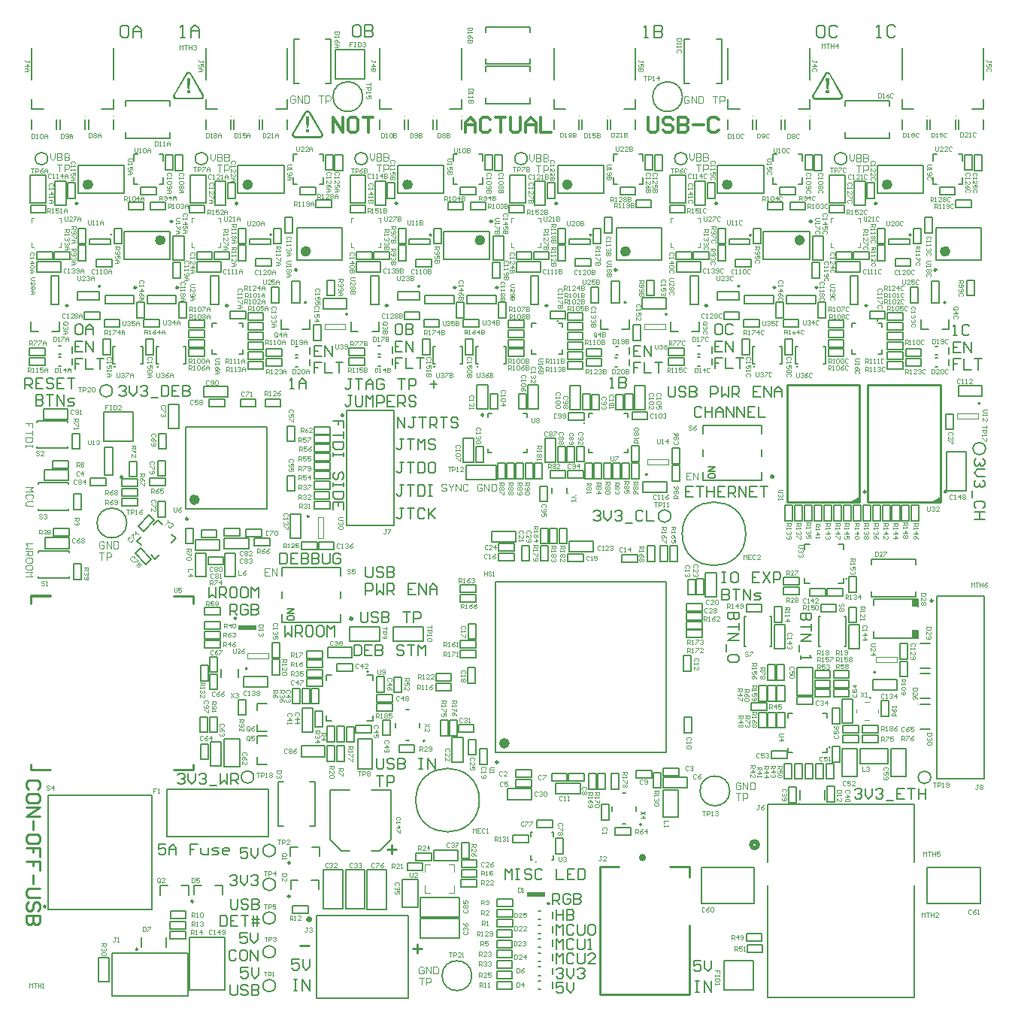
<source format=gto>
G04*
G04 #@! TF.GenerationSoftware,Altium Limited,Altium Designer,20.1.11 (218)*
G04*
G04 Layer_Color=65535*
%FSLAX24Y24*%
%MOIN*%
G70*
G04*
G04 #@! TF.SameCoordinates,8E8D3587-AC64-4FAB-BC23-9619E2EF9FFF*
G04*
G04*
G04 #@! TF.FilePolarity,Positive*
G04*
G01*
G75*
%ADD10C,0.0098*%
%ADD11C,0.0157*%
%ADD12C,0.0050*%
%ADD13C,0.0100*%
%ADD14C,0.0039*%
%ADD15C,0.0236*%
%ADD16C,0.0200*%
%ADD17C,0.0079*%
%ADD18C,0.0060*%
%ADD19C,0.0197*%
%ADD20C,0.0070*%
%ADD21C,0.0070*%
%ADD22C,0.0069*%
%ADD23C,0.0047*%
%ADD24C,0.0118*%
%ADD25R,0.0787X0.0197*%
%ADD26R,0.0294X0.0350*%
G36*
X12801Y39356D02*
X12814Y39352D01*
X12828Y39349D01*
X12845Y39341D01*
X12859Y39332D01*
X12875Y39319D01*
X12877Y39318D01*
X12881Y39314D01*
X12890Y39305D01*
X12892Y39303D01*
X12894Y39299D01*
X12901Y39288D01*
X13451Y38336D01*
X13453Y38334D01*
X13455Y38328D01*
X13459Y38317D01*
X13464Y38305D01*
X13468Y38290D01*
X13469Y38272D01*
Y38254D01*
X13468Y38234D01*
Y38232D01*
X13466Y38228D01*
X13464Y38221D01*
X13462Y38214D01*
Y38212D01*
X13460Y38208D01*
X13457Y38203D01*
X13453Y38193D01*
X13451D01*
X13449Y38192D01*
X13446Y38186D01*
X13440Y38177D01*
X13431Y38168D01*
X13420Y38157D01*
X13408Y38146D01*
X13391Y38137D01*
X13373Y38130D01*
X13371D01*
X13366Y38128D01*
X13358Y38126D01*
X13351D01*
X13349Y38124D01*
X13342D01*
X13333Y38122D01*
X12223D01*
X12212Y38124D01*
X12200Y38128D01*
X12183Y38132D01*
X12167Y38139D01*
X12150Y38148D01*
X12134Y38161D01*
X12132Y38163D01*
X12128Y38166D01*
X12119Y38175D01*
X12118Y38177D01*
X12116Y38181D01*
X12108Y38193D01*
X12107Y38195D01*
X12105Y38201D01*
X12101Y38210D01*
X12096Y38223D01*
X12092Y38237D01*
X12090Y38254D01*
Y38272D01*
X12092Y38292D01*
Y38294D01*
X12094Y38299D01*
X12096Y38306D01*
X12098Y38312D01*
Y38314D01*
X12099Y38317D01*
X12103Y38323D01*
X12107Y38330D01*
Y38332D01*
Y38334D01*
X12108D01*
X12657Y39285D01*
Y39287D01*
X12660Y39290D01*
X12668Y39301D01*
X12682Y39318D01*
X12699Y39332D01*
X12702Y39334D01*
X12710Y39338D01*
X12712Y39340D01*
X12715Y39341D01*
X12722Y39345D01*
X12730Y39349D01*
X12741Y39352D01*
X12753Y39354D01*
X12766Y39358D01*
X12790D01*
X12801Y39356D01*
D02*
G37*
G36*
X7525Y41068D02*
X7538Y41065D01*
X7552Y41061D01*
X7569Y41054D01*
X7583Y41045D01*
X7600Y41032D01*
X7602Y41030D01*
X7605Y41026D01*
X7614Y41017D01*
X7616Y41016D01*
X7618Y41012D01*
X7625Y41001D01*
X8175Y40048D01*
X8177Y40046D01*
X8179Y40041D01*
X8183Y40030D01*
X8188Y40017D01*
X8192Y40002D01*
X8194Y39984D01*
Y39966D01*
X8192Y39946D01*
Y39944D01*
X8190Y39941D01*
X8188Y39933D01*
X8186Y39926D01*
Y39924D01*
X8185Y39920D01*
X8181Y39915D01*
X8177Y39906D01*
X8175D01*
X8174Y39904D01*
X8170Y39899D01*
X8165Y39890D01*
X8155Y39880D01*
X8144Y39869D01*
X8132Y39859D01*
X8115Y39849D01*
X8097Y39842D01*
X8095D01*
X8090Y39840D01*
X8083Y39838D01*
X8075D01*
X8073Y39837D01*
X8066D01*
X8057Y39835D01*
X6947D01*
X6936Y39837D01*
X6924Y39840D01*
X6907Y39844D01*
X6891Y39851D01*
X6875Y39860D01*
X6858Y39873D01*
X6856Y39875D01*
X6853Y39879D01*
X6844Y39888D01*
X6842Y39890D01*
X6840Y39893D01*
X6833Y39906D01*
X6831Y39908D01*
X6829Y39913D01*
X6825Y39922D01*
X6820Y39935D01*
X6816Y39950D01*
X6814Y39966D01*
Y39984D01*
X6816Y40004D01*
Y40006D01*
X6818Y40012D01*
X6820Y40019D01*
X6822Y40024D01*
Y40026D01*
X6824Y40030D01*
X6827Y40035D01*
X6831Y40043D01*
Y40044D01*
Y40046D01*
X6833D01*
X7381Y40997D01*
Y40999D01*
X7385Y41003D01*
X7392Y41014D01*
X7407Y41030D01*
X7423Y41045D01*
X7427Y41046D01*
X7434Y41050D01*
X7436Y41052D01*
X7439Y41054D01*
X7447Y41057D01*
X7454Y41061D01*
X7465Y41065D01*
X7478Y41067D01*
X7490Y41070D01*
X7514D01*
X7525Y41068D01*
D02*
G37*
G36*
X35855Y41063D02*
X35868Y41059D01*
X35882Y41056D01*
X35899Y41048D01*
X35913Y41039D01*
X35930Y41026D01*
X35931Y41025D01*
X35935Y41021D01*
X35944Y41012D01*
X35946Y41010D01*
X35948Y41006D01*
X35955Y40995D01*
X36505Y40042D01*
X36507Y40041D01*
X36509Y40035D01*
X36513Y40024D01*
X36518Y40012D01*
X36522Y39997D01*
X36523Y39979D01*
Y39960D01*
X36522Y39940D01*
Y39939D01*
X36520Y39935D01*
X36518Y39928D01*
X36516Y39920D01*
Y39919D01*
X36514Y39915D01*
X36511Y39909D01*
X36507Y39900D01*
X36505D01*
X36503Y39899D01*
X36500Y39893D01*
X36494Y39884D01*
X36485Y39875D01*
X36474Y39864D01*
X36462Y39853D01*
X36445Y39844D01*
X36427Y39837D01*
X36425D01*
X36420Y39835D01*
X36412Y39833D01*
X36405D01*
X36403Y39831D01*
X36396D01*
X36387Y39829D01*
X35277D01*
X35266Y39831D01*
X35254Y39835D01*
X35237Y39838D01*
X35221Y39846D01*
X35204Y39855D01*
X35188Y39868D01*
X35186Y39869D01*
X35183Y39873D01*
X35173Y39882D01*
X35172Y39884D01*
X35170Y39888D01*
X35162Y39900D01*
X35161Y39902D01*
X35159Y39908D01*
X35155Y39917D01*
X35150Y39930D01*
X35146Y39944D01*
X35144Y39960D01*
Y39979D01*
X35146Y39999D01*
Y40001D01*
X35148Y40006D01*
X35150Y40013D01*
X35152Y40019D01*
Y40021D01*
X35153Y40024D01*
X35157Y40030D01*
X35161Y40037D01*
Y40039D01*
Y40041D01*
X35162D01*
X35711Y40992D01*
Y40994D01*
X35715Y40997D01*
X35722Y41008D01*
X35736Y41025D01*
X35753Y41039D01*
X35756Y41041D01*
X35764Y41045D01*
X35766Y41046D01*
X35769Y41048D01*
X35776Y41052D01*
X35784Y41056D01*
X35795Y41059D01*
X35807Y41061D01*
X35820Y41065D01*
X35844D01*
X35855Y41063D01*
D02*
G37*
%LPC*%
G36*
X12781Y39265D02*
X12777D01*
X12768Y39263D01*
X12755Y39261D01*
X12741Y39254D01*
X12739Y39252D01*
X12737Y39250D01*
X12735D01*
X12733Y39248D01*
X12728Y39243D01*
X12721Y39236D01*
X12713Y39225D01*
X12190Y38321D01*
Y38319D01*
Y38317D01*
X12189Y38316D01*
X12187Y38308D01*
X12185Y38306D01*
X12183Y38297D01*
Y38296D01*
Y38292D01*
X12181Y38286D01*
Y38279D01*
X12183Y38263D01*
X12190Y38244D01*
X12192D01*
X12194Y38241D01*
X12198Y38235D01*
X12200Y38234D01*
X12205Y38226D01*
X12207D01*
X12209Y38223D01*
X12220Y38217D01*
X12236Y38210D01*
X12247Y38208D01*
X12258Y38206D01*
X13304D01*
Y38208D01*
X13316D01*
X13320Y38210D01*
X13327D01*
X13331Y38212D01*
X13342Y38217D01*
X13355Y38228D01*
X13369Y38244D01*
X13371Y38248D01*
X13375Y38255D01*
X13377Y38268D01*
X13378Y38283D01*
Y38285D01*
Y38290D01*
Y38294D01*
X13377Y38301D01*
X13373Y38310D01*
X13367Y38321D01*
Y38323D01*
X12846Y39227D01*
X12845D01*
X12843Y39228D01*
X12839Y39236D01*
Y39237D01*
X12835Y39239D01*
X12832Y39243D01*
X12830Y39245D01*
X12828Y39247D01*
X12817Y39254D01*
X12801Y39259D01*
X12792Y39263D01*
X12781D01*
Y39265D01*
D02*
G37*
%LPD*%
G36*
X12854Y39077D02*
Y39072D01*
Y39063D01*
Y39050D01*
Y39037D01*
Y39021D01*
Y38988D01*
Y38986D01*
Y38981D01*
Y38971D01*
Y38961D01*
Y38948D01*
Y38933D01*
Y38900D01*
Y38899D01*
X12852Y38895D01*
Y38889D01*
X12850Y38882D01*
Y38873D01*
X12848Y38860D01*
Y38858D01*
Y38853D01*
X12846Y38840D01*
X12845Y38833D01*
Y38824D01*
X12843Y38811D01*
X12841Y38798D01*
X12839Y38782D01*
X12837Y38766D01*
X12834Y38746D01*
X12832Y38722D01*
X12828Y38696D01*
X12824Y38669D01*
Y38667D01*
Y38662D01*
Y38654D01*
X12823Y38647D01*
Y38638D01*
X12821Y38625D01*
Y38623D01*
Y38620D01*
X12819Y38607D01*
X12815Y38592D01*
X12814Y38589D01*
X12812Y38585D01*
X12744D01*
Y38589D01*
X12742Y38594D01*
Y38603D01*
X12739Y38620D01*
Y38629D01*
X12737Y38642D01*
X12735Y38656D01*
X12733Y38671D01*
X12730Y38691D01*
X12728Y38711D01*
Y38713D01*
Y38716D01*
X12726Y38722D01*
Y38729D01*
X12724Y38749D01*
X12721Y38771D01*
X12719Y38793D01*
X12717Y38813D01*
X12715Y38820D01*
Y38828D01*
X12713Y38831D01*
Y38833D01*
Y38835D01*
Y38837D01*
X12712Y38846D01*
Y38857D01*
X12710Y38866D01*
Y38868D01*
Y38873D01*
Y38882D01*
X12708Y38897D01*
Y38899D01*
Y38904D01*
Y38913D01*
Y38926D01*
Y38939D01*
Y38955D01*
X12706Y38988D01*
Y38990D01*
Y38995D01*
Y39004D01*
Y39017D01*
Y39030D01*
Y39046D01*
Y39079D01*
X12854D01*
Y39077D01*
D02*
G37*
G36*
X12845Y38525D02*
Y38521D01*
Y38514D01*
Y38505D01*
Y38483D01*
Y38458D01*
Y38456D01*
Y38452D01*
Y38445D01*
Y38438D01*
Y38416D01*
Y38392D01*
X12706D01*
Y38394D01*
Y38398D01*
Y38405D01*
Y38412D01*
Y38434D01*
Y38458D01*
Y38459D01*
Y38463D01*
Y38470D01*
Y38480D01*
Y38501D01*
Y38527D01*
X12845D01*
Y38525D01*
D02*
G37*
%LPC*%
G36*
X7505Y40977D02*
X7501D01*
X7492Y40975D01*
X7479Y40974D01*
X7465Y40966D01*
X7463Y40964D01*
X7461Y40963D01*
X7459D01*
X7458Y40961D01*
X7452Y40955D01*
X7445Y40948D01*
X7438Y40937D01*
X6915Y40033D01*
Y40032D01*
Y40030D01*
X6913Y40028D01*
X6911Y40021D01*
X6909Y40019D01*
X6907Y40010D01*
Y40008D01*
Y40004D01*
X6906Y39999D01*
Y39992D01*
X6907Y39975D01*
X6915Y39957D01*
X6916D01*
X6918Y39953D01*
X6922Y39948D01*
X6924Y39946D01*
X6929Y39939D01*
X6931D01*
X6933Y39935D01*
X6944Y39930D01*
X6960Y39922D01*
X6971Y39920D01*
X6982Y39919D01*
X8028D01*
Y39920D01*
X8041D01*
X8044Y39922D01*
X8052D01*
X8055Y39924D01*
X8066Y39930D01*
X8079Y39941D01*
X8093Y39957D01*
X8095Y39961D01*
X8099Y39968D01*
X8101Y39981D01*
X8103Y39995D01*
Y39997D01*
Y40002D01*
Y40006D01*
X8101Y40013D01*
X8097Y40023D01*
X8092Y40033D01*
Y40035D01*
X7571Y40939D01*
X7569D01*
X7567Y40941D01*
X7563Y40948D01*
Y40950D01*
X7560Y40952D01*
X7556Y40955D01*
X7554Y40957D01*
X7552Y40959D01*
X7541Y40966D01*
X7525Y40972D01*
X7516Y40975D01*
X7505D01*
Y40977D01*
D02*
G37*
%LPD*%
G36*
X7578Y40790D02*
Y40784D01*
Y40775D01*
Y40762D01*
Y40749D01*
Y40733D01*
Y40700D01*
Y40698D01*
Y40693D01*
Y40684D01*
Y40673D01*
Y40660D01*
Y40646D01*
Y40613D01*
Y40611D01*
X7576Y40607D01*
Y40602D01*
X7574Y40595D01*
Y40586D01*
X7572Y40573D01*
Y40571D01*
Y40565D01*
X7571Y40553D01*
X7569Y40545D01*
Y40536D01*
X7567Y40524D01*
X7565Y40511D01*
X7563Y40494D01*
X7561Y40478D01*
X7558Y40458D01*
X7556Y40434D01*
X7552Y40409D01*
X7549Y40381D01*
Y40380D01*
Y40374D01*
Y40367D01*
X7547Y40360D01*
Y40350D01*
X7545Y40338D01*
Y40336D01*
Y40332D01*
X7543Y40319D01*
X7540Y40305D01*
X7538Y40301D01*
X7536Y40298D01*
X7469D01*
Y40301D01*
X7467Y40307D01*
Y40316D01*
X7463Y40332D01*
Y40341D01*
X7461Y40354D01*
X7459Y40369D01*
X7458Y40383D01*
X7454Y40403D01*
X7452Y40423D01*
Y40425D01*
Y40429D01*
X7450Y40434D01*
Y40442D01*
X7448Y40462D01*
X7445Y40483D01*
X7443Y40505D01*
X7441Y40525D01*
X7439Y40533D01*
Y40540D01*
X7438Y40544D01*
Y40545D01*
Y40547D01*
Y40549D01*
X7436Y40558D01*
Y40569D01*
X7434Y40578D01*
Y40580D01*
Y40586D01*
Y40595D01*
X7432Y40609D01*
Y40611D01*
Y40616D01*
Y40626D01*
Y40638D01*
Y40651D01*
Y40668D01*
X7430Y40700D01*
Y40702D01*
Y40708D01*
Y40717D01*
Y40729D01*
Y40742D01*
Y40759D01*
Y40791D01*
X7578D01*
Y40790D01*
D02*
G37*
G36*
X7569Y40238D02*
Y40234D01*
Y40227D01*
Y40217D01*
Y40196D01*
Y40170D01*
Y40168D01*
Y40165D01*
Y40157D01*
Y40150D01*
Y40128D01*
Y40104D01*
X7430D01*
Y40106D01*
Y40110D01*
Y40117D01*
Y40125D01*
Y40146D01*
Y40170D01*
Y40172D01*
Y40176D01*
Y40183D01*
Y40192D01*
Y40214D01*
Y40239D01*
X7569D01*
Y40238D01*
D02*
G37*
%LPC*%
G36*
X35835Y40972D02*
X35831D01*
X35822Y40970D01*
X35809Y40968D01*
X35795Y40961D01*
X35793Y40959D01*
X35791Y40957D01*
X35789D01*
X35787Y40955D01*
X35782Y40950D01*
X35775Y40943D01*
X35767Y40932D01*
X35244Y40028D01*
Y40026D01*
Y40024D01*
X35243Y40022D01*
X35241Y40015D01*
X35239Y40013D01*
X35237Y40004D01*
Y40002D01*
Y39999D01*
X35235Y39993D01*
Y39986D01*
X35237Y39970D01*
X35244Y39951D01*
X35246D01*
X35248Y39948D01*
X35252Y39942D01*
X35254Y39940D01*
X35259Y39933D01*
X35261D01*
X35263Y39930D01*
X35274Y39924D01*
X35290Y39917D01*
X35301Y39915D01*
X35312Y39913D01*
X36358D01*
Y39915D01*
X36370D01*
X36374Y39917D01*
X36381D01*
X36385Y39919D01*
X36396Y39924D01*
X36409Y39935D01*
X36423Y39951D01*
X36425Y39955D01*
X36429Y39962D01*
X36431Y39975D01*
X36432Y39990D01*
Y39991D01*
Y39997D01*
Y40001D01*
X36431Y40008D01*
X36427Y40017D01*
X36421Y40028D01*
Y40030D01*
X35900Y40933D01*
X35899D01*
X35897Y40935D01*
X35893Y40943D01*
Y40944D01*
X35889Y40946D01*
X35886Y40950D01*
X35884Y40952D01*
X35882Y40953D01*
X35871Y40961D01*
X35855Y40966D01*
X35846Y40970D01*
X35835D01*
Y40972D01*
D02*
G37*
%LPD*%
G36*
X35908Y40784D02*
Y40779D01*
Y40769D01*
Y40757D01*
Y40744D01*
Y40728D01*
Y40695D01*
Y40693D01*
Y40687D01*
Y40678D01*
Y40667D01*
Y40655D01*
Y40640D01*
Y40607D01*
Y40605D01*
X35906Y40602D01*
Y40596D01*
X35904Y40589D01*
Y40580D01*
X35902Y40567D01*
Y40565D01*
Y40560D01*
X35900Y40547D01*
X35899Y40540D01*
Y40531D01*
X35897Y40518D01*
X35895Y40505D01*
X35893Y40489D01*
X35891Y40472D01*
X35888Y40452D01*
X35886Y40429D01*
X35882Y40403D01*
X35879Y40376D01*
Y40374D01*
Y40369D01*
Y40361D01*
X35877Y40354D01*
Y40345D01*
X35875Y40332D01*
Y40330D01*
Y40327D01*
X35873Y40314D01*
X35869Y40299D01*
X35868Y40296D01*
X35866Y40292D01*
X35798D01*
Y40296D01*
X35797Y40301D01*
Y40310D01*
X35793Y40327D01*
Y40336D01*
X35791Y40349D01*
X35789Y40363D01*
X35787Y40378D01*
X35784Y40398D01*
X35782Y40418D01*
Y40420D01*
Y40423D01*
X35780Y40429D01*
Y40436D01*
X35778Y40456D01*
X35775Y40478D01*
X35773Y40500D01*
X35771Y40520D01*
X35769Y40527D01*
Y40534D01*
X35767Y40538D01*
Y40540D01*
Y40542D01*
Y40544D01*
X35766Y40553D01*
Y40564D01*
X35764Y40573D01*
Y40575D01*
Y40580D01*
Y40589D01*
X35762Y40604D01*
Y40605D01*
Y40611D01*
Y40620D01*
Y40633D01*
Y40646D01*
Y40662D01*
X35760Y40695D01*
Y40697D01*
Y40702D01*
Y40711D01*
Y40724D01*
Y40737D01*
Y40753D01*
Y40786D01*
X35908D01*
Y40784D01*
D02*
G37*
G36*
X35899Y40232D02*
Y40228D01*
Y40221D01*
Y40212D01*
Y40190D01*
Y40165D01*
Y40163D01*
Y40159D01*
Y40152D01*
Y40145D01*
Y40123D01*
Y40099D01*
X35760D01*
Y40101D01*
Y40104D01*
Y40112D01*
Y40119D01*
Y40141D01*
Y40165D01*
Y40166D01*
Y40170D01*
Y40177D01*
Y40186D01*
Y40208D01*
Y40234D01*
X35899D01*
Y40232D01*
D02*
G37*
D10*
X28706Y30313D02*
G03*
X28706Y30313I-25J0D01*
G01*
X14532Y30317D02*
G03*
X14532Y30317I-25J0D01*
G01*
X6793Y34436D02*
G03*
X6793Y34436I-49J0D01*
G01*
X16766Y35227D02*
G03*
X16766Y35227I-49J0D01*
G01*
X9679D02*
G03*
X9679Y35227I-49J0D01*
G01*
X7046Y31499D02*
G03*
X7046Y31499I-49J0D01*
G01*
X20582Y25852D02*
G03*
X20582Y25852I-49J0D01*
G01*
X5181Y31499D02*
G03*
X5181Y31499I-49J0D01*
G01*
X4571Y23093D02*
G03*
X4571Y23093I-49J0D01*
G01*
X7715Y4279D02*
G03*
X7715Y4279I-49J0D01*
G01*
X7479Y21241D02*
G03*
X7479Y21241I-49J0D01*
G01*
X12822Y21350D02*
G03*
X12822Y21350I-25J0D01*
G01*
X14379Y25838D02*
G03*
X14379Y25838I-50J0D01*
G01*
X27831Y23211D02*
G03*
X27831Y23211I-25J0D01*
G01*
X40502Y17610D02*
G03*
X40502Y17610I-50J0D01*
G01*
X25052Y25480D02*
G03*
X25052Y25480I-22J0D01*
G01*
X23853Y35227D02*
G03*
X23853Y35227I-49J0D01*
G01*
X20966Y34436D02*
G03*
X20966Y34436I-49J0D01*
G01*
X23878Y30021D02*
G03*
X23878Y30021I-16J0D01*
G01*
X12315Y32283D02*
G03*
X12315Y32283I-49J0D01*
G01*
X9247Y30701D02*
G03*
X9247Y30701I-49J0D01*
G01*
X4076Y33844D02*
G03*
X4076Y33844I-21J0D01*
G01*
X2593Y35227D02*
G03*
X2593Y35227I-49J0D01*
G01*
X30507Y30701D02*
G03*
X30507Y30701I-49J0D01*
G01*
X30939Y35227D02*
G03*
X30939Y35227I-49J0D01*
G01*
X42579Y26360D02*
G03*
X42579Y26360I-25J0D01*
G01*
X21221Y10449D02*
G03*
X21221Y10449I-49J0D01*
G01*
X12001Y4495D02*
G03*
X12001Y4495I-49J0D01*
G01*
X12009Y5983D02*
G03*
X12009Y5983I-49J0D01*
G01*
X37947Y14440D02*
G03*
X37947Y14440I-25J0D01*
G01*
X10094Y14601D02*
G03*
X10094Y14601I-25J0D01*
G01*
X35393Y31499D02*
G03*
X35393Y31499I-49J0D01*
G01*
X33527D02*
G03*
X33527Y31499I-49J0D01*
G01*
X21220D02*
G03*
X21220Y31499I-49J0D01*
G01*
X19354D02*
G03*
X19354Y31499I-49J0D01*
G01*
X3576Y31556D02*
G03*
X3576Y31556I-28J0D01*
G01*
X37594Y30701D02*
G03*
X37594Y30701I-49J0D01*
G01*
X31922Y31556D02*
G03*
X31922Y31556I-28J0D01*
G01*
X41055Y30839D02*
G03*
X41055Y30839I-28J0D01*
G01*
X16334Y30701D02*
G03*
X16334Y30701I-49J0D01*
G01*
X23421Y30701D02*
G03*
X23421Y30701I-49J0D01*
G01*
X17749Y31556D02*
G03*
X17749Y31556I-28J0D01*
G01*
X26882Y30839D02*
G03*
X26882Y30839I-28J0D01*
G01*
X12709D02*
G03*
X12709Y30839I-28J0D01*
G01*
X2161Y30701D02*
G03*
X2161Y30701I-49J0D01*
G01*
X11178Y33844D02*
G03*
X11178Y33844I-27J0D01*
G01*
X40661Y32283D02*
G03*
X40661Y32283I-49J0D01*
G01*
X26488D02*
G03*
X26488Y32283I-49J0D01*
G01*
X39524Y33834D02*
G03*
X39524Y33834I-26J0D01*
G01*
X25350Y33836D02*
G03*
X25350Y33836I-25J0D01*
G01*
X38026Y35227D02*
G03*
X38026Y35227I-49J0D01*
G01*
X35140Y34436D02*
G03*
X35140Y34436I-49J0D01*
G01*
X38048Y30024D02*
G03*
X38048Y30024I-14J0D01*
G01*
X32435Y33824D02*
G03*
X32435Y33824I-27J0D01*
G01*
X18261Y33828D02*
G03*
X18261Y33828I-31J0D01*
G01*
D11*
X33407Y23116D02*
G03*
X33407Y23116I-30J0D01*
G01*
X14739Y16820D02*
G03*
X14739Y16820I-30J0D01*
G01*
X27708Y6222D02*
G03*
X27708Y6222I-79J0D01*
G01*
D12*
X20395Y8765D02*
G03*
X20395Y8765I-1409J0D01*
G01*
X32206Y20576D02*
G03*
X32206Y20576I-1409J0D01*
G01*
X20061Y981D02*
G03*
X20061Y981I-660J0D01*
G01*
X10396Y9790D02*
G03*
X10396Y9790I-276J0D01*
G01*
X4127Y26918D02*
G03*
X4127Y26918I-276J0D01*
G01*
X28883Y21365D02*
G03*
X28883Y21365I-276J0D01*
G01*
X42838Y24356D02*
G03*
X42838Y24356I-276J0D01*
G01*
X40407Y9773D02*
G03*
X40407Y9773I-276J0D01*
G01*
X11356Y6530D02*
G03*
X11356Y6530I-276J0D01*
G01*
X35949Y11101D02*
G03*
X35949Y11101I-28J0D01*
G01*
X11356Y3536D02*
G03*
X11356Y3536I-276J0D01*
G01*
X8346Y37212D02*
G03*
X8346Y37212I-276J0D01*
G01*
X1259D02*
G03*
X1259Y37212I-276J0D01*
G01*
X4764Y21056D02*
G03*
X4764Y21056I-660J0D01*
G01*
X15227Y39961D02*
G03*
X15227Y39961I-660J0D01*
G01*
X29400D02*
G03*
X29400Y39961I-660J0D01*
G01*
X31497Y9175D02*
G03*
X31497Y9175I-660J0D01*
G01*
X29605Y37212D02*
G03*
X29605Y37212I-276J0D01*
G01*
X36692D02*
G03*
X36692Y37212I-276J0D01*
G01*
X15432D02*
G03*
X15432Y37212I-276J0D01*
G01*
X22519D02*
G03*
X22519Y37212I-276J0D01*
G01*
X11356Y541D02*
G03*
X11356Y541I-276J0D01*
G01*
Y2038D02*
G03*
X11356Y2038I-276J0D01*
G01*
Y5033D02*
G03*
X11356Y5033I-276J0D01*
G01*
X22907Y6027D02*
G03*
X22907Y6027I-20J0D01*
G01*
X30316Y24007D02*
Y24312D01*
Y25006D02*
Y25380D01*
Y22939D02*
Y23313D01*
X32914Y22939D02*
Y23313D01*
Y25006D02*
Y25380D01*
Y24007D02*
Y24312D01*
X30316Y22939D02*
X32914D01*
X30316Y25380D02*
X32914D01*
X28933Y23615D02*
X29267D01*
X28933Y22926D02*
X29267D01*
Y23615D01*
X28933Y22926D02*
Y23615D01*
X14698Y29555D02*
X15027D01*
X14698D02*
Y29988D01*
X15629Y29555D02*
X15958D01*
Y29988D01*
X27550Y29158D02*
Y29847D01*
X27216Y29158D02*
Y29847D01*
X27550D01*
X27216Y29158D02*
X27550D01*
X28681Y30562D02*
Y31034D01*
X27618D02*
X28681D01*
X27618Y30562D02*
Y31034D01*
Y30562D02*
X28681D01*
X14526Y30537D02*
Y31009D01*
X13463D02*
X14526D01*
X13463Y30537D02*
Y31009D01*
Y30537D02*
X14526D01*
X13377Y29162D02*
Y29851D01*
X13042Y29162D02*
Y29851D01*
X13377D01*
X13042Y29162D02*
X13377D01*
X1292Y3899D02*
Y8978D01*
X5879D01*
Y3899D02*
Y8978D01*
X1292Y3899D02*
X5879D01*
X33727Y28126D02*
X33826D01*
X32507D02*
X32605D01*
X33727Y28894D02*
X33826D01*
X32507D02*
X32605D01*
X33826Y28126D02*
Y28894D01*
X32507Y28126D02*
Y28894D01*
X32049Y28515D02*
Y29205D01*
X32384Y28515D02*
Y29205D01*
X32049Y28515D02*
X32384D01*
X32049Y29205D02*
X32384D01*
X33949Y28515D02*
Y29205D01*
X34284Y28515D02*
Y29205D01*
X33949Y28515D02*
X34284D01*
X33949Y29205D02*
X34284D01*
X35637Y28126D02*
X35736D01*
X34417D02*
X34515D01*
X35637Y28894D02*
X35736D01*
X34417D02*
X34515D01*
X35736Y28126D02*
Y28894D01*
X34417Y28126D02*
Y28894D01*
X17876Y28515D02*
Y29205D01*
X18211Y28515D02*
Y29205D01*
X17876Y28515D02*
X18211D01*
X17876Y29205D02*
X18211D01*
X19554Y28126D02*
X19653D01*
X18334D02*
X18432D01*
X19554Y28894D02*
X19653D01*
X18334D02*
X18432D01*
X19653Y28126D02*
Y28894D01*
X18334Y28126D02*
Y28894D01*
X21464Y28126D02*
X21563D01*
X20244D02*
X20342D01*
X21464Y28894D02*
X21563D01*
X20244D02*
X20342D01*
X21563Y28126D02*
Y28894D01*
X20244Y28126D02*
Y28894D01*
X19780Y28510D02*
Y29200D01*
X20115Y28510D02*
Y29200D01*
X19780Y28510D02*
X20115D01*
X19780Y29200D02*
X20115D01*
X5381Y28126D02*
X5479D01*
X4161D02*
X4259D01*
X5381Y28894D02*
X5479D01*
X4161D02*
X4259D01*
X5479Y28126D02*
Y28894D01*
X4161Y28126D02*
Y28894D01*
X3703Y28515D02*
Y29205D01*
X4037Y28515D02*
Y29205D01*
X3703Y28515D02*
X4037D01*
X3703Y29205D02*
X4037D01*
X5603Y28515D02*
Y29205D01*
X5937Y28515D02*
Y29205D01*
X5603Y28515D02*
X5937D01*
X5603Y29205D02*
X5937D01*
X7291Y28126D02*
X7389D01*
X6071D02*
X6169D01*
X7291Y28894D02*
X7389D01*
X6071D02*
X6169D01*
X7389Y28126D02*
Y28894D01*
X6071Y28126D02*
Y28894D01*
X27469Y23782D02*
Y24471D01*
X27135D02*
X27469D01*
X27135Y23782D02*
X27469D01*
X27135D02*
Y24471D01*
X23174Y23025D02*
Y23714D01*
X22840D02*
X23174D01*
X22840Y23025D02*
X23174D01*
X22840D02*
Y23714D01*
X23101Y20143D02*
Y20832D01*
X23435Y20143D02*
Y20832D01*
X23101Y20143D02*
X23435D01*
X23101Y20832D02*
X23435D01*
X23860Y20143D02*
Y20832D01*
X23525Y20143D02*
Y20832D01*
X23860D01*
X23525Y20143D02*
X23860D01*
X23950D02*
Y20832D01*
X24285Y20143D02*
Y20832D01*
X23950Y20143D02*
X24285D01*
X23950Y20832D02*
X24285D01*
X23101Y19373D02*
Y20062D01*
X23435Y19373D02*
Y20062D01*
X23101Y19373D02*
X23435D01*
X23101Y20062D02*
X23435D01*
X36506Y11753D02*
X37195D01*
X36506Y12087D02*
X37195D01*
Y11753D02*
Y12087D01*
X36506Y11753D02*
Y12087D01*
X37375Y11310D02*
X38064D01*
X37375Y11645D02*
X38064D01*
Y11310D02*
Y11645D01*
X37375Y11310D02*
Y11645D01*
X36506Y11647D02*
X37195D01*
X36506Y11313D02*
X37195D01*
X36506D02*
Y11647D01*
X37195Y11313D02*
Y11647D01*
X36484Y13241D02*
X36956D01*
X36484Y12178D02*
Y13241D01*
Y12178D02*
X36956D01*
Y13241D01*
X28842Y34803D02*
X29511D01*
X28842Y35137D02*
X29511D01*
Y34803D02*
Y35137D01*
X28842Y34803D02*
Y35137D01*
X7548Y34800D02*
Y35135D01*
X8218Y34800D02*
Y35135D01*
X7548D02*
X8218D01*
X7548Y34800D02*
X8218D01*
X21721D02*
X22391D01*
X21721Y35135D02*
X22391D01*
Y34800D02*
Y35135D01*
X21721Y34800D02*
Y35135D01*
X35895Y34800D02*
X36564D01*
X35895Y35135D02*
X36564D01*
Y34800D02*
Y35135D01*
X35895Y34800D02*
Y35135D01*
X36762Y17998D02*
Y18687D01*
X37096Y17998D02*
Y18687D01*
X36762Y17998D02*
X37096D01*
X36762Y18687D02*
X37096D01*
X32130Y16932D02*
X32200D01*
X32130Y15572D02*
X32200D01*
X32130Y15572D02*
Y16932D01*
X33280Y15572D02*
X33350D01*
X33280Y16932D02*
X33350D01*
Y15572D02*
Y16932D01*
X36545Y18380D02*
Y18616D01*
X36309Y18380D02*
X36545D01*
X34813D02*
X35049D01*
X34813D02*
Y18616D01*
Y19876D02*
Y20113D01*
X35049D01*
X36309D02*
X36545D01*
Y19876D02*
Y20113D01*
X6824Y32730D02*
Y33793D01*
X7296D01*
Y32730D02*
Y33793D01*
X6824Y32730D02*
X7296D01*
X20997D02*
X21469D01*
Y33793D01*
X20997D02*
X21469D01*
X20997Y32730D02*
Y33793D01*
X35170Y32730D02*
X35643D01*
Y33793D01*
X35170D02*
X35643D01*
X35170Y32730D02*
Y33793D01*
X35580Y21144D02*
Y21833D01*
X35245Y21144D02*
Y21833D01*
X35580D01*
X35245Y21144D02*
X35580D01*
X38597D02*
Y21833D01*
X38263Y21144D02*
Y21833D01*
X38597D01*
X38263Y21144D02*
X38597D01*
X36011D02*
Y21833D01*
X35677Y21144D02*
Y21833D01*
X36011D01*
X35677Y21144D02*
X36011D01*
X39028D02*
Y21833D01*
X38694Y21144D02*
Y21833D01*
X39028D01*
X38694Y21144D02*
X39028D01*
X36873D02*
Y21833D01*
X36539Y21144D02*
Y21833D01*
X36873D01*
X36539Y21144D02*
X36873D01*
X39890D02*
Y21833D01*
X39556Y21144D02*
Y21833D01*
X39890D01*
X39556Y21144D02*
X39890D01*
X36442D02*
Y21833D01*
X36108Y21144D02*
Y21833D01*
X36442D01*
X36108Y21144D02*
X36442D01*
X39459D02*
Y21833D01*
X39125Y21144D02*
Y21833D01*
X39459D01*
X39125Y21144D02*
X39459D01*
X32927Y17115D02*
Y17450D01*
X32238Y17115D02*
Y17450D01*
Y17115D02*
X32927D01*
X32238Y17450D02*
X32927D01*
X495Y34803D02*
X1165D01*
X495Y35137D02*
X1165D01*
Y34803D02*
Y35137D01*
X495Y34803D02*
Y35137D01*
X14669Y34803D02*
X15338D01*
X14669Y35137D02*
X15338D01*
Y34803D02*
Y35137D01*
X14669Y34803D02*
Y35137D01*
X5536Y30153D02*
Y30842D01*
X5201Y30153D02*
Y30842D01*
X5536D01*
X5201Y30153D02*
X5536D01*
X19709D02*
Y30842D01*
X19374Y30153D02*
Y30842D01*
X19709D01*
X19374Y30153D02*
X19709D01*
X33882D02*
Y30842D01*
X33547Y30153D02*
Y30842D01*
X33882D01*
X33547Y30153D02*
X33882D01*
X16464Y7019D02*
Y9209D01*
X15607D02*
X16464D01*
X13786D02*
X14643D01*
X13786Y7019D02*
Y9209D01*
X15607Y6532D02*
X15976D01*
X16464Y7019D01*
X13786D02*
X14274Y6532D01*
X14643D01*
X41116Y22475D02*
X41966D01*
Y24226D01*
X41116D02*
X41966D01*
X41116Y22475D02*
Y24226D01*
X33593Y11968D02*
Y12657D01*
X33928Y11968D02*
Y12657D01*
X33593Y11968D02*
X33928D01*
X33593Y12657D02*
X33928D01*
X19556Y15502D02*
Y15836D01*
X20245Y15502D02*
Y15836D01*
X19556D02*
X20245D01*
X19556Y15502D02*
X20245D01*
X29575Y17090D02*
X30264D01*
X29575Y16755D02*
X30264D01*
X29575D02*
Y17090D01*
X30264Y16755D02*
Y17090D01*
X20231Y17977D02*
Y18311D01*
X19542Y17977D02*
Y18311D01*
Y17977D02*
X20231D01*
X19542Y18311D02*
X20231D01*
X28837Y20046D02*
X29172D01*
X28837Y19357D02*
X29172D01*
Y20046D01*
X28837Y19357D02*
Y20046D01*
X19546Y17877D02*
X20235D01*
X19546Y17543D02*
X20235D01*
X19546D02*
Y17877D01*
X20235Y17543D02*
Y17877D01*
X28415Y19357D02*
Y20046D01*
X28750Y19357D02*
Y20046D01*
X28415Y19357D02*
X28750D01*
X28415Y20046D02*
X28750D01*
X27828D02*
X28163D01*
X27828Y19357D02*
X28163D01*
Y20046D01*
X27828Y19357D02*
Y20046D01*
X25971Y9258D02*
Y9947D01*
X25636Y9258D02*
Y9947D01*
X25971D01*
X25636Y9258D02*
X25971D01*
X20250Y15083D02*
Y15417D01*
X19561Y15083D02*
Y15417D01*
Y15083D02*
X20250D01*
X19561Y15417D02*
X20250D01*
X29575Y15966D02*
Y16301D01*
X30264Y15966D02*
Y16301D01*
X29575D02*
X30264D01*
X29575Y15966D02*
X30264D01*
X33524Y14091D02*
Y14780D01*
X33189Y14091D02*
Y14780D01*
X33524D01*
X33189Y14091D02*
X33524D01*
X35263Y14098D02*
X35952D01*
X35263Y13763D02*
X35952D01*
X35263D02*
Y14098D01*
X35952Y13763D02*
Y14098D01*
X36096Y13761D02*
X36785D01*
X36096Y14096D02*
X36785D01*
Y13761D02*
Y14096D01*
X36096Y13761D02*
Y14096D01*
X33593Y13155D02*
Y13844D01*
X33928Y13155D02*
Y13844D01*
X33593Y13155D02*
X33928D01*
X33593Y13844D02*
X33928D01*
X29575Y16363D02*
X30264D01*
X29575Y16697D02*
X30264D01*
Y16363D02*
Y16697D01*
X29575Y16363D02*
Y16697D01*
X25233Y9255D02*
X25567D01*
X25233Y9944D02*
X25567D01*
X25233Y9255D02*
Y9944D01*
X25567Y9255D02*
Y9944D01*
X37260Y15479D02*
Y16542D01*
X36788Y15479D02*
X37260D01*
X36788D02*
Y16542D01*
X37260D01*
X36220Y17125D02*
Y17459D01*
X35531Y17125D02*
Y17459D01*
Y17125D02*
X36220D01*
X35531Y17459D02*
X36220D01*
X36656Y15570D02*
Y16930D01*
X36586Y16930D02*
X36656D01*
X36586Y15570D02*
X36656D01*
X35436Y15570D02*
Y16930D01*
Y15570D02*
X35506D01*
X35436Y16930D02*
X35506D01*
X22151Y26108D02*
Y26797D01*
X22486Y26108D02*
Y26797D01*
X22151Y26108D02*
X22486D01*
X22151Y26797D02*
X22486D01*
X22550Y26124D02*
Y27187D01*
X23023D01*
Y26124D02*
Y27187D01*
X22550Y26124D02*
X23023D01*
X7550Y2695D02*
X9125D01*
X7550Y333D02*
Y2695D01*
Y333D02*
X9125D01*
Y2695D01*
X6208Y29760D02*
Y30095D01*
X5519Y29760D02*
Y30095D01*
Y29760D02*
X6208D01*
X5519Y30095D02*
X6208D01*
X20381Y29760D02*
Y30095D01*
X19692Y29760D02*
Y30095D01*
Y29760D02*
X20381D01*
X19692Y30095D02*
X20381D01*
X34555Y29760D02*
Y30095D01*
X33866Y29760D02*
Y30095D01*
Y29760D02*
X34555D01*
X33866Y30095D02*
X34555D01*
X3763Y29760D02*
Y30095D01*
X4452Y29760D02*
Y30095D01*
X3763D02*
X4452D01*
X3763Y29760D02*
X4452D01*
X39945Y14384D02*
X40370D01*
X39945Y13279D02*
X40370D01*
X37770Y17786D02*
X39739D01*
X37770Y19439D02*
X39739D01*
Y17786D02*
Y18025D01*
X37770Y17786D02*
Y18025D01*
X39739Y19201D02*
Y19439D01*
X37770Y19201D02*
Y19439D01*
X37884Y15962D02*
X39852D01*
X37884Y17682D02*
X39852D01*
Y15962D02*
Y16287D01*
X37884Y15962D02*
Y16234D01*
Y17410D02*
Y17682D01*
X39852Y17357D02*
Y17682D01*
X39945Y15710D02*
X40370D01*
X39945Y14605D02*
X40370D01*
X39945Y11920D02*
X40370D01*
X39945Y13025D02*
X40370D01*
X17937Y29760D02*
Y30095D01*
X18626Y29760D02*
Y30095D01*
X17937D02*
X18626D01*
X17937Y29760D02*
X18626D01*
X32110D02*
Y30095D01*
X32799Y29760D02*
Y30095D01*
X32110D02*
X32799D01*
X32110Y29760D02*
X32799D01*
X19001Y11624D02*
Y12312D01*
X18666Y11624D02*
Y12312D01*
X19001D01*
X18666Y11624D02*
X19001D01*
X19417Y11630D02*
Y12319D01*
X19082Y11630D02*
Y12319D01*
X19417D01*
X19082Y11630D02*
X19417D01*
X20224Y13945D02*
Y14634D01*
X19890Y13945D02*
Y14634D01*
X20224D01*
X19890Y13945D02*
X20224D01*
X14839Y11343D02*
Y12032D01*
X14504Y11343D02*
Y12032D01*
X14839D01*
X14504Y11343D02*
X14839D01*
X7492Y1574D02*
Y1987D01*
Y98D02*
Y590D01*
X4106Y98D02*
Y1987D01*
Y98D02*
X7492D01*
Y590D02*
Y1574D01*
X4106Y1987D02*
X7492D01*
X26585Y9258D02*
Y9947D01*
X26250Y9258D02*
Y9947D01*
X26585D01*
X26250Y9258D02*
X26585D01*
X16546Y12723D02*
Y13057D01*
X15857Y12723D02*
Y13057D01*
Y12723D02*
X16546D01*
X15857Y13057D02*
X16546D01*
X6693Y38130D02*
Y38369D01*
X4724Y38130D02*
Y38369D01*
X6693Y39545D02*
Y39783D01*
X4724Y39545D02*
Y39783D01*
Y38130D02*
X6693D01*
X4724Y39783D02*
X6693D01*
X22015Y9349D02*
X22704D01*
X22015Y9683D02*
X22704D01*
Y9349D02*
Y9683D01*
X22015Y9349D02*
Y9683D01*
X28543Y9310D02*
Y9783D01*
Y9310D02*
X29606D01*
Y9783D01*
X28543D02*
X29606D01*
X23595Y9606D02*
X24284D01*
X23595Y9941D02*
X24284D01*
Y9606D02*
Y9941D01*
X23595Y9606D02*
Y9941D01*
X24353Y9939D02*
X25042D01*
X24353Y9605D02*
X25042D01*
X24353D02*
Y9939D01*
X25042Y9605D02*
Y9939D01*
X27345Y9763D02*
X28035D01*
X27345Y10097D02*
X28035D01*
Y9763D02*
Y10097D01*
X27345Y9763D02*
Y10097D01*
X29467Y11747D02*
Y12436D01*
X29801Y11747D02*
Y12436D01*
X29467Y11747D02*
X29801D01*
X29467Y12436D02*
X29801D01*
X23793Y9036D02*
X24865D01*
X23793D02*
Y9508D01*
X24865D01*
Y9036D02*
Y9508D01*
X29447Y14496D02*
Y15185D01*
X29782Y14496D02*
Y15185D01*
X29447Y14496D02*
X29782D01*
X29447Y15185D02*
X29782D01*
X29963Y17873D02*
Y18562D01*
X29629Y17873D02*
Y18562D01*
X29963D01*
X29629Y17873D02*
X29963D01*
X26714Y19661D02*
X27404D01*
X26714Y19326D02*
X27404D01*
X26714D02*
Y19661D01*
X27404Y19326D02*
Y19661D01*
X24315Y19333D02*
Y19667D01*
X25005Y19333D02*
Y19667D01*
X24315D02*
X25005D01*
X24315Y19333D02*
X25005D01*
X25796Y8580D02*
X26130D01*
X25796Y7891D02*
X26130D01*
Y8580D01*
X25796Y7891D02*
Y8580D01*
X22709Y9769D02*
Y10103D01*
X22020Y9769D02*
Y10103D01*
Y9769D02*
X22709D01*
X22020Y10103D02*
X22709D01*
X28550Y10194D02*
X29239D01*
X28550Y9859D02*
X29239D01*
X28550D02*
Y10194D01*
X29239Y9859D02*
Y10194D01*
X1126Y22941D02*
X2189D01*
X1126D02*
Y23414D01*
X2189D01*
Y22941D02*
Y23414D01*
X21261Y19720D02*
X21951D01*
X21261Y19385D02*
X21951D01*
X21261D02*
Y19720D01*
X21951Y19385D02*
Y19720D01*
X19913Y15900D02*
X20247D01*
X19913Y16589D02*
X20247D01*
X19913Y15900D02*
Y16589D01*
X20247Y15900D02*
Y16589D01*
X20419Y10361D02*
Y11050D01*
X20754Y10361D02*
Y11050D01*
X20419Y10361D02*
X20754D01*
X20419Y11050D02*
X20754D01*
X30897Y17789D02*
Y18861D01*
X30424Y17789D02*
X30897D01*
X30424D02*
Y18861D01*
X30897D01*
X20947Y20691D02*
X22019D01*
Y20219D02*
Y20691D01*
X20947Y20219D02*
X22019D01*
X20947D02*
Y20691D01*
X19194Y10464D02*
Y11536D01*
X19666D01*
Y10464D02*
Y11536D01*
X19194Y10464D02*
X19666D01*
X30026Y17878D02*
Y18567D01*
X30360Y17878D02*
Y18567D01*
X30026Y17878D02*
X30360D01*
X30026Y18567D02*
X30360D01*
X21259Y19799D02*
X21948D01*
X21259Y20134D02*
X21948D01*
Y19799D02*
Y20134D01*
X21259Y19799D02*
Y20134D01*
X20237Y10774D02*
Y11463D01*
X19902Y10774D02*
Y11463D01*
X20237D01*
X19902Y10774D02*
X20237D01*
X19603Y5766D02*
X20272D01*
X19603Y6101D02*
X20272D01*
Y5766D02*
Y6101D01*
X19603Y5766D02*
Y6101D01*
X34453Y8657D02*
Y9346D01*
X34119Y8657D02*
Y9346D01*
X34453D01*
X34119Y8657D02*
X34453D01*
X36150Y8685D02*
Y9374D01*
X35815Y8685D02*
Y9374D01*
X36150D01*
X35815Y8685D02*
X36150D01*
X12551Y11772D02*
X13023D01*
Y12835D01*
X12551D02*
X13023D01*
X12551Y11772D02*
Y12835D01*
X14088Y14491D02*
Y14826D01*
X14777Y14491D02*
Y14826D01*
X14088D02*
X14777D01*
X14088Y14491D02*
X14777D01*
X12957Y13043D02*
X13292D01*
X12957Y13732D02*
X13292D01*
X12957Y13043D02*
Y13732D01*
X13292Y13043D02*
Y13732D01*
X13103Y12016D02*
X13438D01*
X13103Y12705D02*
X13438D01*
X13103Y12016D02*
Y12705D01*
X13438Y12016D02*
Y12705D01*
X15604Y11742D02*
Y12077D01*
X14915Y11742D02*
Y12077D01*
Y11742D02*
X15604D01*
X14915Y12077D02*
X15604D01*
X15851Y13560D02*
Y14249D01*
X16186Y13560D02*
Y14249D01*
X15851Y13560D02*
X16186D01*
X15851Y14249D02*
X16186D01*
X12741Y13799D02*
Y14133D01*
X13430Y13799D02*
Y14133D01*
X12741D02*
X13430D01*
X12741Y13799D02*
X13430D01*
X16546Y13119D02*
Y13453D01*
X15857Y13119D02*
Y13453D01*
Y13119D02*
X16546D01*
X15857Y13453D02*
X16546D01*
X29577Y17497D02*
X30266D01*
X29577Y17162D02*
X30266D01*
X29577D02*
Y17497D01*
X30266Y17162D02*
Y17497D01*
X22263Y19373D02*
Y20062D01*
X22597Y19373D02*
Y20062D01*
X22263Y19373D02*
X22597D01*
X22263Y20062D02*
X22597D01*
X22708Y8797D02*
Y9269D01*
X21645D02*
X22708D01*
X21645Y8797D02*
Y9269D01*
Y8797D02*
X22708D01*
X19468Y11790D02*
X20157D01*
X19468Y12125D02*
X20157D01*
Y11790D02*
Y12125D01*
X19468Y11790D02*
Y12125D01*
X13493Y3935D02*
X14344D01*
Y5686D01*
X13493D02*
X14344D01*
X13493Y3935D02*
Y5686D01*
X14463Y3935D02*
X15314D01*
Y5686D01*
X14463D02*
X15314D01*
X14463Y3935D02*
Y5686D01*
X34473Y13015D02*
Y13349D01*
X35162Y13015D02*
Y13349D01*
X34473D02*
X35162D01*
X34473Y13015D02*
X35162D01*
X16987Y4013D02*
Y5245D01*
X17677D01*
Y4013D02*
Y5245D01*
X16987Y4013D02*
X17677D01*
X17774Y2665D02*
Y3515D01*
Y2665D02*
X19525D01*
Y3515D01*
X17774D02*
X19525D01*
X18371Y6556D02*
X19434D01*
Y6084D02*
Y6556D01*
X18371Y6084D02*
X19434D01*
X18371D02*
Y6556D01*
X13676Y15070D02*
X14739D01*
X13676D02*
Y15542D01*
X14739D01*
Y15070D02*
Y15542D01*
X16106Y11633D02*
Y12322D01*
X16441Y11633D02*
Y12322D01*
X16106Y11633D02*
X16441D01*
X16106Y12322D02*
X16441D01*
X34473Y14664D02*
X35163D01*
X34473Y13432D02*
Y14664D01*
Y13432D02*
X35163D01*
Y14664D01*
X36053Y11145D02*
X36387D01*
X36053Y10455D02*
X36387D01*
Y11145D01*
X36053Y10455D02*
Y11145D01*
X36465Y11045D02*
X37155D01*
X36465Y9814D02*
Y11045D01*
Y9814D02*
X37155D01*
Y11045D01*
X34028Y10601D02*
Y10935D01*
X33338Y10601D02*
Y10935D01*
Y10601D02*
X34028D01*
X33338Y10935D02*
X34028D01*
X11883Y22475D02*
X12217D01*
X11883Y23165D02*
X12217D01*
X11883Y22475D02*
Y23165D01*
X12217Y22475D02*
Y23165D01*
X36053Y12845D02*
X36387D01*
X36053Y12155D02*
X36387D01*
Y12845D01*
X36053Y12155D02*
Y12845D01*
X11873Y24675D02*
X12207D01*
X11873Y25365D02*
X12207D01*
X11873Y24675D02*
Y25365D01*
X12207Y24675D02*
Y25365D01*
X9100Y26206D02*
Y26540D01*
X8411Y26206D02*
Y26540D01*
Y26206D02*
X9100D01*
X8411Y26540D02*
X9100D01*
X38632Y9827D02*
Y11058D01*
X39322D01*
Y9827D02*
Y11058D01*
X38632Y9827D02*
X39322D01*
X32591Y4193D02*
Y5767D01*
X30229D02*
X32591D01*
X30229Y4193D02*
Y5767D01*
Y4193D02*
X32591D01*
X40241D02*
Y5767D01*
Y4193D02*
X42604D01*
Y5767D01*
X40241D02*
X42604D01*
X9075Y10244D02*
Y11475D01*
X9765D01*
Y10244D02*
Y11475D01*
X9075Y10244D02*
X9765D01*
X8943Y10289D02*
Y11352D01*
X8470Y10289D02*
X8943D01*
X8470D02*
Y11352D01*
X8943D01*
X8368Y10568D02*
Y11257D01*
X8034Y10568D02*
Y11257D01*
X8368D01*
X8034Y10568D02*
X8368D01*
X38073Y11748D02*
Y12083D01*
X37384Y11748D02*
Y12083D01*
Y11748D02*
X38073D01*
X37384Y12083D02*
X38073D01*
X8787Y13686D02*
Y14355D01*
X8453Y13686D02*
Y14355D01*
X8787D01*
X8453Y13686D02*
X8787D01*
X8453Y15115D02*
X8787D01*
X8453Y14446D02*
X8787D01*
Y15115D01*
X8453Y14446D02*
Y15115D01*
X1146Y19927D02*
X2209D01*
X1146D02*
Y20399D01*
X2209D01*
Y19927D02*
Y20399D01*
X6180Y25032D02*
X6514D01*
X6180Y24343D02*
X6514D01*
Y25032D01*
X6180Y24343D02*
Y25032D01*
X10045Y20463D02*
Y20797D01*
X10735Y20463D02*
Y20797D01*
X10045D02*
X10735D01*
X10045Y20463D02*
X10735D01*
X9797Y26207D02*
Y26542D01*
X10486Y26207D02*
Y26542D01*
X9797D02*
X10486D01*
X9797Y26207D02*
X10486D01*
X6143Y22013D02*
X6477D01*
X6143Y21324D02*
X6477D01*
Y22013D01*
X6143Y21324D02*
Y22013D01*
X6596Y26320D02*
X7068D01*
X6596Y25257D02*
Y26320D01*
Y25257D02*
X7068D01*
Y26320D01*
X5512Y20695D02*
X5985Y21168D01*
X5275Y20931D02*
X5748Y21405D01*
X5985Y21168D01*
X5275Y20931D02*
X5512Y20695D01*
X5141Y19702D02*
X5615Y19229D01*
X5378Y19939D02*
X5851Y19465D01*
X5615Y19229D02*
X5851Y19465D01*
X5141Y19702D02*
X5378Y19939D01*
X15427Y3926D02*
X16278D01*
Y5677D01*
X15427D02*
X16278D01*
X15427Y3926D02*
Y5677D01*
X22958Y7869D02*
X23647D01*
X22958Y7534D02*
X23647D01*
X22958D02*
Y7869D01*
X23647Y7534D02*
Y7869D01*
X24106Y6378D02*
Y7067D01*
X23772Y6378D02*
Y7067D01*
X24106D01*
X23772Y6378D02*
X24106D01*
X6134Y23828D02*
X6468D01*
X6134Y23139D02*
X6468D01*
Y23828D01*
X6134Y23139D02*
Y23828D01*
X8065Y20423D02*
X8755D01*
X8065Y20757D02*
X8755D01*
Y20423D02*
Y20757D01*
X8065Y20423D02*
Y20757D01*
X24704Y23771D02*
X25038D01*
X24704Y24441D02*
X25038D01*
X24704Y23771D02*
Y24441D01*
X25038Y23771D02*
Y24441D01*
X25378Y26758D02*
X25713D01*
X25378Y26089D02*
X25713D01*
Y26758D01*
X25378Y26089D02*
Y26758D01*
X25008Y23062D02*
Y23397D01*
X24319Y23062D02*
Y23397D01*
Y23062D02*
X25008D01*
X24319Y23397D02*
X25008D01*
X23075Y22006D02*
Y22695D01*
X23410Y22006D02*
Y22695D01*
X23075Y22006D02*
X23410D01*
X23075Y22695D02*
X23410D01*
X8027Y11770D02*
Y12459D01*
X8361Y11770D02*
Y12459D01*
X8027Y11770D02*
X8361D01*
X8027Y12459D02*
X8361D01*
X24966Y26089D02*
Y26778D01*
X25301Y26089D02*
Y26778D01*
X24966Y26089D02*
X25301D01*
X24966Y26778D02*
X25301D01*
X24345Y25613D02*
Y25947D01*
X25035Y25613D02*
Y25947D01*
X24345D02*
X25035D01*
X24345Y25613D02*
X25035D01*
X24419Y26089D02*
Y27152D01*
X24892D01*
Y26089D02*
Y27152D01*
X24419Y26089D02*
X24892D01*
X26450Y26758D02*
X26784D01*
X26450Y26089D02*
X26784D01*
Y26758D01*
X26450Y26089D02*
Y26758D01*
X26860Y26778D02*
X27195D01*
X26860Y26089D02*
X27195D01*
Y26778D01*
X26860Y26089D02*
Y26778D01*
X27855Y25653D02*
Y25987D01*
X27165Y25653D02*
Y25987D01*
Y25653D02*
X27855D01*
X27165Y25987D02*
X27855D01*
X7801Y19835D02*
X8873D01*
X7801D02*
Y20307D01*
X8873D01*
Y19835D02*
Y20307D01*
X9085Y20473D02*
Y20807D01*
X9775Y20473D02*
Y20807D01*
X9085D02*
X9775D01*
X9085Y20473D02*
X9775D01*
X9094Y19914D02*
X10166D01*
X9094D02*
Y20386D01*
X10166D01*
Y19914D02*
Y20386D01*
X3160Y22706D02*
X3849D01*
X3160Y23041D02*
X3849D01*
Y22706D02*
Y23041D01*
X3160Y22706D02*
Y23041D01*
X17774Y3595D02*
Y4446D01*
Y3595D02*
X19525D01*
Y4446D01*
X17774D02*
X19525D01*
X23298Y24827D02*
X23770D01*
X23298Y23764D02*
Y24827D01*
Y23764D02*
X23770D01*
Y24827D01*
X24203Y23762D02*
Y24451D01*
X23868Y23762D02*
Y24451D01*
X24203D01*
X23868Y23762D02*
X24203D01*
X24285D02*
X24619D01*
X24285Y24451D02*
X24619D01*
X24285Y23762D02*
Y24451D01*
X24619Y23762D02*
Y24451D01*
X8188Y26634D02*
X9251D01*
X8188D02*
Y27106D01*
X9251D01*
Y26634D02*
Y27106D01*
X1089Y25658D02*
X2152D01*
X1089D02*
Y26131D01*
X2152D01*
Y25658D02*
Y26131D01*
X20872Y26797D02*
X21206D01*
X20872Y26108D02*
X21206D01*
Y26797D01*
X20872Y26108D02*
Y26797D01*
X27281Y26089D02*
Y27152D01*
X27754D01*
Y26089D02*
Y27152D01*
X27281Y26089D02*
X27754D01*
X19678Y24827D02*
X20150D01*
X19678Y23764D02*
Y24827D01*
Y23764D02*
X20150D01*
Y24827D01*
X7242Y36696D02*
Y37386D01*
X6907Y36696D02*
Y37386D01*
X7242D01*
X6907Y36696D02*
X7242D01*
X35254D02*
X35588D01*
X35254Y37386D02*
X35588D01*
X35254Y36696D02*
Y37386D01*
X35588Y36696D02*
Y37386D01*
X6819Y36705D02*
Y37375D01*
X6484Y36705D02*
Y37375D01*
X6819D01*
X6484Y36705D02*
X6819D01*
X35166D02*
Y37375D01*
X34831Y36705D02*
Y37375D01*
X35166D01*
X34831Y36705D02*
X35166D01*
X3405Y32403D02*
X4095D01*
X3405Y32737D02*
X4095D01*
Y32403D02*
Y32737D01*
X3405Y32403D02*
Y32737D01*
X31752Y32403D02*
Y32737D01*
X32441Y32403D02*
Y32737D01*
X31752D02*
X32441D01*
X31752Y32403D02*
X32441D01*
X11784Y33923D02*
X12118D01*
X11784Y34612D02*
X12118D01*
X11784Y33923D02*
Y34612D01*
X12118Y33923D02*
Y34612D01*
X10485Y32448D02*
Y32782D01*
X11174Y32448D02*
Y32782D01*
X10485D02*
X11174D01*
X10485Y32448D02*
X11174D01*
X38831D02*
Y32782D01*
X39520Y32448D02*
Y32782D01*
X38831D02*
X39520D01*
X38831Y32448D02*
X39520D01*
X8681Y35159D02*
X9153D01*
Y36221D01*
X8681D02*
X9153D01*
X8681Y35159D02*
Y36221D01*
X37027Y35159D02*
X37499D01*
Y36221D01*
X37027D02*
X37499D01*
X37027Y35159D02*
Y36221D01*
X9239Y35455D02*
X9574D01*
X9239Y36145D02*
X9574D01*
X9239Y35455D02*
Y36145D01*
X9574Y35455D02*
Y36145D01*
X37586Y35455D02*
X37921D01*
X37586Y36145D02*
X37921D01*
X37586Y35455D02*
Y36145D01*
X37921Y35455D02*
Y36145D01*
X24389Y20256D02*
X25461D01*
Y19784D02*
Y20256D01*
X24389Y19784D02*
X25461D01*
X24389D02*
Y20256D01*
X13994Y36696D02*
X14328D01*
X13994Y37386D02*
X14328D01*
X13994Y36696D02*
Y37386D01*
X14328Y36696D02*
Y37386D01*
X42340Y36696D02*
X42675D01*
X42340Y37386D02*
X42675D01*
X42340Y36696D02*
Y37386D01*
X42675Y36696D02*
Y37386D01*
X13571Y36705D02*
X13906D01*
X13571Y37375D02*
X13906D01*
X13571Y36705D02*
Y37375D01*
X13906Y36705D02*
Y37375D01*
X40130Y33923D02*
X40465D01*
X40130Y34612D02*
X40465D01*
X40130Y33923D02*
Y34612D01*
X40465Y33923D02*
Y34612D01*
X1594Y35159D02*
X2066D01*
Y36221D01*
X1594D02*
X2066D01*
X1594Y35159D02*
Y36221D01*
X29940Y35159D02*
X30413D01*
Y36221D01*
X29940D02*
X30413D01*
X29940Y35159D02*
Y36221D01*
X2153Y35455D02*
X2487D01*
X2153Y36145D02*
X2487D01*
X2153Y35455D02*
Y36145D01*
X2487Y35455D02*
Y36145D01*
X30499Y35455D02*
X30834D01*
X30499Y36145D02*
X30834D01*
X30499Y35455D02*
Y36145D01*
X30834Y35455D02*
Y36145D01*
X9355Y30458D02*
X10044D01*
X9355Y30124D02*
X10044D01*
X9355D02*
Y30458D01*
X10044Y30124D02*
Y30458D01*
X38390Y30124D02*
Y30458D01*
X37701Y30124D02*
Y30458D01*
Y30124D02*
X38390D01*
X37701Y30458D02*
X38390D01*
X7406Y30153D02*
Y30842D01*
X7071Y30153D02*
Y30842D01*
X7406D01*
X7071Y30153D02*
X7406D01*
X35752D02*
Y30842D01*
X35417Y30153D02*
Y30842D01*
X35752D01*
X35417Y30153D02*
X35752D01*
X6804Y31916D02*
Y32605D01*
X7138Y31916D02*
Y32605D01*
X6804Y31916D02*
X7138D01*
X6804Y32605D02*
X7138D01*
X35150Y31916D02*
Y32605D01*
X35485Y31916D02*
Y32605D01*
X35150Y31916D02*
X35485D01*
X35150Y32605D02*
X35485D01*
X41918Y36705D02*
X42252D01*
X41918Y37375D02*
X42252D01*
X41918Y36705D02*
Y37375D01*
X42252Y36705D02*
Y37375D01*
X20239Y23762D02*
X20573D01*
X20239Y24451D02*
X20573D01*
X20239Y23762D02*
Y24451D01*
X20573Y23762D02*
Y24451D01*
X20294Y26128D02*
Y27192D01*
X20766D01*
Y26128D02*
Y27192D01*
X20294Y26128D02*
X20766D01*
X12961Y5207D02*
X13291D01*
Y4813D02*
Y5207D01*
X12030Y5204D02*
X12359D01*
X12030Y4810D02*
Y5204D01*
X11463Y7626D02*
Y9594D01*
X13117Y7626D02*
Y9594D01*
X11463Y7626D02*
X11702D01*
X11463Y9594D02*
X11702D01*
X12878Y7626D02*
X13117D01*
X12878Y9594D02*
X13117D01*
X7745Y4594D02*
Y4987D01*
X8074D01*
X9006Y4597D02*
Y4990D01*
X8676D02*
X9006D01*
X5411Y2252D02*
Y2677D01*
X6516Y2252D02*
Y2677D01*
X4175Y38528D02*
Y38953D01*
X3069Y38528D02*
Y38953D01*
X33936Y38528D02*
Y38953D01*
X35041Y38528D02*
Y38953D01*
X2915Y38528D02*
Y38953D01*
X1810Y38528D02*
Y38953D01*
X33781Y38528D02*
Y38953D01*
X32676Y38528D02*
Y38953D01*
X1655Y38528D02*
Y38953D01*
X550Y38528D02*
Y38953D01*
X31416Y38528D02*
Y38953D01*
X32521Y38528D02*
Y38953D01*
X30903Y42520D02*
X31142D01*
X30903Y40551D02*
X31142D01*
X29488Y42520D02*
X29727D01*
X29488Y40551D02*
X29727D01*
X31142D02*
Y42520D01*
X29488Y40551D02*
Y42520D01*
X34600Y8787D02*
Y9212D01*
X35705Y8787D02*
Y9212D01*
X10631Y38528D02*
Y38953D01*
X9526Y38528D02*
Y38953D01*
X40392Y38528D02*
Y38953D01*
X41497Y38528D02*
Y38953D01*
X13580Y42520D02*
X13819D01*
X13580Y40551D02*
X13819D01*
X12165Y42520D02*
X12404D01*
X12165Y40551D02*
X12404D01*
X13819D02*
Y42520D01*
X12165Y40551D02*
Y42520D01*
X36614Y39545D02*
Y39783D01*
X38583Y39545D02*
Y39783D01*
X36614Y38130D02*
Y38369D01*
X38583Y38130D02*
Y38369D01*
X36614Y39783D02*
X38583D01*
X36614Y38130D02*
X38583D01*
X9371Y38528D02*
Y38953D01*
X8266Y38528D02*
Y38953D01*
X39132Y38528D02*
Y38953D01*
X40238Y38528D02*
Y38953D01*
X11891Y38528D02*
Y38953D01*
X10786Y38528D02*
Y38953D01*
X42757Y38528D02*
Y38953D01*
X41652Y38528D02*
Y38953D01*
X31257Y1652D02*
X32557D01*
X31257Y352D02*
Y1652D01*
X32557Y352D02*
Y1652D01*
X31257Y352D02*
X32557D01*
X3740Y24670D02*
X5040D01*
Y25970D01*
X3740Y24670D02*
Y25970D01*
X5040D01*
X14020Y40740D02*
X15320D01*
Y42040D01*
X14020Y40740D02*
Y42040D01*
X15320D01*
X13189Y-12D02*
X17239D01*
Y3648D01*
X13189D02*
X17239D01*
X13189Y-12D02*
Y3648D01*
X551Y40709D02*
Y42126D01*
X4173Y40709D02*
Y42126D01*
X3661Y39405D02*
X4173D01*
Y39842D01*
X551Y39405D02*
Y39842D01*
Y39405D02*
X1063D01*
X31417Y39405D02*
X31929D01*
X31417D02*
Y39842D01*
X35039Y39405D02*
Y39842D01*
X34528Y39405D02*
X35039D01*
Y40709D02*
Y42126D01*
X31417Y40709D02*
Y42126D01*
X8268Y40709D02*
Y42126D01*
X11890Y40709D02*
Y42126D01*
X11378Y39405D02*
X11890D01*
Y39842D01*
X8268Y39405D02*
Y39842D01*
Y39405D02*
X8779D01*
X39134Y40709D02*
Y42126D01*
X42756Y40709D02*
Y42126D01*
X42244Y39405D02*
X42756D01*
Y39842D01*
X39134Y39405D02*
Y39842D01*
Y39405D02*
X39646D01*
X28547Y8009D02*
X29217D01*
Y9229D01*
X28547D02*
X29217D01*
X28547Y8009D02*
Y9229D01*
X37280Y10375D02*
X38500D01*
X37280D02*
Y11045D01*
X38500D01*
Y10375D02*
Y11045D01*
X7820Y18668D02*
X8293D01*
Y19731D01*
X7820D02*
X8293D01*
X7820Y18668D02*
Y19731D01*
X9116Y18668D02*
X9588D01*
Y19731D01*
X9116D02*
X9588D01*
X9116Y18668D02*
Y19731D01*
X12122Y13732D02*
X12457D01*
X12122Y13043D02*
X12457D01*
Y13732D01*
X12122Y13043D02*
Y13732D01*
X14416Y10485D02*
Y11174D01*
X14081Y10485D02*
Y11174D01*
X14416D01*
X14081Y10485D02*
X14416D01*
X1493Y23496D02*
X2182D01*
X1493Y23831D02*
X2182D01*
Y23496D02*
Y23831D01*
X1493Y23496D02*
Y23831D01*
X2406Y21661D02*
Y22350D01*
X2740Y21661D02*
Y22350D01*
X2406Y21661D02*
X2740D01*
X2406Y22350D02*
X2740D01*
X6695Y3523D02*
Y3857D01*
X7384Y3523D02*
Y3857D01*
X6695D02*
X7384D01*
X6695Y3523D02*
X7384D01*
X12122Y3762D02*
X12811D01*
X12122Y4097D02*
X12811D01*
Y3762D02*
Y4097D01*
X12122Y3762D02*
Y4097D01*
X6685Y3063D02*
Y3397D01*
X7374Y3063D02*
Y3397D01*
X6685D02*
X7374D01*
X6685Y3063D02*
X7374D01*
X7375Y2603D02*
Y2937D01*
X6686Y2603D02*
Y2937D01*
Y2603D02*
X7375D01*
X6686Y2937D02*
X7375D01*
X19595Y5347D02*
Y5682D01*
X20264Y5347D02*
Y5682D01*
X19595D02*
X20264D01*
X19595Y5347D02*
X20264D01*
X12742Y14973D02*
X13430D01*
X12742Y14639D02*
X13430D01*
X12742D02*
Y14973D01*
X13430Y14639D02*
Y14973D01*
X12742Y15059D02*
X13430D01*
X12742Y15393D02*
X13430D01*
Y15059D02*
Y15393D01*
X12742Y15059D02*
Y15393D01*
X12966Y6690D02*
X13304D01*
Y6296D02*
Y6690D01*
X12018Y6685D02*
X12356D01*
X12018Y6291D02*
Y6685D01*
X7172Y4985D02*
X7502D01*
Y4552D02*
Y4985D01*
X6242D02*
X6571D01*
X6242Y4552D02*
Y4985D01*
X10560Y11274D02*
Y11603D01*
X10993D01*
X10560Y10344D02*
Y10673D01*
Y10344D02*
X10993D01*
X10560Y12733D02*
Y13063D01*
X10993D01*
X10560Y11803D02*
Y12132D01*
Y11803D02*
X10993D01*
X14416Y11347D02*
Y12036D01*
X14081Y11347D02*
Y12036D01*
X14416D01*
X14081Y11347D02*
X14416D01*
X21860Y2226D02*
Y2560D01*
X21171D02*
X21860D01*
X21171Y2226D02*
X21860D01*
X21171D02*
Y2560D01*
X35265Y14176D02*
X35954D01*
X35265Y14510D02*
X35954D01*
Y14176D02*
Y14510D01*
X35265Y14176D02*
Y14510D01*
X36096D02*
X36785D01*
X36096Y14176D02*
X36785D01*
X36096D02*
Y14510D01*
X36785Y14176D02*
Y14510D01*
X13655Y10485D02*
Y11174D01*
X13990Y10485D02*
Y11174D01*
X13655Y10485D02*
X13990D01*
X13655Y11174D02*
X13990D01*
X17893Y5654D02*
Y5989D01*
X17204Y5654D02*
Y5989D01*
Y5654D02*
X17893D01*
X17204Y5989D02*
X17893D01*
X20274Y4917D02*
Y5252D01*
X19585Y4917D02*
Y5252D01*
Y4917D02*
X20274D01*
X19585Y5252D02*
X20274D01*
X21860Y1769D02*
Y2103D01*
X21171D02*
X21860D01*
X21171Y1769D02*
X21860D01*
X21171D02*
Y2103D01*
X17578Y6092D02*
Y6427D01*
X18267Y6092D02*
Y6427D01*
X17578D02*
X18267D01*
X17578Y6092D02*
X18267D01*
X19601Y6886D02*
X19936D01*
X19601Y6197D02*
X19936D01*
Y6886D01*
X19601Y6197D02*
Y6886D01*
X33878Y18311D02*
Y18645D01*
X34567Y18311D02*
Y18645D01*
X33878D02*
X34567D01*
X33878Y18311D02*
X34567D01*
X33878Y17888D02*
Y18223D01*
X34567Y17888D02*
Y18223D01*
X33878D02*
X34567D01*
X33878Y17888D02*
X34567D01*
X16834Y10879D02*
Y11214D01*
X17523Y10879D02*
Y11214D01*
X16834D02*
X17523D01*
X16834Y10879D02*
X17523D01*
X3969Y709D02*
Y1779D01*
X3496Y709D02*
X3969D01*
X3496D02*
Y1779D01*
X3969D01*
X13763Y21684D02*
Y22018D01*
X13074Y21684D02*
Y22018D01*
Y21684D02*
X13763D01*
X13074Y22018D02*
X13763D01*
X13754Y22117D02*
Y22451D01*
X13065Y22117D02*
Y22451D01*
Y22117D02*
X13754D01*
X13065Y22451D02*
X13754D01*
X21860Y1312D02*
Y1646D01*
X21171D02*
X21860D01*
X21171Y1312D02*
X21860D01*
X21171D02*
Y1646D01*
X13655Y11347D02*
Y12036D01*
X13990Y11347D02*
Y12036D01*
X13655Y11347D02*
X13990D01*
X13655Y12036D02*
X13990D01*
X12742Y14219D02*
X13430D01*
X12742Y14553D02*
X13430D01*
Y14219D02*
Y14553D01*
X12742Y14219D02*
Y14553D01*
X12540Y13043D02*
Y13732D01*
X12874Y13043D02*
Y13732D01*
X12540Y13043D02*
X12874D01*
X12540Y13732D02*
X12874D01*
X13763Y22565D02*
Y22900D01*
X13075Y22565D02*
Y22900D01*
Y22565D02*
X13763D01*
X13075Y22900D02*
X13763D01*
X1510Y20478D02*
X2199D01*
X1510Y20812D02*
X2199D01*
Y20478D02*
Y20812D01*
X1510Y20478D02*
Y20812D01*
X2403Y18557D02*
Y19246D01*
X2738Y18557D02*
Y19246D01*
X2403Y18557D02*
X2738D01*
X2403Y19246D02*
X2738D01*
X34371Y9711D02*
Y10380D01*
X34705Y9711D02*
Y10380D01*
X34371Y9711D02*
X34705D01*
X34371Y10380D02*
X34705D01*
X33897Y9716D02*
Y10385D01*
X34232Y9716D02*
Y10385D01*
X33897Y9716D02*
X34232D01*
X33897Y10385D02*
X34232D01*
X35318Y9711D02*
Y10380D01*
X35652Y9711D02*
Y10380D01*
X35318Y9711D02*
X35652D01*
X35318Y10380D02*
X35652D01*
X34844Y9711D02*
Y10380D01*
X35179Y9711D02*
Y10380D01*
X34844Y9711D02*
X35179D01*
X34844Y10380D02*
X35179D01*
X33129Y12749D02*
Y13084D01*
X32440Y12749D02*
Y13084D01*
Y12749D02*
X33129D01*
X32440Y13084D02*
X33129D01*
X33129Y13155D02*
Y13844D01*
X32794Y13155D02*
Y13844D01*
X33129D01*
X32794Y13155D02*
X33129D01*
Y11971D02*
Y12660D01*
X32794Y11971D02*
Y12660D01*
X33129D01*
X32794Y11971D02*
X33129D01*
X32255Y2519D02*
X32925D01*
X32255Y2854D02*
X32925D01*
Y2519D02*
Y2854D01*
X32255Y2519D02*
Y2854D01*
X36126Y9716D02*
Y10386D01*
X35791Y9716D02*
Y10386D01*
X36126D01*
X35791Y9716D02*
X36126D01*
X32268Y2022D02*
X32937D01*
X32268Y2356D02*
X32937D01*
Y2022D02*
Y2356D01*
X32268Y2022D02*
Y2356D01*
X16603Y13560D02*
Y14229D01*
X16937Y13560D02*
Y14229D01*
X16603Y13560D02*
X16937D01*
X16603Y14229D02*
X16937D01*
X35263Y13348D02*
X35952D01*
X35263Y13683D02*
X35952D01*
Y13348D02*
Y13683D01*
X35263Y13348D02*
Y13683D01*
X13763Y23002D02*
Y23337D01*
X13075Y23002D02*
Y23337D01*
Y23002D02*
X13763D01*
X13075Y23337D02*
X13763D01*
X13762Y23818D02*
Y24152D01*
X13073Y23818D02*
Y24152D01*
Y23818D02*
X13762D01*
X13073Y24152D02*
X13762D01*
Y24216D02*
Y24550D01*
X13073Y24216D02*
Y24550D01*
Y24216D02*
X13762D01*
X13073Y24550D02*
X13762D01*
Y24610D02*
Y24944D01*
X13073Y24610D02*
Y24944D01*
Y24610D02*
X13762D01*
X13073Y24944D02*
X13762D01*
X36098Y13683D02*
X36786D01*
X36098Y13348D02*
X36786D01*
X36098D02*
Y13683D01*
X36786Y13348D02*
Y13683D01*
X8909Y16977D02*
Y17312D01*
X8220Y16977D02*
Y17312D01*
Y16977D02*
X8909D01*
X8220Y17312D02*
X8909D01*
X33528Y13155D02*
Y13844D01*
X33194Y13155D02*
Y13844D01*
X33528D01*
X33194Y13155D02*
X33528D01*
X38537Y12486D02*
Y13175D01*
X38202Y12486D02*
Y13175D01*
X38537D01*
X38202Y12486D02*
X38537D01*
X13762Y24968D02*
Y25302D01*
X13073Y24968D02*
Y25302D01*
Y24968D02*
X13762D01*
X13073Y25302D02*
X13762D01*
X8374Y19209D02*
X9043D01*
X8374Y19544D02*
X9043D01*
Y19209D02*
Y19544D01*
X8374Y19209D02*
Y19544D01*
X33588Y14094D02*
Y14783D01*
X33922Y14094D02*
Y14783D01*
X33588Y14094D02*
X33922D01*
X33588Y14783D02*
X33922D01*
X13762Y23407D02*
Y23742D01*
X13073Y23407D02*
Y23742D01*
Y23407D02*
X13762D01*
X13073Y23742D02*
X13762D01*
X25911Y23031D02*
Y23720D01*
X26245Y23031D02*
Y23720D01*
X25911Y23031D02*
X26245D01*
X25911Y23720D02*
X26245D01*
X25083Y23031D02*
Y23720D01*
X25417Y23031D02*
Y23720D01*
X25083Y23031D02*
X25417D01*
X25083Y23720D02*
X25417D01*
X23536Y23397D02*
X24225D01*
X23536Y23062D02*
X24225D01*
X23536D02*
Y23397D01*
X24225Y23062D02*
Y23397D01*
X26653Y23031D02*
Y23720D01*
X26319Y23031D02*
Y23720D01*
X26653D01*
X26319Y23031D02*
X26653D01*
X25825D02*
Y23720D01*
X25491Y23031D02*
Y23720D01*
X25825D01*
X25491Y23031D02*
X25825D01*
X26727D02*
Y23720D01*
X27061Y23031D02*
Y23720D01*
X26727Y23031D02*
X27061D01*
X26727Y23720D02*
X27061D01*
X26415Y7225D02*
X27104D01*
X26415Y7560D02*
X27104D01*
Y7225D02*
Y7560D01*
X26415Y7225D02*
Y7560D01*
X5784Y23063D02*
X6473D01*
X5784Y22728D02*
X6473D01*
X5784D02*
Y23063D01*
X6473Y22728D02*
Y23063D01*
X10424Y20378D02*
X11113D01*
X10424Y20044D02*
X11113D01*
X10424D02*
Y20378D01*
X11113Y20044D02*
Y20378D01*
X4545Y23018D02*
X5234D01*
X4545Y22683D02*
X5234D01*
X4545D02*
Y23018D01*
X5234Y22683D02*
Y23018D01*
X4545Y22243D02*
X5234D01*
X4545Y22578D02*
X5234D01*
Y22243D02*
Y22578D01*
X4545Y22243D02*
Y22578D01*
Y21803D02*
X5234D01*
X4545Y22137D02*
X5234D01*
Y21803D02*
Y22137D01*
X4545Y21803D02*
Y22137D01*
X7706Y20143D02*
Y20813D01*
X7372Y20143D02*
Y20813D01*
X7706D01*
X7372Y20143D02*
X7706D01*
X2351Y24339D02*
Y25027D01*
X2686Y24339D02*
Y25027D01*
X2351Y24339D02*
X2686D01*
X2351Y25027D02*
X2686D01*
X4889Y23105D02*
Y23794D01*
X5224Y23105D02*
Y23794D01*
X4889Y23105D02*
X5224D01*
X4889Y23794D02*
X5224D01*
X33528Y11968D02*
Y12657D01*
X33194Y11968D02*
Y12657D01*
X33528D01*
X33194Y11968D02*
X33528D01*
X33725Y35603D02*
X34414D01*
X33725Y35937D02*
X34414D01*
Y35603D02*
Y35937D01*
X33725Y35603D02*
Y35937D01*
X4530Y33435D02*
Y34124D01*
X4196D02*
X4530D01*
X4196Y33435D02*
X4530D01*
X4196D02*
Y34124D01*
X32542Y33435D02*
X32877D01*
X32542Y34124D02*
X32877D01*
X32542Y33435D02*
Y34124D01*
X32877Y33435D02*
Y34124D01*
X2626Y34132D02*
X2961D01*
X2626Y33444D02*
X2961D01*
Y34132D01*
X2626Y33444D02*
Y34132D01*
X30972D02*
X31307D01*
X30972Y33444D02*
X31307D01*
Y34132D01*
X30972Y33444D02*
Y34132D01*
X13988Y31138D02*
Y31827D01*
X13653Y31138D02*
Y31827D01*
X13988D01*
X13653Y31138D02*
X13988D01*
X42335D02*
Y31827D01*
X42000Y31138D02*
Y31827D01*
X42335D01*
X42000Y31138D02*
X42335D01*
X7516Y28861D02*
Y29196D01*
X8205Y28861D02*
Y29196D01*
X7516D02*
X8205D01*
X7516Y28861D02*
X8205D01*
X35863D02*
Y29196D01*
X36552Y28861D02*
Y29196D01*
X35863D02*
X36552D01*
X35863Y28861D02*
X36552D01*
X10129Y29186D02*
X10818D01*
X10129Y29521D02*
X10818D01*
Y29186D02*
Y29521D01*
X10129Y29186D02*
Y29521D01*
X38475Y29186D02*
Y29521D01*
X39164Y29186D02*
Y29521D01*
X38475D02*
X39164D01*
X38475Y29186D02*
X39164D01*
X27135Y23031D02*
Y23720D01*
X27469Y23031D02*
Y23720D01*
X27135Y23031D02*
X27469D01*
X27135Y23720D02*
X27469D01*
X21201Y23025D02*
Y23714D01*
X21535Y23025D02*
Y23714D01*
X21201Y23025D02*
X21535D01*
X21201Y23714D02*
X21535D01*
X21610Y23025D02*
X21945D01*
X21610Y23714D02*
X21945D01*
X21610Y23025D02*
Y23714D01*
X21945Y23025D02*
Y23714D01*
X22020D02*
X22355D01*
X22020Y23025D02*
X22355D01*
Y23714D01*
X22020Y23025D02*
Y23714D01*
X22430D02*
X22764D01*
X22430Y23025D02*
X22764D01*
Y23714D01*
X22430Y23025D02*
Y23714D01*
X8450Y11770D02*
X8785D01*
X8450Y12459D02*
X8785D01*
X8450Y11770D02*
Y12459D01*
X8785Y11770D02*
Y12459D01*
X9695Y13228D02*
X10030D01*
X9695Y12539D02*
X10030D01*
Y13228D01*
X9695Y12539D02*
Y13228D01*
X2961Y32680D02*
Y33369D01*
X2626Y32680D02*
Y33369D01*
X2961D01*
X2626Y32680D02*
X2961D01*
X31307D02*
Y33369D01*
X30972Y32680D02*
Y33369D01*
X31307D01*
X30972Y32680D02*
X31307D01*
X5379Y35603D02*
Y35937D01*
X6067Y35603D02*
Y35937D01*
X5379D02*
X6067D01*
X5379Y35603D02*
X6067D01*
X5823Y34939D02*
X6492D01*
X5823Y35273D02*
X6492D01*
Y34939D02*
Y35273D01*
X5823Y34939D02*
Y35273D01*
X34169Y34939D02*
Y35273D01*
X34839Y34939D02*
Y35273D01*
X34169D02*
X34839D01*
X34169Y34939D02*
X34839D01*
X4833Y34941D02*
Y35275D01*
X5502Y34941D02*
Y35275D01*
X4833D02*
X5502D01*
X4833Y34941D02*
X5502D01*
X33180D02*
X33849D01*
X33180Y35275D02*
X33849D01*
Y34941D02*
Y35275D01*
X33180Y34941D02*
Y35275D01*
X10129Y28754D02*
X10818D01*
X10129Y29089D02*
X10818D01*
Y28754D02*
Y29089D01*
X10129Y28754D02*
Y29089D01*
X38475Y28754D02*
Y29089D01*
X39164Y28754D02*
Y29089D01*
X38475D02*
X39164D01*
X38475Y28754D02*
X39164D01*
X8205Y28435D02*
Y28769D01*
X7516Y28435D02*
Y28769D01*
Y28435D02*
X8205D01*
X7516Y28769D02*
X8205D01*
X35863D02*
X36552D01*
X35863Y28435D02*
X36552D01*
X35863D02*
Y28769D01*
X36552Y28435D02*
Y28769D01*
X7518Y29704D02*
Y30039D01*
X8207Y29704D02*
Y30039D01*
X7518D02*
X8207D01*
X7518Y29704D02*
X8207D01*
X35865D02*
Y30039D01*
X36554Y29704D02*
Y30039D01*
X35865D02*
X36554D01*
X35865Y29704D02*
X36554D01*
X7516Y29275D02*
Y29610D01*
X8204Y29275D02*
Y29610D01*
X7516D02*
X8204D01*
X7516Y29275D02*
X8204D01*
X35862D02*
X36551D01*
X35862Y29610D02*
X36551D01*
Y29275D02*
Y29610D01*
X35862Y29275D02*
Y29610D01*
X10047Y32680D02*
Y33369D01*
X9713Y32680D02*
Y33369D01*
X10047D01*
X9713Y32680D02*
X10047D01*
X38059D02*
X38394D01*
X38059Y33369D02*
X38394D01*
X38059Y32680D02*
Y33369D01*
X38394Y32680D02*
Y33369D01*
X11617Y33435D02*
Y34124D01*
X11282Y33435D02*
Y34124D01*
X11617D01*
X11282Y33435D02*
X11617D01*
X39629D02*
X39963D01*
X39629Y34124D02*
X39963D01*
X39629Y33435D02*
Y34124D01*
X39963Y33435D02*
Y34124D01*
X9712Y33444D02*
Y34132D01*
X10047Y33444D02*
Y34132D01*
X9712Y33444D02*
X10047D01*
X9712Y34132D02*
X10047D01*
X38059Y33444D02*
Y34132D01*
X38394Y33444D02*
Y34132D01*
X38059Y33444D02*
X38394D01*
X38059Y34132D02*
X38394D01*
X13161Y35395D02*
X13850D01*
X13161Y35060D02*
X13850D01*
X13161D02*
Y35395D01*
X13850Y35060D02*
Y35395D01*
X41508D02*
X42196D01*
X41508Y35060D02*
X42196D01*
X41508D02*
Y35395D01*
X42196Y35060D02*
Y35395D01*
X10957Y28352D02*
X11645D01*
X10957Y28017D02*
X11645D01*
X10957D02*
Y28352D01*
X11645Y28017D02*
Y28352D01*
X39992Y28017D02*
Y28352D01*
X39303Y28017D02*
Y28352D01*
Y28017D02*
X39992D01*
X39303Y28352D02*
X39992D01*
X10818Y30049D02*
Y30384D01*
X10129Y30049D02*
Y30384D01*
Y30049D02*
X10818D01*
X10129Y30384D02*
X10818D01*
X38475D02*
X39164D01*
X38475Y30049D02*
X39164D01*
X38475D02*
Y30384D01*
X39164Y30049D02*
Y30384D01*
X12454Y35606D02*
X13143D01*
X12454Y35941D02*
X13143D01*
Y35606D02*
Y35941D01*
X12454Y35606D02*
Y35941D01*
X40801Y35606D02*
Y35941D01*
X41490Y35606D02*
Y35941D01*
X40801D02*
X41490D01*
X40801Y35606D02*
X41490D01*
X21860Y2683D02*
Y3017D01*
X21171D02*
X21860D01*
X21171Y2683D02*
X21860D01*
X21171D02*
Y3017D01*
X28122Y9319D02*
X28456D01*
X28122Y9988D02*
X28456D01*
X28122Y9319D02*
Y9988D01*
X28456Y9319D02*
Y9988D01*
X21890Y6874D02*
Y7209D01*
X22578Y6874D02*
Y7209D01*
X21890D02*
X22578D01*
X21890Y6874D02*
X22578D01*
X8033Y14745D02*
X8367D01*
X8033Y14056D02*
X8367D01*
Y14745D01*
X8033Y14056D02*
Y14745D01*
X848Y19825D02*
X2208D01*
X848Y19755D02*
Y19825D01*
X2208Y19755D02*
Y19825D01*
X848Y18605D02*
X2208D01*
X2208D02*
Y18675D01*
X848Y18605D02*
Y18675D01*
X780Y25586D02*
X2140D01*
X780Y25516D02*
Y25586D01*
X2140Y25516D02*
Y25586D01*
X780Y24366D02*
X2140D01*
X2140D02*
Y24436D01*
X780Y24366D02*
Y24436D01*
X829Y22836D02*
X2189D01*
X829Y22766D02*
Y22836D01*
X2189Y22766D02*
Y22836D01*
X829Y21616D02*
X2189D01*
X2189D02*
Y21686D01*
X829Y21616D02*
Y21686D01*
X22681Y6126D02*
Y6322D01*
Y6126D02*
X22750D01*
X22681Y7149D02*
Y7346D01*
X22750D01*
X23685Y7149D02*
Y7346D01*
X23616D02*
X23685D01*
Y6126D02*
Y6322D01*
X23616Y6126D02*
X23685D01*
X13465Y37110D02*
Y37407D01*
Y36097D02*
Y36395D01*
X12155Y37110D02*
Y37407D01*
Y36097D02*
Y36395D01*
X13297Y37407D02*
X13465D01*
X12155D02*
X12322D01*
X13297Y36097D02*
X13465D01*
X12155D02*
X12322D01*
X41811Y37110D02*
Y37407D01*
Y36097D02*
Y36395D01*
X40501Y37110D02*
Y37407D01*
Y36097D02*
Y36395D01*
X41644Y37407D02*
X41811D01*
X40501D02*
X40668D01*
X41644Y36097D02*
X41811D01*
X40501D02*
X40668D01*
X6378Y37110D02*
Y37407D01*
Y36097D02*
Y36395D01*
X5068Y37110D02*
Y37407D01*
Y36097D02*
Y36395D01*
X6211Y37407D02*
X6378D01*
X5068D02*
X5235D01*
X6211Y36097D02*
X6378D01*
X5068D02*
X5235D01*
X33415D02*
X33582D01*
X34557D02*
X34724D01*
X33415Y37407D02*
X33582D01*
X34557D02*
X34724D01*
X33415Y36097D02*
Y36395D01*
Y37110D02*
Y37407D01*
X34724Y36097D02*
Y36395D01*
Y37110D02*
Y37407D01*
X4046Y33404D02*
Y33640D01*
X3121Y33404D02*
Y33640D01*
X4046D01*
X3121Y33404D02*
X4046D01*
X32392D02*
Y33640D01*
X31467Y33404D02*
Y33640D01*
X32392D01*
X31467Y33404D02*
X32392D01*
X11133D02*
Y33640D01*
X10207Y33404D02*
Y33640D01*
X11133D01*
X10207Y33404D02*
X11133D01*
X39479D02*
Y33640D01*
X38554Y33404D02*
Y33640D01*
X39479D01*
X38554Y33404D02*
X39479D01*
X17146Y11417D02*
X17264D01*
X17745Y11998D02*
Y12195D01*
X16665Y11998D02*
Y12195D01*
X17146Y12777D02*
X17264D01*
X8936Y14203D02*
Y14597D01*
X9724Y14203D02*
Y14597D01*
X26757Y9070D02*
X26875D01*
X26276Y8291D02*
Y8488D01*
X27356Y8291D02*
Y8488D01*
X26757Y7710D02*
X26875D01*
X6024Y19455D02*
X6215Y19646D01*
X5833D02*
X6024Y19455D01*
X5946Y20989D02*
X6137Y21180D01*
X6328Y20989D01*
X5218Y20261D02*
X5409Y20070D01*
X5218Y20261D02*
X5409Y20452D01*
X6752Y20565D02*
X6943Y20374D01*
X6752Y20183D02*
X6943Y20374D01*
X13561Y10695D02*
Y11167D01*
X12498D02*
X13561D01*
X12498Y10695D02*
Y11167D01*
Y10695D02*
X13561D01*
X21080Y36696D02*
X21415D01*
X21080Y37386D02*
X21415D01*
X21080Y36696D02*
Y37386D01*
X21415Y36696D02*
Y37386D01*
X20658Y36705D02*
X20992D01*
X20658Y37375D02*
X20992D01*
X20658Y36705D02*
Y37375D01*
X20992Y36705D02*
Y37375D01*
X17579Y32403D02*
X18268D01*
X17579Y32737D02*
X18268D01*
Y32403D02*
Y32737D01*
X17579Y32403D02*
Y32737D01*
X26292Y33923D02*
Y34612D01*
X25957Y33923D02*
Y34612D01*
X26292D01*
X25957Y33923D02*
X26292D01*
X15767Y35159D02*
X16239D01*
Y36221D01*
X15767D02*
X16239D01*
X15767Y35159D02*
Y36221D01*
X16661Y35455D02*
Y36145D01*
X16326Y35455D02*
Y36145D01*
X16661D01*
X16326Y35455D02*
X16661D01*
X23528Y30458D02*
X24217D01*
X23528Y30124D02*
X24217D01*
X23528D02*
Y30458D01*
X24217Y30124D02*
Y30458D01*
X21579Y30153D02*
Y30842D01*
X21244Y30153D02*
Y30842D01*
X21579D01*
X21244Y30153D02*
X21579D01*
X20977Y31916D02*
Y32605D01*
X21312Y31916D02*
Y32605D01*
X20977Y31916D02*
X21312D01*
X20977Y32605D02*
X21312D01*
X24658Y32448D02*
X25347D01*
X24658Y32782D02*
X25347D01*
Y32448D02*
Y32782D01*
X24658Y32448D02*
Y32782D01*
X22854Y35159D02*
X23326D01*
Y36221D01*
X22854D02*
X23326D01*
X22854Y35159D02*
Y36221D01*
X23747Y35455D02*
Y36145D01*
X23413Y35455D02*
Y36145D01*
X23747D01*
X23413Y35455D02*
X23747D01*
X28502Y36696D02*
Y37386D01*
X28167Y36696D02*
Y37386D01*
X28502D01*
X28167Y36696D02*
X28502D01*
X28079Y36705D02*
Y37375D01*
X27744Y36705D02*
Y37375D01*
X28079D01*
X27744Y36705D02*
X28079D01*
X19608Y38528D02*
Y38953D01*
X18503Y38528D02*
Y38953D01*
X18348Y38528D02*
Y38953D01*
X17243Y38528D02*
Y38953D01*
X17088Y38528D02*
Y38953D01*
X15983Y38528D02*
Y38953D01*
X22637Y39661D02*
Y39900D01*
X20668Y39661D02*
Y39900D01*
X22637Y41076D02*
Y41315D01*
X20668Y41076D02*
Y41315D01*
Y39661D02*
X22637D01*
X20668Y41315D02*
X22637D01*
X26064Y38528D02*
Y38953D01*
X24959Y38528D02*
Y38953D01*
X20669Y42814D02*
Y43053D01*
X22637Y42814D02*
Y43053D01*
X20669Y41399D02*
Y41638D01*
X22637Y41399D02*
Y41638D01*
X20669Y43053D02*
X22637D01*
X20669Y41399D02*
X22637D01*
X24805Y38528D02*
Y38953D01*
X23699Y38528D02*
Y38953D01*
X27324Y38528D02*
Y38953D01*
X26219Y38528D02*
Y38953D01*
X15984Y40709D02*
Y42126D01*
X19606Y40709D02*
Y42126D01*
X19094Y39406D02*
X19606D01*
Y39843D01*
X15984Y39406D02*
Y39843D01*
Y39406D02*
X16496D01*
X23701Y40709D02*
Y42126D01*
X27323Y40709D02*
Y42126D01*
X26811Y39406D02*
X27323D01*
Y39843D01*
X23701Y39406D02*
Y39843D01*
Y39406D02*
X24213D01*
X16799Y32680D02*
X17134D01*
X16799Y33369D02*
X17134D01*
X16799Y32680D02*
Y33369D01*
X17134Y32680D02*
Y33369D01*
X19552Y35603D02*
X20241D01*
X19552Y35937D02*
X20241D01*
Y35603D02*
Y35937D01*
X19552Y35603D02*
Y35937D01*
X18369Y33435D02*
X18704D01*
X18369Y34124D02*
X18704D01*
X18369Y33435D02*
Y34124D01*
X18704Y33435D02*
Y34124D01*
X16799Y34132D02*
X17134D01*
X16799Y33444D02*
X17134D01*
Y34132D01*
X16799Y33444D02*
Y34132D01*
X27827Y31138D02*
X28161D01*
X27827Y31827D02*
X28161D01*
X27827Y31138D02*
Y31827D01*
X28161Y31138D02*
Y31827D01*
X21690Y28861D02*
Y29196D01*
X22378Y28861D02*
Y29196D01*
X21690D02*
X22378D01*
X21690Y28861D02*
X22378D01*
X24302Y29186D02*
Y29521D01*
X24991Y29186D02*
Y29521D01*
X24302D02*
X24991D01*
X24302Y29186D02*
X24991D01*
X19996Y34939D02*
Y35273D01*
X20666Y34939D02*
Y35273D01*
X19996D02*
X20666D01*
X19996Y34939D02*
X20666D01*
X19006Y34941D02*
Y35275D01*
X19676Y34941D02*
Y35275D01*
X19006D02*
X19676D01*
X19006Y34941D02*
X19676D01*
X24302Y28754D02*
Y29089D01*
X24991Y28754D02*
Y29089D01*
X24302D02*
X24991D01*
X24302Y28754D02*
X24991D01*
X22378Y28435D02*
Y28769D01*
X21690Y28435D02*
Y28769D01*
Y28435D02*
X22378D01*
X21690Y28769D02*
X22378D01*
X21691Y29704D02*
Y30039D01*
X22380Y29704D02*
Y30039D01*
X21691D02*
X22380D01*
X21691Y29704D02*
X22380D01*
X21689Y29275D02*
Y29610D01*
X22378Y29275D02*
Y29610D01*
X21689D02*
X22378D01*
X21689Y29275D02*
X22378D01*
X23886Y32680D02*
X24220D01*
X23886Y33369D02*
X24220D01*
X23886Y32680D02*
Y33369D01*
X24220Y32680D02*
Y33369D01*
X25456Y33435D02*
X25790D01*
X25456Y34124D02*
X25790D01*
X25456Y33435D02*
Y34124D01*
X25790Y33435D02*
Y34124D01*
X23886Y34132D02*
X24220D01*
X23886Y33444D02*
X24220D01*
Y34132D01*
X23886Y33444D02*
Y34132D01*
X28023Y35060D02*
Y35395D01*
X27334Y35060D02*
Y35395D01*
Y35060D02*
X28023D01*
X27334Y35395D02*
X28023D01*
X25819Y28017D02*
Y28352D01*
X25130Y28017D02*
Y28352D01*
Y28017D02*
X25819D01*
X25130Y28352D02*
X25819D01*
X24991Y30049D02*
Y30384D01*
X24302Y30049D02*
Y30384D01*
Y30049D02*
X24991D01*
X24302Y30384D02*
X24991D01*
X26628Y35606D02*
Y35941D01*
X27316Y35606D02*
Y35941D01*
X26628D02*
X27316D01*
X26628Y35606D02*
X27316D01*
X19241Y36097D02*
X19409D01*
X20384D02*
X20551D01*
X19241Y37407D02*
X19409D01*
X20384D02*
X20551D01*
X19241Y36097D02*
Y36395D01*
Y37110D02*
Y37407D01*
X20551Y36097D02*
Y36395D01*
Y37110D02*
Y37407D01*
X21181Y3931D02*
X21870D01*
X21181Y3597D02*
X21870D01*
X21181D02*
Y3931D01*
X21870Y3597D02*
Y3931D01*
X21181Y3474D02*
X21870D01*
X21181Y3140D02*
X21870D01*
X21181D02*
Y3474D01*
X21870Y3140D02*
Y3474D01*
X8897Y15499D02*
Y15834D01*
X8208Y15499D02*
Y15834D01*
Y15499D02*
X8897D01*
X8208Y15834D02*
X8897D01*
X18469Y13629D02*
Y13964D01*
X19157Y13629D02*
Y13964D01*
X18469D02*
X19157D01*
X18469Y13629D02*
X19157D01*
X18469Y14394D02*
X19158D01*
X18469Y14059D02*
X19158D01*
X18469D02*
Y14394D01*
X19158Y14059D02*
Y14394D01*
X10897Y26209D02*
Y26543D01*
X11586Y26209D02*
Y26543D01*
X10897D02*
X11586D01*
X10897Y26209D02*
X11586D01*
X18219Y33404D02*
Y33640D01*
X17294Y33404D02*
Y33640D01*
X18219D01*
X17294Y33404D02*
X18219D01*
X25306D02*
Y33640D01*
X24381Y33404D02*
Y33640D01*
X25306D01*
X24381Y33404D02*
X25306D01*
X26328Y36097D02*
X26495D01*
X27470D02*
X27638D01*
X26328Y37407D02*
X26495D01*
X27470D02*
X27638D01*
X26328Y36097D02*
Y36395D01*
Y37110D02*
Y37407D01*
X27638Y36097D02*
Y36395D01*
Y37110D02*
Y37407D01*
X8218Y16254D02*
X8907D01*
X8218Y15919D02*
X8907D01*
X8218D02*
Y16254D01*
X8907Y15919D02*
Y16254D01*
X8218Y16674D02*
X8907D01*
X8218Y16340D02*
X8907D01*
X8218D02*
Y16674D01*
X8907Y16340D02*
Y16674D01*
X21181Y4388D02*
X21870D01*
X21181Y4053D02*
X21870D01*
X21181D02*
Y4388D01*
X21870Y4053D02*
Y4388D01*
X15653Y10155D02*
Y11493D01*
X15023D02*
X15653D01*
X15023Y10155D02*
Y11493D01*
Y10155D02*
X15653D01*
X14630Y16460D02*
X15969D01*
X14630Y15830D02*
Y16460D01*
Y15830D02*
X15969D01*
Y16460D01*
X16589Y16438D02*
X17927D01*
X16589Y15808D02*
Y16438D01*
Y15808D02*
X17927D01*
Y16438D01*
X19796Y22981D02*
Y23610D01*
X21135D01*
Y22981D02*
Y23610D01*
X19796Y22981D02*
X21135D01*
X21860Y398D02*
Y732D01*
X21171D02*
X21860D01*
X21171Y398D02*
X21860D01*
X21171D02*
Y732D01*
X21860Y855D02*
Y1189D01*
X21171D02*
X21860D01*
X21171Y855D02*
X21860D01*
X21171D02*
Y1189D01*
X27650Y22399D02*
Y22871D01*
Y22399D02*
X28713D01*
Y22871D01*
X27650D02*
X28713D01*
X41089Y25205D02*
X41423D01*
X41089Y25894D02*
X41423D01*
X41089Y25205D02*
Y25894D01*
X41423Y25205D02*
Y25894D01*
X13952Y19885D02*
Y20220D01*
X13263Y19885D02*
Y20220D01*
Y19885D02*
X13952D01*
X13263Y20220D02*
X13952D01*
X39029Y15010D02*
Y15699D01*
X39364Y15010D02*
Y15699D01*
X39029Y15010D02*
X39364D01*
X39029Y15699D02*
X39364D01*
X36976Y32747D02*
X37665D01*
X36976Y33082D02*
X37665D01*
Y32747D02*
Y33082D01*
X36976Y32747D02*
Y33082D01*
X22803Y32747D02*
Y33082D01*
X23492Y32747D02*
Y33082D01*
X22803D02*
X23492D01*
X22803Y32747D02*
X23492D01*
X9952Y13780D02*
Y14253D01*
Y13780D02*
X11015D01*
Y14253D01*
X9952D02*
X11015D01*
X42694Y26686D02*
Y27159D01*
X41631D02*
X42694D01*
X41631Y26686D02*
Y27159D01*
Y26686D02*
X42694D01*
X37842Y13633D02*
Y14105D01*
Y13633D02*
X38905D01*
Y14105D01*
X37842D02*
X38905D01*
X28936Y23677D02*
Y24366D01*
X29271Y23677D02*
Y24366D01*
X28936Y23677D02*
X29271D01*
X28936Y24366D02*
X29271D01*
X11198Y14315D02*
Y15004D01*
X11533Y14315D02*
Y15004D01*
X11198Y14315D02*
X11533D01*
X11198Y15004D02*
X11533D01*
X39364Y14243D02*
Y14932D01*
X39029Y14243D02*
Y14932D01*
X39364D01*
X39029Y14243D02*
X39364D01*
X11648Y19084D02*
X14246D01*
X11648Y16643D02*
X14246D01*
Y17711D02*
Y18016D01*
Y18710D02*
Y19084D01*
Y16643D02*
Y17017D01*
X11648Y16643D02*
Y17017D01*
Y18710D02*
Y19084D01*
Y17711D02*
Y18016D01*
X8630Y32747D02*
X9319D01*
X8630Y33082D02*
X9319D01*
Y32747D02*
Y33082D01*
X8630Y32747D02*
Y33082D01*
X28780Y28391D02*
X29469D01*
X28780Y28056D02*
X29469D01*
X28780D02*
Y28391D01*
X29469Y28056D02*
Y28391D01*
X15309Y28057D02*
Y28392D01*
X14620Y28057D02*
Y28392D01*
Y28057D02*
X15309D01*
X14620Y28392D02*
X15309D01*
X444Y28394D02*
X1133D01*
X444Y28060D02*
X1133D01*
X444D02*
Y28394D01*
X1133Y28060D02*
Y28394D01*
X38475Y28323D02*
Y28657D01*
X39164Y28323D02*
Y28657D01*
X38475D02*
X39164D01*
X38475Y28323D02*
X39164D01*
X24302D02*
Y28657D01*
X24991Y28323D02*
Y28657D01*
X24302D02*
X24991D01*
X24302Y28323D02*
X24991D01*
X10129D02*
X10818D01*
X10129Y28657D02*
X10818D01*
Y28323D02*
Y28657D01*
X10129Y28323D02*
Y28657D01*
X39992Y28436D02*
Y28770D01*
X39303Y28436D02*
Y28770D01*
Y28436D02*
X39992D01*
X39303Y28770D02*
X39992D01*
X25819Y28436D02*
Y28770D01*
X25130Y28436D02*
Y28770D01*
Y28436D02*
X25819D01*
X25130Y28770D02*
X25819D01*
X11645Y28436D02*
Y28770D01*
X10957Y28436D02*
Y28770D01*
Y28436D02*
X11645D01*
X10957Y28770D02*
X11645D01*
X39966Y29642D02*
X40295D01*
X39966D02*
Y30075D01*
X40896Y29642D02*
X41225D01*
Y30075D01*
X27052Y29642D02*
Y30075D01*
X26723Y29642D02*
X27052D01*
X25792D02*
Y30075D01*
Y29642D02*
X26122D01*
X12879D02*
Y30075D01*
X12550Y29642D02*
X12879D01*
X11619D02*
Y30075D01*
Y29642D02*
X11948D01*
X36615Y35264D02*
Y36496D01*
X35925Y35264D02*
X36615D01*
X35925D02*
Y36496D01*
X36615D01*
X22441Y35264D02*
Y36496D01*
X21752Y35264D02*
X22441D01*
X21752D02*
Y36496D01*
X22441D01*
X7578D02*
X8268D01*
X7578Y35264D02*
Y36496D01*
Y35264D02*
X8268D01*
Y36496D01*
X36211Y33088D02*
X36900D01*
X36211Y32753D02*
X36900D01*
X36211D02*
Y33088D01*
X36900Y32753D02*
Y33088D01*
X22038D02*
X22727D01*
X22038Y32753D02*
X22727D01*
X22038D02*
Y33088D01*
X22727Y32753D02*
Y33088D01*
X8554Y32753D02*
Y33088D01*
X7865Y32753D02*
Y33088D01*
Y32753D02*
X8554D01*
X7865Y33088D02*
X8554D01*
X36220Y32179D02*
Y32651D01*
Y32179D02*
X37283D01*
Y32651D01*
X36220D02*
X37283D01*
X22046Y32179D02*
Y32651D01*
Y32179D02*
X23109D01*
Y32651D01*
X22046D02*
X23109D01*
X7873D02*
X8936D01*
Y32179D02*
Y32651D01*
X7873Y32179D02*
X8936D01*
X7873D02*
Y32651D01*
X786Y32179D02*
Y32651D01*
Y32179D02*
X1849D01*
Y32651D01*
X786D02*
X1849D01*
X14960Y32179D02*
Y32651D01*
Y32179D02*
X16023D01*
Y32651D01*
X14960D02*
X16023D01*
X29133Y32179D02*
Y32651D01*
Y32179D02*
X30196D01*
Y32651D01*
X29133D02*
X30196D01*
X778Y33088D02*
X1467D01*
X778Y32753D02*
X1467D01*
X778D02*
Y33088D01*
X1467Y32753D02*
Y33088D01*
X15641Y32753D02*
Y33088D01*
X14951Y32753D02*
Y33088D01*
Y32753D02*
X15641D01*
X14951Y33088D02*
X15641D01*
X29814Y32753D02*
Y33088D01*
X29125Y32753D02*
Y33088D01*
Y32753D02*
X29814D01*
X29125Y33088D02*
X29814D01*
X1182Y35264D02*
Y36496D01*
X492Y35264D02*
X1182D01*
X492D02*
Y36496D01*
X1182D01*
X14665D02*
X15355D01*
X14665Y35264D02*
Y36496D01*
Y35264D02*
X15355D01*
Y36496D01*
X28838D02*
X29528D01*
X28838Y35264D02*
Y36496D01*
Y35264D02*
X29528D01*
Y36496D01*
X1543Y32747D02*
Y33082D01*
X2232Y32747D02*
Y33082D01*
X1543D02*
X2232D01*
X1543Y32747D02*
X2232D01*
X15716D02*
X16405D01*
X15716Y33082D02*
X16405D01*
Y32747D02*
Y33082D01*
X15716Y32747D02*
Y33082D01*
X29890Y32747D02*
X30578D01*
X29890Y33082D02*
X30578D01*
Y32747D02*
Y33082D01*
X29890Y32747D02*
Y33082D01*
X525Y29555D02*
X854D01*
X525D02*
Y29988D01*
X1455Y29555D02*
X1785D01*
Y29988D01*
X30131Y29555D02*
Y29988D01*
X29802Y29555D02*
X30131D01*
X28871D02*
Y29988D01*
Y29555D02*
X29201D01*
X1139Y28491D02*
Y28826D01*
X450D02*
X1139D01*
X450Y28491D02*
X1139D01*
X450D02*
Y28826D01*
X15314Y28488D02*
Y28823D01*
X14625Y28488D02*
Y28823D01*
Y28488D02*
X15314D01*
X14625Y28823D02*
X15314D01*
X29474Y28488D02*
Y28823D01*
X28786Y28488D02*
Y28823D01*
Y28488D02*
X29474D01*
X28786Y28823D02*
X29474D01*
X2891Y30405D02*
X3580D01*
X2891Y30070D02*
X3580D01*
X2891D02*
Y30405D01*
X3580Y30070D02*
Y30405D01*
X17754Y30070D02*
Y30405D01*
X17064Y30070D02*
Y30405D01*
Y30070D02*
X17754D01*
X17064Y30405D02*
X17754D01*
X31927Y30070D02*
Y30405D01*
X31238Y30070D02*
Y30405D01*
Y30070D02*
X31927D01*
X31238Y30405D02*
X31927D01*
X11508Y30821D02*
Y31511D01*
X11174Y30821D02*
Y31511D01*
X11508D01*
X11174Y30821D02*
X11508D01*
X25347D02*
X25682D01*
X25347Y31511D02*
X25682D01*
X25347Y30821D02*
Y31511D01*
X25682Y30821D02*
Y31511D01*
X39520Y30821D02*
X39855D01*
X39520Y31511D02*
X39855D01*
X39520Y30821D02*
Y31511D01*
X39855Y30821D02*
Y31511D01*
X10129Y29618D02*
Y29952D01*
X10818Y29618D02*
Y29952D01*
X10129D02*
X10818D01*
X10129Y29618D02*
X10818D01*
X24302D02*
X24991D01*
X24302Y29952D02*
X24991D01*
Y29618D02*
Y29952D01*
X24302Y29618D02*
Y29952D01*
X38475Y29618D02*
X39164D01*
X38475Y29952D02*
X39164D01*
Y29618D02*
Y29952D01*
X38475Y29618D02*
Y29952D01*
X10818Y27891D02*
Y28226D01*
X10129Y27891D02*
Y28226D01*
Y27891D02*
X10818D01*
X10129Y28226D02*
X10818D01*
X24302D02*
X24991D01*
X24302Y27891D02*
X24991D01*
X24302D02*
Y28226D01*
X24991Y27891D02*
Y28226D01*
X38475D02*
X39164D01*
X38475Y27891D02*
X39164D01*
X38475D02*
Y28226D01*
X39164Y27891D02*
Y28226D01*
X2593Y30961D02*
X3558D01*
X2593Y31315D02*
X3558D01*
X2593Y30961D02*
Y31315D01*
X3558Y30961D02*
Y31315D01*
X16767Y30961D02*
X17731D01*
X16767Y31315D02*
X17731D01*
X16767Y30961D02*
Y31315D01*
X17731Y30961D02*
Y31315D01*
X30940Y30961D02*
X31904D01*
X30940Y31315D02*
X31904D01*
X30940Y30961D02*
Y31315D01*
X31904Y30961D02*
Y31315D01*
X23604Y22372D02*
Y22608D01*
X24273Y22372D02*
Y22608D01*
X33952Y15472D02*
Y16535D01*
X33479Y15472D02*
X33952D01*
X33479D02*
Y16535D01*
X33952D01*
X33475Y16644D02*
X33810D01*
X33475Y17333D02*
X33810D01*
X33475Y16644D02*
Y17333D01*
X33810Y16644D02*
Y17333D01*
X36790Y16643D02*
X37125D01*
X36790Y17332D02*
X37125D01*
X36790Y16643D02*
Y17332D01*
X37125Y16643D02*
Y17332D01*
X35149Y21144D02*
Y21833D01*
X34814Y21144D02*
Y21833D01*
X35149D01*
X34814Y21144D02*
X35149D01*
X38166D02*
Y21833D01*
X37832Y21144D02*
Y21833D01*
X38166D01*
X37832Y21144D02*
X38166D01*
X34718D02*
Y21833D01*
X34383Y21144D02*
Y21833D01*
X34718D01*
X34383Y21144D02*
X34718D01*
X37735D02*
Y21833D01*
X37401Y21144D02*
Y21833D01*
X37735D01*
X37401Y21144D02*
X37735D01*
X34287D02*
Y21833D01*
X33952Y21144D02*
Y21833D01*
X34287D01*
X33952Y21144D02*
X34287D01*
X37304D02*
Y21833D01*
X36970Y21144D02*
Y21833D01*
X37304D01*
X36970Y21144D02*
X37304D01*
X12087Y30829D02*
X12441D01*
X12087Y31793D02*
X12441D01*
Y30829D02*
Y31793D01*
X12087Y30829D02*
Y31793D01*
X26260Y30829D02*
Y31793D01*
X26614Y30829D02*
Y31793D01*
X26260D02*
X26614D01*
X26260Y30829D02*
X26614D01*
X40433D02*
Y31793D01*
X40788Y30829D02*
Y31793D01*
X40433D02*
X40788D01*
X40433Y30829D02*
X40788D01*
X11199Y15757D02*
X11534D01*
X11199Y15067D02*
X11534D01*
Y15757D01*
X11199Y15067D02*
Y15757D01*
X11997Y21457D02*
X12469D01*
X11997Y20394D02*
Y21457D01*
Y20394D02*
X12469D01*
Y21457D01*
X35053Y18152D02*
X35742D01*
X35053Y17817D02*
X35742D01*
X35053D02*
Y18152D01*
X35742Y17817D02*
Y18152D01*
X12510Y20221D02*
X13199D01*
X12510Y19886D02*
X13199D01*
X12510D02*
Y20221D01*
X13199Y19886D02*
Y20221D01*
X35822Y17817D02*
Y18152D01*
X36511Y17817D02*
Y18152D01*
X35822D02*
X36511D01*
X35822Y17817D02*
X36511D01*
X30547Y23187D02*
Y23088D01*
X30597Y23038D01*
X30797D01*
X30847Y23088D01*
Y23187D01*
X30797Y23237D01*
X30597D01*
X30547Y23187D01*
X30847Y23337D02*
X30547D01*
X30847Y23537D01*
X30547D01*
X11879Y16891D02*
Y16791D01*
X11929Y16741D01*
X12129D01*
X12179Y16791D01*
Y16891D01*
X12129Y16941D01*
X11929D01*
X11879Y16891D01*
X12179Y17041D02*
X11879D01*
X12179Y17241D01*
X11879D01*
D13*
X1185Y4053D02*
G03*
X1185Y4053I-50J0D01*
G01*
X32576Y27988D02*
G03*
X32576Y27988I-10J0D01*
G01*
X34486D02*
G03*
X34486Y27988I-10J0D01*
G01*
X18403D02*
G03*
X18403Y27988I-10J0D01*
G01*
X20313D02*
G03*
X20313Y27988I-10J0D01*
G01*
X4230D02*
G03*
X4230Y27988I-10J0D01*
G01*
X6140D02*
G03*
X6140Y27988I-10J0D01*
G01*
X41106Y22445D02*
G03*
X41106Y22445I-47J0D01*
G01*
X23496Y4186D02*
G03*
X23496Y4186I-40J0D01*
G01*
X5249Y2150D02*
G03*
X5249Y2150I-39J0D01*
G01*
X36672Y18587D02*
G03*
X36672Y18587I-11J0D01*
G01*
X37525Y22445D02*
G03*
X37525Y22445I-47J0D01*
G01*
X9610Y16830D02*
G03*
X9610Y16830I-40J0D01*
G01*
X7718Y17470D02*
Y17814D01*
X6850D02*
X7718D01*
X495Y17470D02*
Y17814D01*
X1364D01*
X7718Y10132D02*
Y10344D01*
X6850Y10132D02*
X7718D01*
X496Y17490D02*
Y17834D01*
X1364D01*
X496Y17470D02*
Y17814D01*
X1364D01*
X496Y10132D02*
Y10344D01*
Y10132D02*
X1364D01*
X28828Y5825D02*
X29717D01*
Y5364D02*
Y5825D01*
Y160D02*
Y3227D01*
X25740Y5825D02*
X26587D01*
X25740Y160D02*
Y5825D01*
Y160D02*
X29717D01*
X37626Y27171D02*
X40834D01*
Y21971D02*
Y27171D01*
X37626Y21971D02*
X40834D01*
X37626D02*
Y27171D01*
X40472Y21979D02*
X40828Y22175D01*
X40614Y21978D02*
X40812Y22087D01*
X34045Y27171D02*
X37253D01*
Y21971D02*
Y27171D01*
X34045Y21971D02*
X37253D01*
X34045D02*
Y27171D01*
X36891Y21979D02*
X37247Y22175D01*
X37033Y21978D02*
X37231Y22087D01*
X12860Y2326D02*
X12460D01*
X17844Y2182D02*
X17445D01*
X17645Y1982D02*
Y2382D01*
X16520Y6776D02*
Y6376D01*
X16720Y6576D02*
X16320D01*
X811Y9256D02*
X911Y9356D01*
Y9556D01*
X811Y9656D01*
X412D01*
X312Y9556D01*
Y9356D01*
X412Y9256D01*
X911Y8756D02*
Y8956D01*
X811Y9056D01*
X412D01*
X312Y8956D01*
Y8756D01*
X412Y8656D01*
X811D01*
X911Y8756D01*
X312Y8456D02*
X911D01*
X312Y8056D01*
X911D01*
X611Y7856D02*
Y7457D01*
X911Y6957D02*
Y7157D01*
X811Y7257D01*
X412D01*
X312Y7157D01*
Y6957D01*
X412Y6857D01*
X811D01*
X911Y6957D01*
Y6257D02*
Y6657D01*
X611D01*
Y6457D01*
Y6657D01*
X312D01*
X911Y5657D02*
Y6057D01*
X611D01*
Y5857D01*
Y6057D01*
X312D01*
X611Y5457D02*
Y5057D01*
X911Y4857D02*
X412D01*
X312Y4757D01*
Y4557D01*
X412Y4458D01*
X911D01*
X811Y3858D02*
X911Y3958D01*
Y4158D01*
X811Y4258D01*
X711D01*
X611Y4158D01*
Y3958D01*
X511Y3858D01*
X412D01*
X312Y3958D01*
Y4158D01*
X412Y4258D01*
X911Y3658D02*
X312D01*
Y3358D01*
X412Y3258D01*
X511D01*
X611Y3358D01*
Y3658D01*
Y3358D01*
X711Y3258D01*
X811D01*
X911Y3358D01*
Y3658D01*
D14*
X26592Y36054D02*
G03*
X26592Y36054I-20J0D01*
G01*
X6461Y20933D02*
G03*
X6461Y20933I-20J0D01*
G01*
X29038Y33203D02*
G03*
X29038Y33203I-20J0D01*
G01*
X14864D02*
G03*
X14864Y33203I-20J0D01*
G01*
X36124D02*
G03*
X36124Y33203I-20J0D01*
G01*
X21951D02*
G03*
X21951Y33203I-20J0D01*
G01*
X7778D02*
G03*
X7778Y33203I-20J0D01*
G01*
X17900Y5555D02*
G03*
X17900Y5555I-20J0D01*
G01*
X24368Y22372D02*
G03*
X24368Y22372I-16J0D01*
G01*
X39821Y14384D02*
G03*
X39821Y14384I-20J0D01*
G01*
Y15710D02*
G03*
X39821Y15710I-20J0D01*
G01*
X5332Y36054D02*
G03*
X5332Y36054I-20J0D01*
G01*
X12418D02*
G03*
X12418Y36054I-20J0D01*
G01*
X19505D02*
G03*
X19505Y36054I-20J0D01*
G01*
X39821Y13025D02*
G03*
X39821Y13025I-20J0D01*
G01*
X691Y33203D02*
G03*
X691Y33203I-20J0D01*
G01*
X40765Y36054D02*
G03*
X40765Y36054I-20J0D01*
G01*
X33678D02*
G03*
X33678Y36054I-20J0D01*
G01*
X9391Y39096D02*
G03*
X9391Y39096I-20J0D01*
G01*
X10651D02*
G03*
X10651Y39096I-20J0D01*
G01*
X11911D02*
G03*
X11911Y39096I-20J0D01*
G01*
X34620Y8644D02*
G03*
X34620Y8644I-20J0D01*
G01*
X6535Y2820D02*
G03*
X6535Y2820I-20J0D01*
G01*
X1675Y39096D02*
G03*
X1675Y39096I-20J0D01*
G01*
X2934D02*
G03*
X2934Y39096I-20J0D01*
G01*
X4194D02*
G03*
X4194Y39096I-20J0D01*
G01*
X17108D02*
G03*
X17108Y39096I-20J0D01*
G01*
X18368D02*
G03*
X18368Y39096I-20J0D01*
G01*
X19627D02*
G03*
X19627Y39096I-20J0D01*
G01*
X24824D02*
G03*
X24824Y39096I-20J0D01*
G01*
X26084D02*
G03*
X26084Y39096I-20J0D01*
G01*
X27344D02*
G03*
X27344Y39096I-20J0D01*
G01*
X32541D02*
G03*
X32541Y39096I-20J0D01*
G01*
X33801D02*
G03*
X33801Y39096I-20J0D01*
G01*
X35060D02*
G03*
X35060Y39096I-20J0D01*
G01*
X40257D02*
G03*
X40257Y39096I-20J0D01*
G01*
X41517D02*
G03*
X41517Y39096I-20J0D01*
G01*
X42777D02*
G03*
X42777Y39096I-20J0D01*
G01*
X28632Y29635D02*
Y29872D01*
X27707Y29635D02*
Y29872D01*
X28632D01*
X27707Y29635D02*
X28632D01*
X14459Y29640D02*
Y29876D01*
X13534Y29640D02*
Y29876D01*
X14459D01*
X13534Y29640D02*
X14459D01*
X17984Y5583D02*
Y5918D01*
X18200D01*
X19263Y5583D02*
Y5918D01*
X19047D02*
X19263D01*
Y4638D02*
Y4973D01*
X19047Y4638D02*
X19263D01*
X17984D02*
Y4973D01*
Y4638D02*
X18200D01*
X37492Y13104D02*
X37688D01*
X37098Y12651D02*
Y12769D01*
X37492Y12316D02*
X37688D01*
X38082Y12651D02*
Y12769D01*
X37970Y15117D02*
X38895D01*
X37970Y14881D02*
X38895D01*
Y15117D01*
X37970Y14881D02*
Y15117D01*
X27854Y23652D02*
Y23889D01*
X28780Y23652D02*
Y23889D01*
X27854Y23652D02*
X28780D01*
X27854Y23889D02*
X28780D01*
X41580Y25683D02*
X42505D01*
X41580Y25919D02*
X42505D01*
X41580Y25683D02*
Y25919D01*
X42505Y25683D02*
Y25919D01*
X37269Y33290D02*
Y33469D01*
X37167Y33290D02*
X37269D01*
Y34391D02*
Y34570D01*
X37167D02*
X37269D01*
X35978Y34391D02*
Y34570D01*
X36079D01*
X35978Y33290D02*
Y33469D01*
Y33290D02*
X36079D01*
X23095Y33290D02*
Y33469D01*
X22994Y33290D02*
X23095D01*
Y34391D02*
Y34570D01*
X22994D02*
X23095D01*
X21804Y34391D02*
Y34570D01*
X21906D01*
X21804Y33290D02*
Y33469D01*
Y33290D02*
X21906D01*
X8922Y33290D02*
Y33469D01*
X8820Y33290D02*
X8922D01*
Y34391D02*
Y34570D01*
X8820D02*
X8922D01*
X7631Y34391D02*
Y34570D01*
X7733D01*
X7631Y33290D02*
Y33469D01*
Y33290D02*
X7733D01*
X10117Y15279D02*
X11043D01*
X10117Y15042D02*
X11043D01*
Y15279D01*
X10117Y15042D02*
Y15279D01*
X545Y33290D02*
X646D01*
X545D02*
Y33469D01*
Y34570D02*
X646D01*
X545Y34391D02*
Y34570D01*
X1734Y34570D02*
X1836D01*
Y34391D02*
Y34570D01*
X1734Y33290D02*
X1836D01*
Y33469D01*
X16009Y33290D02*
Y33469D01*
X15907Y33290D02*
X16009D01*
Y34391D02*
Y34570D01*
X15907D02*
X16009D01*
X14718Y34391D02*
Y34570D01*
X14819D01*
X14718Y33290D02*
Y33469D01*
Y33290D02*
X14819D01*
X30182Y33290D02*
Y33469D01*
X30080Y33290D02*
X30182D01*
Y34391D02*
Y34570D01*
X30080D02*
X30182D01*
X28891Y34391D02*
Y34570D01*
X28993D01*
X28891Y33290D02*
Y33469D01*
Y33290D02*
X28993D01*
X13474Y20376D02*
Y21301D01*
X13238Y20376D02*
Y21301D01*
Y20376D02*
X13474D01*
X13238Y21301D02*
X13474D01*
D15*
X6368Y33599D02*
G03*
X6368Y33599I-118J0D01*
G01*
X17329Y36064D02*
G03*
X17329Y36064I-118J0D01*
G01*
X10242D02*
G03*
X10242Y36064I-118J0D01*
G01*
X7882Y22088D02*
G03*
X7882Y22088I-118J0D01*
G01*
X24416Y36064D02*
G03*
X24416Y36064I-118J0D01*
G01*
X20541Y33599D02*
G03*
X20541Y33599I-118J0D01*
G01*
X12817Y33100D02*
G03*
X12817Y33100I-118J0D01*
G01*
X3156Y36064D02*
G03*
X3156Y36064I-118J0D01*
G01*
X31502D02*
G03*
X31502Y36064I-118J0D01*
G01*
X21624Y11285D02*
G03*
X21624Y11285I-118J0D01*
G01*
X41163Y33100D02*
G03*
X41163Y33100I-118J0D01*
G01*
X26990D02*
G03*
X26990Y33100I-118J0D01*
G01*
X38589Y36064D02*
G03*
X38589Y36064I-118J0D01*
G01*
X34715Y33599D02*
G03*
X34715Y33599I-118J0D01*
G01*
D16*
X32747Y6789D02*
G03*
X32747Y6789I-150J0D01*
G01*
D17*
X15467Y14470D02*
G03*
X15467Y14470I-27J0D01*
G01*
X5668Y30790D02*
Y31145D01*
Y30790D02*
X6958D01*
X5668Y31145D02*
X6958D01*
Y30790D02*
Y31145D01*
X19842Y30790D02*
Y31145D01*
Y30790D02*
X21131D01*
X19842Y31145D02*
X21131D01*
Y30790D02*
Y31145D01*
X34015Y30790D02*
Y31145D01*
Y30790D02*
X35304D01*
X34015Y31145D02*
X35304D01*
Y30790D02*
Y31145D01*
X3803Y30790D02*
Y31145D01*
Y30790D02*
X5092D01*
X3803Y31145D02*
X5092D01*
Y30790D02*
Y31145D01*
X17976Y30790D02*
Y31145D01*
Y30790D02*
X19265D01*
X17976Y31145D02*
X19265D01*
Y30790D02*
Y31145D01*
X32149Y30790D02*
Y31145D01*
Y30790D02*
X33438D01*
X32149Y31145D02*
X33438D01*
Y30790D02*
Y31145D01*
X6683Y32733D02*
Y33993D01*
X4636D02*
X6683D01*
X4636Y32733D02*
X6683D01*
X4636D02*
Y33993D01*
X7371Y21694D02*
X10993D01*
X7371Y25316D02*
X10993D01*
X7371Y21694D02*
Y25316D01*
X10993Y21694D02*
Y25316D01*
X25238Y24178D02*
X25405D01*
X25238D02*
Y24346D01*
X26803Y24178D02*
X26970D01*
Y24346D01*
Y25743D02*
Y25911D01*
X26803D02*
X26970D01*
X25238D02*
X25405D01*
X25238Y25743D02*
Y25911D01*
X32998Y35670D02*
Y36930D01*
X30951D02*
X32998D01*
X30951Y35670D02*
X32998D01*
X30951D02*
Y36930D01*
X8551Y29737D02*
Y29914D01*
X8728D01*
X8551Y28556D02*
Y28733D01*
Y28556D02*
X8728D01*
X9732D02*
X9909D01*
Y28733D01*
Y29737D02*
Y29914D01*
X9732D02*
X9909D01*
X36897Y29737D02*
Y29914D01*
X37074D01*
X36897Y28556D02*
Y28733D01*
Y28556D02*
X37074D01*
X38078D02*
X38255D01*
Y28733D01*
Y29737D02*
Y29914D01*
X38078D02*
X38255D01*
X32982Y32733D02*
Y33993D01*
Y32733D02*
X35029D01*
X32982Y33993D02*
X35029D01*
Y32733D02*
Y33993D01*
X14313Y32707D02*
Y34163D01*
X12305Y32707D02*
Y34163D01*
X14313D01*
X12305Y32707D02*
X14313D01*
X40652D02*
X42659D01*
X40652Y34163D02*
X42659D01*
X40652Y32707D02*
Y34163D01*
X42659Y32707D02*
Y34163D01*
X9691Y35670D02*
Y36930D01*
Y35670D02*
X11738D01*
X9691Y36930D02*
X11738D01*
Y35670D02*
Y36930D01*
X38038Y35670D02*
Y36930D01*
Y35670D02*
X40085D01*
X38038Y36930D02*
X40085D01*
Y35670D02*
Y36930D01*
X21113Y10891D02*
X28672D01*
X21113Y18451D02*
X28672D01*
X21113Y10891D02*
Y18451D01*
X28672Y10891D02*
Y18451D01*
X20789Y25743D02*
Y25911D01*
X20956D01*
X22354D02*
X22521D01*
Y25743D02*
Y25911D01*
Y24178D02*
Y24346D01*
X22354Y24178D02*
X22521D01*
X20789D02*
Y24346D01*
Y24178D02*
X20956D01*
X3764Y23191D02*
X4158D01*
X3764Y24412D02*
X4158D01*
Y23191D02*
Y24412D01*
X3764Y23191D02*
Y24412D01*
X4652Y35670D02*
Y36930D01*
X2605D02*
X4652D01*
X2605Y35670D02*
X4652D01*
X2605D02*
Y36930D01*
X18825Y35670D02*
Y36930D01*
X16778D02*
X18825D01*
X16778Y35670D02*
X18825D01*
X16778D02*
Y36930D01*
X23905Y29914D02*
X24082D01*
Y29737D02*
Y29914D01*
Y28556D02*
Y28733D01*
X23905Y28556D02*
X24082D01*
X22724D02*
X22901D01*
X22724D02*
Y28733D01*
Y29914D02*
X22901D01*
X22724Y29737D02*
Y29914D01*
X18809Y32733D02*
Y33993D01*
Y32733D02*
X20856D01*
X18809Y33993D02*
X20856D01*
Y32733D02*
Y33993D01*
X26478Y32707D02*
X28486D01*
X26478Y34163D02*
X28486D01*
X26478Y32707D02*
Y34163D01*
X28486Y32707D02*
Y34163D01*
X23864Y35670D02*
Y36930D01*
Y35670D02*
X25912D01*
X23864Y36930D02*
X25912D01*
Y35670D02*
Y36930D01*
X1403Y32030D02*
X1757D01*
X1403Y30740D02*
Y32030D01*
X1757Y30740D02*
Y32030D01*
X1403Y30740D02*
X1757D01*
X15576D02*
X15930D01*
Y32030D01*
X15576Y30740D02*
Y32030D01*
X15930D01*
X29749D02*
X30104D01*
X29749Y30740D02*
Y32030D01*
X30104Y30740D02*
Y32030D01*
X29749Y30740D02*
X30104D01*
X8489Y30740D02*
X8844D01*
Y32030D01*
X8489Y30740D02*
Y32030D01*
X8844D01*
X22663Y30740D02*
X23017D01*
Y32030D01*
X22663Y30740D02*
Y32030D01*
X23017D01*
X36836Y30740D02*
X37190D01*
Y32030D01*
X36836Y30740D02*
Y32030D01*
X37190D01*
X14775Y43058D02*
X14866Y43150D01*
X15050D01*
X15142Y43058D01*
Y42690D01*
X15050Y42599D01*
X14866D01*
X14775Y42690D01*
Y43058D01*
X15326Y43150D02*
Y42599D01*
X15601D01*
X15693Y42690D01*
Y42782D01*
X15601Y42874D01*
X15326D01*
X15601D01*
X15693Y42966D01*
Y43058D01*
X15601Y43150D01*
X15326D01*
X21540Y5244D02*
Y5716D01*
X21698Y5559D01*
X21855Y5716D01*
Y5244D01*
X22012Y5716D02*
X22170D01*
X22091D01*
Y5244D01*
X22012D01*
X22170D01*
X22721Y5638D02*
X22642Y5716D01*
X22485D01*
X22406Y5638D01*
Y5559D01*
X22485Y5480D01*
X22642D01*
X22721Y5401D01*
Y5323D01*
X22642Y5244D01*
X22485D01*
X22406Y5323D01*
X23193Y5638D02*
X23114Y5716D01*
X22957D01*
X22878Y5638D01*
Y5323D01*
X22957Y5244D01*
X23114D01*
X23193Y5323D01*
X23823Y5716D02*
Y5244D01*
X24138D01*
X24610Y5716D02*
X24295D01*
Y5244D01*
X24610D01*
X24295Y5480D02*
X24453D01*
X24767Y5716D02*
Y5244D01*
X25004D01*
X25082Y5323D01*
Y5638D01*
X25004Y5716D01*
X24767D01*
X16779Y25269D02*
Y25741D01*
X17094Y25269D01*
Y25741D01*
X17566D02*
X17408D01*
X17487D01*
Y25347D01*
X17408Y25269D01*
X17330D01*
X17251Y25347D01*
X17723Y25741D02*
X18038D01*
X17881D01*
Y25269D01*
X18196D02*
Y25741D01*
X18432D01*
X18510Y25662D01*
Y25505D01*
X18432Y25426D01*
X18196D01*
X18353D02*
X18510Y25269D01*
X18668Y25741D02*
X18983D01*
X18825D01*
Y25269D01*
X19455Y25662D02*
X19376Y25741D01*
X19219D01*
X19140Y25662D01*
Y25584D01*
X19219Y25505D01*
X19376D01*
X19455Y25426D01*
Y25347D01*
X19376Y25269D01*
X19219D01*
X19140Y25347D01*
X14849Y15655D02*
Y15182D01*
X15085D01*
X15164Y15261D01*
Y15576D01*
X15085Y15655D01*
X14849D01*
X15636D02*
X15321D01*
Y15182D01*
X15636D01*
X15321Y15419D02*
X15479D01*
X15793Y15655D02*
Y15182D01*
X16030D01*
X16108Y15261D01*
Y15340D01*
X16030Y15419D01*
X15793D01*
X16030D01*
X16108Y15497D01*
Y15576D01*
X16030Y15655D01*
X15793D01*
X17053Y15576D02*
X16974Y15655D01*
X16817D01*
X16738Y15576D01*
Y15497D01*
X16817Y15419D01*
X16974D01*
X17053Y15340D01*
Y15261D01*
X16974Y15182D01*
X16817D01*
X16738Y15261D01*
X17210Y15655D02*
X17525D01*
X17368D01*
Y15182D01*
X17683D02*
Y15655D01*
X17840Y15497D01*
X17997Y15655D01*
Y15182D01*
X10098Y2887D02*
X9783D01*
Y2650D01*
X9941Y2729D01*
X10019D01*
X10098Y2650D01*
Y2493D01*
X10019Y2414D01*
X9862D01*
X9783Y2493D01*
X10256Y2887D02*
Y2572D01*
X10413Y2414D01*
X10570Y2572D01*
Y2887D01*
X9626Y2052D02*
X9547Y2131D01*
X9390D01*
X9311Y2052D01*
Y1737D01*
X9390Y1659D01*
X9547D01*
X9626Y1737D01*
X10019Y2131D02*
X9862D01*
X9783Y2052D01*
Y1737D01*
X9862Y1659D01*
X10019D01*
X10098Y1737D01*
Y2052D01*
X10019Y2131D01*
X10256Y1659D02*
Y2131D01*
X10570Y1659D01*
Y2131D01*
X12010Y27001D02*
X12168D01*
X12089D01*
Y27473D01*
X12010Y27394D01*
X12404Y27001D02*
Y27315D01*
X12561Y27473D01*
X12719Y27315D01*
Y27001D01*
Y27237D01*
X12404D01*
X41414Y29375D02*
X41571D01*
X41492D01*
Y29847D01*
X41414Y29769D01*
X42122D02*
X42043Y29847D01*
X41886D01*
X41807Y29769D01*
Y29454D01*
X41886Y29375D01*
X42043D01*
X42122Y29454D01*
X41728Y29092D02*
X41414D01*
Y28619D01*
X41728D01*
X41414Y28855D02*
X41571D01*
X41886Y28619D02*
Y29092D01*
X42201Y28619D01*
Y29092D01*
X41728Y28336D02*
X41414D01*
Y28100D01*
X41571D01*
X41414D01*
Y27864D01*
X41886Y28336D02*
Y27864D01*
X42201D01*
X42358Y28336D02*
X42673D01*
X42516D01*
Y27864D01*
X14391Y25273D02*
Y25588D01*
X14155D01*
Y25430D01*
Y25588D01*
X13919D01*
X14391Y25116D02*
Y24801D01*
Y24958D01*
X13919D01*
X14391Y24643D02*
X13919D01*
Y24407D01*
X13997Y24328D01*
X14312D01*
X14391Y24407D01*
Y24643D01*
Y24171D02*
Y24014D01*
Y24092D01*
X13919D01*
Y24171D01*
Y24014D01*
X14312Y22990D02*
X14391Y23069D01*
Y23226D01*
X14312Y23305D01*
X14234D01*
X14155Y23226D01*
Y23069D01*
X14076Y22990D01*
X13997D01*
X13919Y23069D01*
Y23226D01*
X13997Y23305D01*
X14391Y22833D02*
Y22675D01*
Y22754D01*
X13919D01*
Y22833D01*
Y22675D01*
X14391Y22439D02*
X13919D01*
Y22203D01*
X13997Y22124D01*
X14312D01*
X14391Y22203D01*
Y22439D01*
Y21652D02*
Y21967D01*
X13919D01*
Y21652D01*
X14155Y21967D02*
Y21810D01*
X4489Y43038D02*
X4581Y43130D01*
X4765D01*
X4857Y43038D01*
Y42671D01*
X4765Y42579D01*
X4581D01*
X4489Y42671D01*
Y43038D01*
X5040Y42579D02*
Y42946D01*
X5224Y43130D01*
X5408Y42946D01*
Y42579D01*
Y42854D01*
X5040D01*
X15835Y10615D02*
Y10222D01*
X15914Y10143D01*
X16071D01*
X16150Y10222D01*
Y10615D01*
X16622Y10537D02*
X16544Y10615D01*
X16386D01*
X16307Y10537D01*
Y10458D01*
X16386Y10379D01*
X16544D01*
X16622Y10301D01*
Y10222D01*
X16544Y10143D01*
X16386D01*
X16307Y10222D01*
X16780Y10615D02*
Y10143D01*
X17016D01*
X17095Y10222D01*
Y10301D01*
X17016Y10379D01*
X16780D01*
X17016D01*
X17095Y10458D01*
Y10537D01*
X17016Y10615D01*
X16780D01*
X17724D02*
X17882D01*
X17803D01*
Y10143D01*
X17724D01*
X17882D01*
X18118D02*
Y10615D01*
X18433Y10143D01*
Y10615D01*
X15835Y9860D02*
X16150D01*
X15993D01*
Y9387D01*
X16307D02*
Y9860D01*
X16544D01*
X16622Y9781D01*
Y9624D01*
X16544Y9545D01*
X16307D01*
X28769Y27108D02*
Y26715D01*
X28847Y26636D01*
X29005D01*
X29083Y26715D01*
Y27108D01*
X29556Y27030D02*
X29477Y27108D01*
X29320D01*
X29241Y27030D01*
Y26951D01*
X29320Y26872D01*
X29477D01*
X29556Y26794D01*
Y26715D01*
X29477Y26636D01*
X29320D01*
X29241Y26715D01*
X29713Y27108D02*
Y26636D01*
X29949D01*
X30028Y26715D01*
Y26794D01*
X29949Y26872D01*
X29713D01*
X29949D01*
X30028Y26951D01*
Y27030D01*
X29949Y27108D01*
X29713D01*
X30658Y26636D02*
Y27108D01*
X30894D01*
X30973Y27030D01*
Y26872D01*
X30894Y26794D01*
X30658D01*
X31130Y27108D02*
Y26636D01*
X31287Y26794D01*
X31445Y26636D01*
Y27108D01*
X31602Y26636D02*
Y27108D01*
X31838D01*
X31917Y27030D01*
Y26872D01*
X31838Y26794D01*
X31602D01*
X31760D02*
X31917Y26636D01*
X32862Y27108D02*
X32547D01*
Y26636D01*
X32862D01*
X32547Y26872D02*
X32704D01*
X33019Y26636D02*
Y27108D01*
X33334Y26636D01*
Y27108D01*
X33491Y26636D02*
Y26951D01*
X33649Y27108D01*
X33806Y26951D01*
Y26636D01*
Y26872D01*
X33491D01*
X7150Y42598D02*
X7333D01*
X7242D01*
Y43149D01*
X7150Y43058D01*
X7609Y42598D02*
Y42966D01*
X7793Y43149D01*
X7976Y42966D01*
Y42598D01*
Y42874D01*
X7609D01*
X2489Y29794D02*
X2567Y29872D01*
X2725D01*
X2804Y29794D01*
Y29479D01*
X2725Y29400D01*
X2567D01*
X2489Y29479D01*
Y29794D01*
X2961Y29400D02*
Y29715D01*
X3118Y29872D01*
X3276Y29715D01*
Y29400D01*
Y29636D01*
X2961D01*
X2804Y29117D02*
X2489D01*
Y28644D01*
X2804D01*
X2489Y28881D02*
X2646D01*
X2961Y28644D02*
Y29117D01*
X3276Y28644D01*
Y29117D01*
X2804Y28361D02*
X2489D01*
Y28125D01*
X2646D01*
X2489D01*
Y27889D01*
X2961Y28361D02*
Y27889D01*
X3276D01*
X3433Y28361D02*
X3748D01*
X3591D01*
Y27889D01*
X10138Y1336D02*
X9823D01*
Y1100D01*
X9980Y1179D01*
X10059D01*
X10138Y1100D01*
Y942D01*
X10059Y864D01*
X9902D01*
X9823Y942D01*
X10295Y1336D02*
Y1021D01*
X10453Y864D01*
X10610Y1021D01*
Y1336D01*
X9351Y580D02*
Y187D01*
X9429Y108D01*
X9587D01*
X9666Y187D01*
Y580D01*
X10138Y502D02*
X10059Y580D01*
X9902D01*
X9823Y502D01*
Y423D01*
X9902Y344D01*
X10059D01*
X10138Y265D01*
Y187D01*
X10059Y108D01*
X9902D01*
X9823Y187D01*
X10295Y580D02*
Y108D01*
X10531D01*
X10610Y187D01*
Y265D01*
X10531Y344D01*
X10295D01*
X10531D01*
X10610Y423D01*
Y502D01*
X10531Y580D01*
X10295D01*
X13404Y28927D02*
X13089D01*
Y28454D01*
X13404D01*
X13089Y28691D02*
X13246D01*
X13561Y28454D02*
Y28927D01*
X13876Y28454D01*
Y28927D01*
X13404Y28171D02*
X13089D01*
Y27935D01*
X13246D01*
X13089D01*
Y27699D01*
X13561Y28171D02*
Y27699D01*
X13876D01*
X14033Y28171D02*
X14348D01*
X14191D01*
Y27699D01*
X27555Y28927D02*
X27240D01*
Y28455D01*
X27555D01*
X27240Y28691D02*
X27398D01*
X27713Y28455D02*
Y28927D01*
X28027Y28455D01*
Y28927D01*
X27555Y28171D02*
X27240D01*
Y27935D01*
X27398D01*
X27240D01*
Y27699D01*
X27713Y28171D02*
Y27699D01*
X28027D01*
X28185Y28171D02*
X28500D01*
X28342D01*
Y27699D01*
X8397Y18206D02*
Y17734D01*
X8555Y17891D01*
X8712Y17734D01*
Y18206D01*
X8869Y17734D02*
Y18206D01*
X9106D01*
X9184Y18127D01*
Y17970D01*
X9106Y17891D01*
X8869D01*
X9027D02*
X9184Y17734D01*
X9578Y18206D02*
X9420D01*
X9342Y18127D01*
Y17812D01*
X9420Y17734D01*
X9578D01*
X9657Y17812D01*
Y18127D01*
X9578Y18206D01*
X10050D02*
X9893D01*
X9814Y18127D01*
Y17812D01*
X9893Y17734D01*
X10050D01*
X10129Y17812D01*
Y18127D01*
X10050Y18206D01*
X10286Y17734D02*
Y18206D01*
X10444Y18048D01*
X10601Y18206D01*
Y17734D01*
X9342Y16978D02*
Y17450D01*
X9578D01*
X9657Y17371D01*
Y17214D01*
X9578Y17135D01*
X9342D01*
X9499D02*
X9657Y16978D01*
X10129Y17371D02*
X10050Y17450D01*
X9893D01*
X9814Y17371D01*
Y17056D01*
X9893Y16978D01*
X10050D01*
X10129Y17056D01*
Y17214D01*
X9971D01*
X10286Y17450D02*
Y16978D01*
X10522D01*
X10601Y17056D01*
Y17135D01*
X10522Y17214D01*
X10286D01*
X10522D01*
X10601Y17293D01*
Y17371D01*
X10522Y17450D01*
X10286D01*
X30250Y26142D02*
X30172Y26221D01*
X30014D01*
X29936Y26142D01*
Y25827D01*
X30014Y25748D01*
X30172D01*
X30250Y25827D01*
X30408Y26221D02*
Y25748D01*
Y25985D01*
X30723D01*
Y26221D01*
Y25748D01*
X30880D02*
Y26063D01*
X31038Y26221D01*
X31195Y26063D01*
Y25748D01*
Y25985D01*
X30880D01*
X31352Y25748D02*
Y26221D01*
X31667Y25748D01*
Y26221D01*
X31825Y25748D02*
Y26221D01*
X32140Y25748D01*
Y26221D01*
X32612D02*
X32297D01*
Y25748D01*
X32612D01*
X32297Y25985D02*
X32454D01*
X32769Y26221D02*
Y25748D01*
X33084D01*
X16669Y29804D02*
X16747Y29882D01*
X16905D01*
X16984Y29804D01*
Y29489D01*
X16905Y29410D01*
X16747D01*
X16669Y29489D01*
Y29804D01*
X17141Y29882D02*
Y29410D01*
X17377D01*
X17456Y29489D01*
Y29568D01*
X17377Y29646D01*
X17141D01*
X17377D01*
X17456Y29725D01*
Y29804D01*
X17377Y29882D01*
X17141D01*
X16984Y29127D02*
X16669D01*
Y28654D01*
X16984D01*
X16669Y28891D02*
X16826D01*
X17141Y28654D02*
Y29127D01*
X17456Y28654D01*
Y29127D01*
X16984Y28371D02*
X16669D01*
Y28135D01*
X16826D01*
X16669D01*
Y27899D01*
X17141Y28371D02*
Y27899D01*
X17456D01*
X17613Y28371D02*
X17928D01*
X17771D01*
Y27899D01*
X11768Y16501D02*
Y16029D01*
X11925Y16186D01*
X12083Y16029D01*
Y16501D01*
X12240Y16029D02*
Y16501D01*
X12476D01*
X12555Y16422D01*
Y16265D01*
X12476Y16186D01*
X12240D01*
X12398D02*
X12555Y16029D01*
X12949Y16501D02*
X12791D01*
X12713Y16422D01*
Y16107D01*
X12791Y16029D01*
X12949D01*
X13027Y16107D01*
Y16422D01*
X12949Y16501D01*
X13421D02*
X13264D01*
X13185Y16422D01*
Y16107D01*
X13264Y16029D01*
X13421D01*
X13500Y16107D01*
Y16422D01*
X13421Y16501D01*
X13657Y16029D02*
Y16501D01*
X13815Y16344D01*
X13972Y16501D01*
Y16029D01*
X31159Y18877D02*
X31316D01*
X31237D01*
Y18404D01*
X31159D01*
X31316D01*
X31788Y18877D02*
X31631D01*
X31552Y18798D01*
Y18483D01*
X31631Y18404D01*
X31788D01*
X31867Y18483D01*
Y18798D01*
X31788Y18877D01*
X32812D02*
X32497D01*
Y18404D01*
X32812D01*
X32497Y18641D02*
X32654D01*
X32969Y18877D02*
X33284Y18404D01*
Y18877D02*
X32969Y18404D01*
X33441D02*
Y18877D01*
X33678D01*
X33756Y18798D01*
Y18641D01*
X33678Y18562D01*
X33441D01*
X31159Y18121D02*
Y17649D01*
X31395D01*
X31474Y17727D01*
Y17806D01*
X31395Y17885D01*
X31159D01*
X31395D01*
X31474Y17964D01*
Y18042D01*
X31395Y18121D01*
X31159D01*
X31631D02*
X31946D01*
X31788D01*
Y17649D01*
X32103D02*
Y18121D01*
X32418Y17649D01*
Y18121D01*
X32576Y17649D02*
X32812D01*
X32890Y17727D01*
X32812Y17806D01*
X32654D01*
X32576Y17885D01*
X32654Y17964D01*
X32890D01*
X35123Y17065D02*
X34651D01*
Y16828D01*
X34730Y16750D01*
X34809D01*
X34887Y16828D01*
Y17065D01*
Y16828D01*
X34966Y16750D01*
X35045D01*
X35123Y16828D01*
Y17065D01*
Y16592D02*
Y16277D01*
Y16435D01*
X34651D01*
Y16120D02*
X35123D01*
X34651Y15805D01*
X35123D01*
X34572Y15648D02*
Y15333D01*
X34651Y15175D02*
Y15018D01*
Y15097D01*
X35123D01*
X35045Y15175D01*
X35356Y43038D02*
X35447Y43130D01*
X35631D01*
X35723Y43038D01*
Y42671D01*
X35631Y42579D01*
X35447D01*
X35356Y42671D01*
Y43038D01*
X36274D02*
X36182Y43130D01*
X35998D01*
X35907Y43038D01*
Y42671D01*
X35998Y42579D01*
X36182D01*
X36274Y42671D01*
X256Y27019D02*
Y27492D01*
X493D01*
X571Y27413D01*
Y27255D01*
X493Y27177D01*
X256D01*
X414D02*
X571Y27019D01*
X1044Y27492D02*
X729D01*
Y27019D01*
X1044D01*
X729Y27255D02*
X886D01*
X1516Y27413D02*
X1437Y27492D01*
X1280D01*
X1201Y27413D01*
Y27334D01*
X1280Y27255D01*
X1437D01*
X1516Y27177D01*
Y27098D01*
X1437Y27019D01*
X1280D01*
X1201Y27098D01*
X1988Y27492D02*
X1673D01*
Y27019D01*
X1988D01*
X1673Y27255D02*
X1831D01*
X2146Y27492D02*
X2460D01*
X2303D01*
Y27019D01*
X729Y26736D02*
Y26264D01*
X965D01*
X1044Y26342D01*
Y26421D01*
X965Y26500D01*
X729D01*
X965D01*
X1044Y26578D01*
Y26657D01*
X965Y26736D01*
X729D01*
X1201D02*
X1516D01*
X1358D01*
Y26264D01*
X1673D02*
Y26736D01*
X1988Y26264D01*
Y26736D01*
X2146Y26264D02*
X2382D01*
X2460Y26342D01*
X2382Y26421D01*
X2224D01*
X2146Y26500D01*
X2224Y26578D01*
X2460D01*
X17040Y21711D02*
X16882D01*
X16961D01*
Y21317D01*
X16882Y21238D01*
X16803D01*
X16725Y21317D01*
X17197Y21711D02*
X17512D01*
X17354D01*
Y21238D01*
X17984Y21632D02*
X17905Y21711D01*
X17748D01*
X17669Y21632D01*
Y21317D01*
X17748Y21238D01*
X17905D01*
X17984Y21317D01*
X18142Y21711D02*
Y21238D01*
Y21396D01*
X18456Y21711D01*
X18220Y21474D01*
X18456Y21238D01*
X15361Y19122D02*
Y18729D01*
X15440Y18650D01*
X15597D01*
X15676Y18729D01*
Y19122D01*
X16148Y19044D02*
X16070Y19122D01*
X15912D01*
X15833Y19044D01*
Y18965D01*
X15912Y18886D01*
X16070D01*
X16148Y18808D01*
Y18729D01*
X16070Y18650D01*
X15912D01*
X15833Y18729D01*
X16306Y19122D02*
Y18650D01*
X16542D01*
X16621Y18729D01*
Y18808D01*
X16542Y18886D01*
X16306D01*
X16542D01*
X16621Y18965D01*
Y19044D01*
X16542Y19122D01*
X16306D01*
X15361Y17894D02*
Y18367D01*
X15597D01*
X15676Y18288D01*
Y18131D01*
X15597Y18052D01*
X15361D01*
X15833Y18367D02*
Y17894D01*
X15991Y18052D01*
X16148Y17894D01*
Y18367D01*
X16306Y17894D02*
Y18367D01*
X16542D01*
X16621Y18288D01*
Y18131D01*
X16542Y18052D01*
X16306D01*
X16463D02*
X16621Y17894D01*
X17565Y18367D02*
X17250D01*
Y17894D01*
X17565D01*
X17250Y18131D02*
X17408D01*
X17723Y17894D02*
Y18367D01*
X18037Y17894D01*
Y18367D01*
X18195Y17894D02*
Y18209D01*
X18352Y18367D01*
X18510Y18209D01*
Y17894D01*
Y18131D01*
X18195D01*
X17040Y22734D02*
X16882D01*
X16961D01*
Y22340D01*
X16882Y22262D01*
X16803D01*
X16725Y22340D01*
X17197Y22734D02*
X17512D01*
X17354D01*
Y22262D01*
X17669Y22734D02*
Y22262D01*
X17905D01*
X17984Y22340D01*
Y22655D01*
X17905Y22734D01*
X17669D01*
X18142D02*
X18299D01*
X18220D01*
Y22262D01*
X18142D01*
X18299D01*
X17040Y24781D02*
X16882D01*
X16961D01*
Y24387D01*
X16882Y24309D01*
X16803D01*
X16725Y24387D01*
X17197Y24781D02*
X17512D01*
X17354D01*
Y24309D01*
X17669D02*
Y24781D01*
X17827Y24623D01*
X17984Y24781D01*
Y24309D01*
X18456Y24702D02*
X18378Y24781D01*
X18220D01*
X18142Y24702D01*
Y24623D01*
X18220Y24545D01*
X18378D01*
X18456Y24466D01*
Y24387D01*
X18378Y24309D01*
X18220D01*
X18142Y24387D01*
X17040Y23757D02*
X16882D01*
X16961D01*
Y23364D01*
X16882Y23285D01*
X16803D01*
X16725Y23364D01*
X17197Y23757D02*
X17512D01*
X17354D01*
Y23285D01*
X17669Y23757D02*
Y23285D01*
X17905D01*
X17984Y23364D01*
Y23679D01*
X17905Y23757D01*
X17669D01*
X18378D02*
X18220D01*
X18142Y23679D01*
Y23364D01*
X18220Y23285D01*
X18378D01*
X18456Y23364D01*
Y23679D01*
X18378Y23757D01*
X26199Y27059D02*
X26357D01*
X26278D01*
Y27532D01*
X26199Y27453D01*
X26593Y27532D02*
Y27059D01*
X26829D01*
X26908Y27138D01*
Y27217D01*
X26829Y27296D01*
X26593D01*
X26829D01*
X26908Y27374D01*
Y27453D01*
X26829Y27532D01*
X26593D01*
X11559Y19720D02*
Y19248D01*
X11796D01*
X11874Y19326D01*
Y19641D01*
X11796Y19720D01*
X11559D01*
X12347D02*
X12032D01*
Y19248D01*
X12347D01*
X12032Y19484D02*
X12189D01*
X12504Y19720D02*
Y19248D01*
X12740D01*
X12819Y19326D01*
Y19405D01*
X12740Y19484D01*
X12504D01*
X12740D01*
X12819Y19563D01*
Y19641D01*
X12740Y19720D01*
X12504D01*
X12976D02*
Y19248D01*
X13212D01*
X13291Y19326D01*
Y19405D01*
X13212Y19484D01*
X12976D01*
X13212D01*
X13291Y19563D01*
Y19641D01*
X13212Y19720D01*
X12976D01*
X13449D02*
Y19326D01*
X13527Y19248D01*
X13685D01*
X13763Y19326D01*
Y19720D01*
X14236Y19641D02*
X14157Y19720D01*
X14000D01*
X13921Y19641D01*
Y19326D01*
X14000Y19248D01*
X14157D01*
X14236Y19326D01*
Y19484D01*
X14078D01*
X15128Y17114D02*
Y16720D01*
X15206Y16641D01*
X15364D01*
X15442Y16720D01*
Y17114D01*
X15915Y17035D02*
X15836Y17114D01*
X15679D01*
X15600Y17035D01*
Y16956D01*
X15679Y16878D01*
X15836D01*
X15915Y16799D01*
Y16720D01*
X15836Y16641D01*
X15679D01*
X15600Y16720D01*
X16072Y17114D02*
Y16641D01*
X16308D01*
X16387Y16720D01*
Y16799D01*
X16308Y16878D01*
X16072D01*
X16308D01*
X16387Y16956D01*
Y17035D01*
X16308Y17114D01*
X16072D01*
X17017D02*
X17332D01*
X17174D01*
Y16641D01*
X17489D02*
Y17114D01*
X17725D01*
X17804Y17035D01*
Y16878D01*
X17725Y16799D01*
X17489D01*
X29865Y22683D02*
X29550D01*
Y22210D01*
X29865D01*
X29550Y22446D02*
X29707D01*
X30022Y22683D02*
X30337D01*
X30180D01*
Y22210D01*
X30494Y22683D02*
Y22210D01*
Y22446D01*
X30809D01*
Y22683D01*
Y22210D01*
X31282Y22683D02*
X30967D01*
Y22210D01*
X31282D01*
X30967Y22446D02*
X31124D01*
X31439Y22210D02*
Y22683D01*
X31675D01*
X31754Y22604D01*
Y22446D01*
X31675Y22368D01*
X31439D01*
X31596D02*
X31754Y22210D01*
X31911D02*
Y22683D01*
X32226Y22210D01*
Y22683D01*
X32699D02*
X32384D01*
Y22210D01*
X32699D01*
X32384Y22446D02*
X32541D01*
X32856Y22683D02*
X33171D01*
X33013D01*
Y22210D01*
X14746Y27455D02*
X14589D01*
X14668D01*
Y27061D01*
X14589Y26983D01*
X14510D01*
X14432Y27061D01*
X14904Y27455D02*
X15219D01*
X15061D01*
Y26983D01*
X15376D02*
Y27297D01*
X15534Y27455D01*
X15691Y27297D01*
Y26983D01*
Y27219D01*
X15376D01*
X16163Y27376D02*
X16085Y27455D01*
X15927D01*
X15848Y27376D01*
Y27061D01*
X15927Y26983D01*
X16085D01*
X16163Y27061D01*
Y27219D01*
X16006D01*
X16793Y27455D02*
X17108D01*
X16950D01*
Y26983D01*
X17265D02*
Y27455D01*
X17501D01*
X17580Y27376D01*
Y27219D01*
X17501Y27140D01*
X17265D01*
X18210Y27219D02*
X18525D01*
X18367Y27376D02*
Y27061D01*
X14746Y26699D02*
X14589D01*
X14668D01*
Y26306D01*
X14589Y26227D01*
X14510D01*
X14432Y26306D01*
X14904Y26699D02*
Y26306D01*
X14983Y26227D01*
X15140D01*
X15219Y26306D01*
Y26699D01*
X15376Y26227D02*
Y26699D01*
X15534Y26542D01*
X15691Y26699D01*
Y26227D01*
X15848D02*
Y26699D01*
X16085D01*
X16163Y26620D01*
Y26463D01*
X16085Y26384D01*
X15848D01*
X16636Y26699D02*
X16321D01*
Y26227D01*
X16636D01*
X16321Y26463D02*
X16478D01*
X16793Y26227D02*
Y26699D01*
X17029D01*
X17108Y26620D01*
Y26463D01*
X17029Y26384D01*
X16793D01*
X16950D02*
X17108Y26227D01*
X17580Y26620D02*
X17501Y26699D01*
X17344D01*
X17265Y26620D01*
Y26542D01*
X17344Y26463D01*
X17501D01*
X17580Y26384D01*
Y26306D01*
X17501Y26227D01*
X17344D01*
X17265Y26306D01*
X9369Y4398D02*
Y4004D01*
X9448Y3926D01*
X9605D01*
X9684Y4004D01*
Y4398D01*
X10156Y4319D02*
X10077Y4398D01*
X9920D01*
X9841Y4319D01*
Y4241D01*
X9920Y4162D01*
X10077D01*
X10156Y4083D01*
Y4004D01*
X10077Y3926D01*
X9920D01*
X9841Y4004D01*
X10313Y4398D02*
Y3926D01*
X10550D01*
X10628Y4004D01*
Y4083D01*
X10550Y4162D01*
X10313D01*
X10550D01*
X10628Y4241D01*
Y4319D01*
X10550Y4398D01*
X10313D01*
X8897Y3642D02*
Y3170D01*
X9133D01*
X9211Y3249D01*
Y3564D01*
X9133Y3642D01*
X8897D01*
X9684D02*
X9369D01*
Y3170D01*
X9684D01*
X9369Y3406D02*
X9526D01*
X9841Y3642D02*
X10156D01*
X9999D01*
Y3170D01*
X10392D02*
Y3642D01*
X10550D02*
Y3170D01*
X10313Y3485D02*
X10550D01*
X10628D01*
X10313Y3327D02*
X10628D01*
X27695Y42579D02*
X27878D01*
X27787D01*
Y43130D01*
X27695Y43038D01*
X28154Y43130D02*
Y42579D01*
X28429D01*
X28521Y42671D01*
Y42762D01*
X28429Y42854D01*
X28154D01*
X28429D01*
X28521Y42946D01*
Y43038D01*
X28429Y43130D01*
X28154D01*
X38016Y42598D02*
X38200D01*
X38108D01*
Y43149D01*
X38016Y43058D01*
X38843D02*
X38751Y43149D01*
X38567D01*
X38475Y43058D01*
Y42690D01*
X38567Y42598D01*
X38751D01*
X38843Y42690D01*
X30849Y29804D02*
X30927Y29882D01*
X31085D01*
X31164Y29804D01*
Y29489D01*
X31085Y29410D01*
X30927D01*
X30849Y29489D01*
Y29804D01*
X31636D02*
X31557Y29882D01*
X31400D01*
X31321Y29804D01*
Y29489D01*
X31400Y29410D01*
X31557D01*
X31636Y29489D01*
X31164Y29127D02*
X30849D01*
Y28654D01*
X31164D01*
X30849Y28891D02*
X31006D01*
X31321Y28654D02*
Y29127D01*
X31636Y28654D01*
Y29127D01*
X31164Y28371D02*
X30849D01*
Y28135D01*
X31006D01*
X30849D01*
Y27899D01*
X31321Y28371D02*
Y27899D01*
X31636D01*
X31793Y28371D02*
X32108D01*
X31951D01*
Y27899D01*
X31898Y17093D02*
X31426D01*
Y16856D01*
X31505Y16778D01*
X31584D01*
X31662Y16856D01*
Y17093D01*
Y16856D01*
X31741Y16778D01*
X31820D01*
X31898Y16856D01*
Y17093D01*
Y16620D02*
Y16305D01*
Y16463D01*
X31426D01*
Y16148D02*
X31898D01*
X31426Y15833D01*
X31898D01*
X31347Y15676D02*
Y15361D01*
X31820Y15203D02*
X31898Y15125D01*
Y14967D01*
X31820Y14889D01*
X31505D01*
X31426Y14967D01*
Y15125D01*
X31505Y15203D01*
X31820D01*
X37028Y9218D02*
X37107Y9297D01*
X37264D01*
X37343Y9218D01*
Y9140D01*
X37264Y9061D01*
X37186D01*
X37264D01*
X37343Y8982D01*
Y8904D01*
X37264Y8825D01*
X37107D01*
X37028Y8904D01*
X37500Y9297D02*
Y8982D01*
X37658Y8825D01*
X37815Y8982D01*
Y9297D01*
X37973Y9218D02*
X38051Y9297D01*
X38209D01*
X38288Y9218D01*
Y9140D01*
X38209Y9061D01*
X38130D01*
X38209D01*
X38288Y8982D01*
Y8904D01*
X38209Y8825D01*
X38051D01*
X37973Y8904D01*
X38445Y8746D02*
X38760D01*
X39232Y9297D02*
X38917D01*
Y8825D01*
X39232D01*
X38917Y9061D02*
X39075D01*
X39390Y9297D02*
X39704D01*
X39547D01*
Y8825D01*
X39862Y9297D02*
Y8825D01*
Y9061D01*
X40177D01*
Y9297D01*
Y8825D01*
X7019Y9871D02*
X7097Y9950D01*
X7255D01*
X7334Y9871D01*
Y9792D01*
X7255Y9714D01*
X7176D01*
X7255D01*
X7334Y9635D01*
Y9556D01*
X7255Y9477D01*
X7097D01*
X7019Y9556D01*
X7491Y9950D02*
Y9635D01*
X7648Y9477D01*
X7806Y9635D01*
Y9950D01*
X7963Y9871D02*
X8042Y9950D01*
X8199D01*
X8278Y9871D01*
Y9792D01*
X8199Y9714D01*
X8121D01*
X8199D01*
X8278Y9635D01*
Y9556D01*
X8199Y9477D01*
X8042D01*
X7963Y9556D01*
X8436Y9399D02*
X8750D01*
X8908Y9950D02*
Y9477D01*
X9065Y9635D01*
X9223Y9477D01*
Y9950D01*
X9380Y9477D02*
Y9950D01*
X9616D01*
X9695Y9871D01*
Y9714D01*
X9616Y9635D01*
X9380D01*
X9538D02*
X9695Y9477D01*
X4418Y27080D02*
X4496Y27159D01*
X4654D01*
X4732Y27080D01*
Y27001D01*
X4654Y26922D01*
X4575D01*
X4654D01*
X4732Y26844D01*
Y26765D01*
X4654Y26686D01*
X4496D01*
X4418Y26765D01*
X4890Y27159D02*
Y26844D01*
X5047Y26686D01*
X5205Y26844D01*
Y27159D01*
X5362Y27080D02*
X5441Y27159D01*
X5598D01*
X5677Y27080D01*
Y27001D01*
X5598Y26922D01*
X5520D01*
X5598D01*
X5677Y26844D01*
Y26765D01*
X5598Y26686D01*
X5441D01*
X5362Y26765D01*
X5834Y26608D02*
X6149D01*
X6307Y27159D02*
Y26686D01*
X6543D01*
X6622Y26765D01*
Y27080D01*
X6543Y27159D01*
X6307D01*
X7094D02*
X6779D01*
Y26686D01*
X7094D01*
X6779Y26922D02*
X6936D01*
X7251Y27159D02*
Y26686D01*
X7487D01*
X7566Y26765D01*
Y26844D01*
X7487Y26922D01*
X7251D01*
X7487D01*
X7566Y27001D01*
Y27080D01*
X7487Y27159D01*
X7251D01*
X25452Y21535D02*
X25531Y21614D01*
X25688D01*
X25767Y21535D01*
Y21456D01*
X25688Y21377D01*
X25610D01*
X25688D01*
X25767Y21299D01*
Y21220D01*
X25688Y21141D01*
X25531D01*
X25452Y21220D01*
X25924Y21614D02*
Y21299D01*
X26082Y21141D01*
X26239Y21299D01*
Y21614D01*
X26397Y21535D02*
X26475Y21614D01*
X26633D01*
X26712Y21535D01*
Y21456D01*
X26633Y21377D01*
X26554D01*
X26633D01*
X26712Y21299D01*
Y21220D01*
X26633Y21141D01*
X26475D01*
X26397Y21220D01*
X26869Y21063D02*
X27184D01*
X27656Y21535D02*
X27577Y21614D01*
X27420D01*
X27341Y21535D01*
Y21220D01*
X27420Y21141D01*
X27577D01*
X27656Y21220D01*
X27814Y21614D02*
Y21141D01*
X28128D01*
X42725Y23907D02*
X42803Y23829D01*
Y23671D01*
X42725Y23592D01*
X42646D01*
X42567Y23671D01*
Y23750D01*
Y23671D01*
X42488Y23592D01*
X42410D01*
X42331Y23671D01*
Y23829D01*
X42410Y23907D01*
X42803Y23435D02*
X42488D01*
X42331Y23278D01*
X42488Y23120D01*
X42803D01*
X42725Y22963D02*
X42803Y22884D01*
Y22727D01*
X42725Y22648D01*
X42646D01*
X42567Y22727D01*
Y22805D01*
Y22727D01*
X42488Y22648D01*
X42410D01*
X42331Y22727D01*
Y22884D01*
X42410Y22963D01*
X42252Y22490D02*
Y22176D01*
X42725Y21703D02*
X42803Y21782D01*
Y21939D01*
X42725Y22018D01*
X42410D01*
X42331Y21939D01*
Y21782D01*
X42410Y21703D01*
X42803Y21546D02*
X42331D01*
X42567D01*
Y21231D01*
X42803D01*
X42331D01*
X6486Y6821D02*
X6171D01*
Y6585D01*
X6328Y6664D01*
X6407D01*
X6486Y6585D01*
Y6428D01*
X6407Y6349D01*
X6249D01*
X6171Y6428D01*
X6643Y6349D02*
Y6664D01*
X6800Y6821D01*
X6958Y6664D01*
Y6349D01*
Y6585D01*
X6643D01*
X7902Y6821D02*
X7588D01*
Y6585D01*
X7745D01*
X7588D01*
Y6349D01*
X8060Y6664D02*
Y6428D01*
X8139Y6349D01*
X8375D01*
Y6664D01*
X8532Y6349D02*
X8768D01*
X8847Y6428D01*
X8768Y6507D01*
X8611D01*
X8532Y6585D01*
X8611Y6664D01*
X8847D01*
X9241Y6349D02*
X9083D01*
X9004Y6428D01*
Y6585D01*
X9083Y6664D01*
X9241D01*
X9319Y6585D01*
Y6507D01*
X9004D01*
X24119Y688D02*
X23804D01*
Y452D01*
X23961Y531D01*
X24040D01*
X24119Y452D01*
Y295D01*
X24040Y216D01*
X23883D01*
X23804Y295D01*
X24276Y688D02*
Y373D01*
X24434Y216D01*
X24591Y373D01*
Y688D01*
X23804Y1254D02*
X23883Y1332D01*
X24040D01*
X24119Y1254D01*
Y1175D01*
X24040Y1096D01*
X23961D01*
X24040D01*
X24119Y1017D01*
Y939D01*
X24040Y860D01*
X23883D01*
X23804Y939D01*
X24276Y1332D02*
Y1017D01*
X24434Y860D01*
X24591Y1017D01*
Y1332D01*
X24749Y1254D02*
X24827Y1332D01*
X24985D01*
X25063Y1254D01*
Y1175D01*
X24985Y1096D01*
X24906D01*
X24985D01*
X25063Y1017D01*
Y939D01*
X24985Y860D01*
X24827D01*
X24749Y939D01*
X23804Y3908D02*
Y3436D01*
Y3672D01*
X24119D01*
Y3908D01*
Y3436D01*
X24276Y3908D02*
Y3436D01*
X24512D01*
X24591Y3515D01*
Y3593D01*
X24512Y3672D01*
X24276D01*
X24512D01*
X24591Y3751D01*
Y3830D01*
X24512Y3908D01*
X24276D01*
X23644Y4158D02*
Y4630D01*
X23880D01*
X23959Y4552D01*
Y4394D01*
X23880Y4315D01*
X23644D01*
X23802D02*
X23959Y4158D01*
X24431Y4552D02*
X24353Y4630D01*
X24195D01*
X24117Y4552D01*
Y4237D01*
X24195Y4158D01*
X24353D01*
X24431Y4237D01*
Y4394D01*
X24274D01*
X24589Y4630D02*
Y4158D01*
X24825D01*
X24904Y4237D01*
Y4315D01*
X24825Y4394D01*
X24589D01*
X24825D01*
X24904Y4473D01*
Y4552D01*
X24825Y4630D01*
X24589D01*
X23804Y2148D02*
Y2620D01*
X23961Y2463D01*
X24119Y2620D01*
Y2148D01*
X24591Y2542D02*
X24512Y2620D01*
X24355D01*
X24276Y2542D01*
Y2227D01*
X24355Y2148D01*
X24512D01*
X24591Y2227D01*
X24749Y2620D02*
Y2227D01*
X24827Y2148D01*
X24985D01*
X25063Y2227D01*
Y2620D01*
X25221Y2148D02*
X25378D01*
X25300D01*
Y2620D01*
X25221Y2542D01*
X23804Y1504D02*
Y1976D01*
X23961Y1819D01*
X24119Y1976D01*
Y1504D01*
X24591Y1898D02*
X24512Y1976D01*
X24355D01*
X24276Y1898D01*
Y1583D01*
X24355Y1504D01*
X24512D01*
X24591Y1583D01*
X24749Y1976D02*
Y1583D01*
X24827Y1504D01*
X24985D01*
X25063Y1583D01*
Y1976D01*
X25536Y1504D02*
X25221D01*
X25536Y1819D01*
Y1898D01*
X25457Y1976D01*
X25300D01*
X25221Y1898D01*
X23804Y2792D02*
Y3264D01*
X23961Y3107D01*
X24119Y3264D01*
Y2792D01*
X24591Y3186D02*
X24512Y3264D01*
X24355D01*
X24276Y3186D01*
Y2871D01*
X24355Y2792D01*
X24512D01*
X24591Y2871D01*
X24749Y3264D02*
Y2871D01*
X24827Y2792D01*
X24985D01*
X25063Y2871D01*
Y3264D01*
X25221Y3186D02*
X25300Y3264D01*
X25457D01*
X25536Y3186D01*
Y2871D01*
X25457Y2792D01*
X25300D01*
X25221Y2871D01*
Y3186D01*
X9334Y5371D02*
X9413Y5449D01*
X9571D01*
X9649Y5371D01*
Y5292D01*
X9571Y5213D01*
X9492D01*
X9571D01*
X9649Y5134D01*
Y5056D01*
X9571Y4977D01*
X9413D01*
X9334Y5056D01*
X9807Y5449D02*
Y5134D01*
X9964Y4977D01*
X10122Y5134D01*
Y5449D01*
X10279Y5371D02*
X10358Y5449D01*
X10515D01*
X10594Y5371D01*
Y5292D01*
X10515Y5213D01*
X10436D01*
X10515D01*
X10594Y5134D01*
Y5056D01*
X10515Y4977D01*
X10358D01*
X10279Y5056D01*
X10113Y6649D02*
X9798D01*
Y6413D01*
X9956Y6492D01*
X10034D01*
X10113Y6413D01*
Y6256D01*
X10034Y6177D01*
X9877D01*
X9798Y6256D01*
X10271Y6649D02*
Y6334D01*
X10428Y6177D01*
X10585Y6334D01*
Y6649D01*
X30213Y1640D02*
X29898D01*
Y1404D01*
X30056Y1483D01*
X30135D01*
X30213Y1404D01*
Y1247D01*
X30135Y1168D01*
X29977D01*
X29898Y1247D01*
X30371Y1640D02*
Y1325D01*
X30528Y1168D01*
X30686Y1325D01*
Y1640D01*
X29971Y737D02*
X30128D01*
X30049D01*
Y265D01*
X29971D01*
X30128D01*
X30364D02*
Y737D01*
X30679Y265D01*
Y737D01*
X12163Y800D02*
X12321D01*
X12242D01*
Y327D01*
X12163D01*
X12321D01*
X12557D02*
Y800D01*
X12872Y327D01*
Y800D01*
X12406Y1702D02*
X12091D01*
Y1466D01*
X12248Y1545D01*
X12327D01*
X12406Y1466D01*
Y1309D01*
X12327Y1230D01*
X12170D01*
X12091Y1309D01*
X12563Y1702D02*
Y1388D01*
X12721Y1230D01*
X12878Y1388D01*
Y1702D01*
D18*
X17974Y11394D02*
G03*
X17974Y11394I-40J0D01*
G01*
X27585Y7687D02*
G03*
X27585Y7687I-40J0D01*
G01*
X37759Y13301D02*
G03*
X37759Y13301I-32J0D01*
G01*
X33167Y6009D02*
Y8591D01*
X39667D01*
Y11D02*
Y4969D01*
X33167Y11D02*
X39667D01*
X33167D02*
Y4969D01*
X39667Y6009D02*
Y8591D01*
X35622Y10893D02*
X35804D01*
X35622Y12603D02*
X35804D01*
X34094Y12421D02*
Y12603D01*
Y10893D02*
X34275D01*
X35804D02*
Y11075D01*
Y12421D02*
Y12603D01*
X34094D02*
X34275D01*
X34094Y10893D02*
Y11075D01*
X15418Y12273D02*
X15662D01*
X13612D02*
Y12517D01*
Y14323D02*
X13856D01*
X15418D02*
X15662D01*
Y12273D02*
Y12517D01*
X13612Y12273D02*
X13856D01*
X13612Y14079D02*
Y14323D01*
X15662Y14079D02*
Y14323D01*
D19*
X12899Y3478D02*
G03*
X12899Y3478I-50J0D01*
G01*
D20*
X40682Y9730D02*
Y17830D01*
X42782D01*
Y9730D02*
Y17830D01*
X40682Y9730D02*
X42782D01*
X23645Y417D02*
Y713D01*
Y1036D02*
Y1331D01*
X2354Y28067D02*
Y28363D01*
X30701Y28067D02*
Y28363D01*
X23645Y2891D02*
Y3186D01*
Y2273D02*
Y2568D01*
Y1654D02*
Y1950D01*
X23646Y3510D02*
Y3805D01*
X14513Y20953D02*
Y26053D01*
Y20953D02*
X16613D01*
X14513Y26053D02*
X16613D01*
Y20953D02*
Y26053D01*
X16528Y28067D02*
Y28363D01*
X41220Y28037D02*
Y28332D01*
X27046Y28037D02*
Y28332D01*
X12873Y28037D02*
Y28332D01*
X41227Y28552D02*
Y28848D01*
X27054Y28552D02*
Y28848D01*
X12881Y28552D02*
Y28848D01*
X2354Y28592D02*
Y28888D01*
X16528Y28592D02*
Y28888D01*
X30701Y28592D02*
Y28888D01*
D21*
X23025Y752D02*
X23123D01*
X23025Y378D02*
X23123D01*
X23025Y1371D02*
X23123D01*
X23025Y997D02*
X23123D01*
X1734Y28028D02*
X1833D01*
X1734Y28402D02*
X1833D01*
X30081D02*
X30179D01*
X30081Y28028D02*
X30179D01*
X23025Y3226D02*
X23123D01*
X23025Y2852D02*
X23123D01*
X23025Y2607D02*
X23123D01*
X23025Y2233D02*
X23123D01*
X23025Y1989D02*
X23123D01*
X23025Y1615D02*
X23123D01*
X23026Y3844D02*
X23125D01*
X23026Y3470D02*
X23125D01*
X15908Y28028D02*
X16006D01*
X15908Y28402D02*
X16006D01*
X40600Y27998D02*
X40698D01*
X40600Y28372D02*
X40698D01*
X26426Y27998D02*
X26525D01*
X26426Y28372D02*
X26525D01*
X12253Y27998D02*
X12351D01*
X12253Y28372D02*
X12351D01*
X40607Y28513D02*
X40706D01*
X40607Y28887D02*
X40706D01*
X26434Y28513D02*
X26532D01*
X26434Y28887D02*
X26532D01*
X12261Y28513D02*
X12359D01*
X12261Y28887D02*
X12359D01*
X1734Y28553D02*
X1833D01*
X1734Y28927D02*
X1833D01*
X15908Y28553D02*
X16006D01*
X15908Y28927D02*
X16006D01*
X30081Y28553D02*
X30179D01*
X30081Y28927D02*
X30179D01*
D22*
X6556Y9263D02*
X11044D01*
Y7137D02*
Y9263D01*
X6556Y7137D02*
X11044D01*
X6556D02*
Y9263D01*
D23*
X29691Y39933D02*
X29639Y39985D01*
X29534D01*
X29481Y39933D01*
Y39723D01*
X29534Y39670D01*
X29639D01*
X29691Y39723D01*
Y39828D01*
X29586D01*
X29796Y39670D02*
Y39985D01*
X30006Y39670D01*
Y39985D01*
X30111D02*
Y39670D01*
X30268D01*
X30321Y39723D01*
Y39933D01*
X30268Y39985D01*
X30111D01*
X30741D02*
X30951D01*
X30846D01*
Y39670D01*
X31055D02*
Y39985D01*
X31213D01*
X31265Y39933D01*
Y39828D01*
X31213Y39775D01*
X31055D01*
X12229Y39951D02*
X12176Y40003D01*
X12071D01*
X12019Y39951D01*
Y39741D01*
X12071Y39688D01*
X12176D01*
X12229Y39741D01*
Y39846D01*
X12124D01*
X12334Y39688D02*
Y40003D01*
X12544Y39688D01*
Y40003D01*
X12648D02*
Y39688D01*
X12806D01*
X12858Y39741D01*
Y39951D01*
X12806Y40003D01*
X12648D01*
X13278D02*
X13488D01*
X13383D01*
Y39688D01*
X13593D02*
Y40003D01*
X13750D01*
X13803Y39951D01*
Y39846D01*
X13750Y39793D01*
X13593D01*
X284Y22645D02*
X599D01*
X494Y22540D01*
X599Y22435D01*
X284D01*
X546Y22120D02*
X599Y22173D01*
Y22278D01*
X546Y22330D01*
X336D01*
X284Y22278D01*
Y22173D01*
X336Y22120D01*
X599Y22015D02*
X336D01*
X284Y21963D01*
Y21858D01*
X336Y21805D01*
X599D01*
X3760Y20185D02*
X3708Y20238D01*
X3603D01*
X3550Y20185D01*
Y19975D01*
X3603Y19923D01*
X3708D01*
X3760Y19975D01*
Y20080D01*
X3655D01*
X3865Y19923D02*
Y20238D01*
X4075Y19923D01*
Y20238D01*
X4180D02*
Y19923D01*
X4338D01*
X4390Y19975D01*
Y20185D01*
X4338Y20238D01*
X4180D01*
X3550Y19746D02*
X3760D01*
X3655D01*
Y19432D01*
X3865D02*
Y19746D01*
X4023D01*
X4075Y19694D01*
Y19589D01*
X4023Y19537D01*
X3865D01*
X8463Y37425D02*
Y37216D01*
X8568Y37111D01*
X8673Y37216D01*
Y37425D01*
X8778D02*
Y37111D01*
X8935D01*
X8988Y37163D01*
Y37216D01*
X8935Y37268D01*
X8778D01*
X8935D01*
X8988Y37321D01*
Y37373D01*
X8935Y37425D01*
X8778D01*
X9093D02*
Y37111D01*
X9250D01*
X9303Y37163D01*
Y37216D01*
X9250Y37268D01*
X9093D01*
X9250D01*
X9303Y37321D01*
Y37373D01*
X9250Y37425D01*
X9093D01*
X8778Y36934D02*
X8988D01*
X8883D01*
Y36619D01*
X9093D02*
Y36934D01*
X9250D01*
X9303Y36882D01*
Y36777D01*
X9250Y36724D01*
X9093D01*
X22599Y37407D02*
Y37198D01*
X22704Y37093D01*
X22809Y37198D01*
Y37407D01*
X22913D02*
Y37093D01*
X23071D01*
X23123Y37145D01*
Y37198D01*
X23071Y37250D01*
X22913D01*
X23071D01*
X23123Y37303D01*
Y37355D01*
X23071Y37407D01*
X22913D01*
X23228D02*
Y37093D01*
X23386D01*
X23438Y37145D01*
Y37198D01*
X23386Y37250D01*
X23228D01*
X23386D01*
X23438Y37303D01*
Y37355D01*
X23386Y37407D01*
X23228D01*
X22913Y36916D02*
X23123D01*
X23018D01*
Y36601D01*
X23228D02*
Y36916D01*
X23386D01*
X23438Y36864D01*
Y36759D01*
X23386Y36706D01*
X23228D01*
X29696Y37444D02*
Y37234D01*
X29801Y37129D01*
X29906Y37234D01*
Y37444D01*
X30011D02*
Y37129D01*
X30169D01*
X30221Y37182D01*
Y37234D01*
X30169Y37287D01*
X30011D01*
X30169D01*
X30221Y37339D01*
Y37392D01*
X30169Y37444D01*
X30011D01*
X30326D02*
Y37129D01*
X30483D01*
X30536Y37182D01*
Y37234D01*
X30483Y37287D01*
X30326D01*
X30483D01*
X30536Y37339D01*
Y37392D01*
X30483Y37444D01*
X30326D01*
X30011Y36953D02*
X30221D01*
X30116D01*
Y36638D01*
X30326D02*
Y36953D01*
X30483D01*
X30536Y36901D01*
Y36796D01*
X30483Y36743D01*
X30326D01*
X17933Y1332D02*
X17880Y1384D01*
X17775D01*
X17723Y1332D01*
Y1122D01*
X17775Y1070D01*
X17880D01*
X17933Y1122D01*
Y1227D01*
X17828D01*
X18038Y1070D02*
Y1384D01*
X18248Y1070D01*
Y1384D01*
X18352D02*
Y1070D01*
X18510D01*
X18562Y1122D01*
Y1332D01*
X18510Y1384D01*
X18352D01*
X17723Y893D02*
X17933D01*
X17828D01*
Y578D01*
X18038D02*
Y893D01*
X18195D01*
X18248Y841D01*
Y736D01*
X18195Y683D01*
X18038D01*
X1369Y37448D02*
Y37238D01*
X1474Y37133D01*
X1579Y37238D01*
Y37448D01*
X1684D02*
Y37133D01*
X1841D01*
X1894Y37186D01*
Y37238D01*
X1841Y37291D01*
X1684D01*
X1841D01*
X1894Y37343D01*
Y37396D01*
X1841Y37448D01*
X1684D01*
X1999D02*
Y37133D01*
X2156D01*
X2209Y37186D01*
Y37238D01*
X2156Y37291D01*
X1999D01*
X2156D01*
X2209Y37343D01*
Y37396D01*
X2156Y37448D01*
X1999D01*
X1684Y36957D02*
X1894D01*
X1789D01*
Y36642D01*
X1999D02*
Y36957D01*
X2156D01*
X2209Y36905D01*
Y36800D01*
X2156Y36747D01*
X1999D01*
X29775Y23290D02*
X29565D01*
Y22975D01*
X29775D01*
X29565Y23133D02*
X29670D01*
X29880Y22975D02*
Y23290D01*
X30090Y22975D01*
Y23290D01*
X18935Y22735D02*
X18883Y22787D01*
X18778D01*
X18725Y22735D01*
Y22682D01*
X18778Y22630D01*
X18883D01*
X18935Y22577D01*
Y22525D01*
X18883Y22473D01*
X18778D01*
X18725Y22525D01*
X19040Y22787D02*
Y22735D01*
X19145Y22630D01*
X19250Y22735D01*
Y22787D01*
X19145Y22630D02*
Y22473D01*
X19355D02*
Y22787D01*
X19565Y22473D01*
Y22787D01*
X19880Y22735D02*
X19827Y22787D01*
X19722D01*
X19670Y22735D01*
Y22525D01*
X19722Y22473D01*
X19827D01*
X19880Y22525D01*
X20510Y22735D02*
X20457Y22787D01*
X20352D01*
X20300Y22735D01*
Y22525D01*
X20352Y22473D01*
X20457D01*
X20510Y22525D01*
Y22630D01*
X20405D01*
X20615Y22473D02*
Y22787D01*
X20824Y22473D01*
Y22787D01*
X20929D02*
Y22473D01*
X21087D01*
X21139Y22525D01*
Y22735D01*
X21087Y22787D01*
X20929D01*
X592Y20137D02*
X278D01*
X382Y20032D01*
X278Y19927D01*
X592D01*
X278Y19822D02*
X592D01*
Y19665D01*
X540Y19612D01*
X435D01*
X382Y19665D01*
Y19822D01*
Y19717D02*
X278Y19612D01*
X592Y19350D02*
Y19455D01*
X540Y19508D01*
X330D01*
X278Y19455D01*
Y19350D01*
X330Y19298D01*
X540D01*
X592Y19350D01*
Y19035D02*
Y19140D01*
X540Y19193D01*
X330D01*
X278Y19140D01*
Y19035D01*
X330Y18983D01*
X540D01*
X592Y19035D01*
X278Y18878D02*
X592D01*
X487Y18773D01*
X592Y18668D01*
X278D01*
X31979Y9508D02*
X31927Y9561D01*
X31822D01*
X31769Y9508D01*
Y9298D01*
X31822Y9246D01*
X31927D01*
X31979Y9298D01*
Y9403D01*
X31874D01*
X32084Y9246D02*
Y9561D01*
X32294Y9246D01*
Y9561D01*
X32399D02*
Y9246D01*
X32556D01*
X32609Y9298D01*
Y9508D01*
X32556Y9561D01*
X32399D01*
X31769Y9070D02*
X31979D01*
X31874D01*
Y8755D01*
X32084D02*
Y9070D01*
X32241D01*
X32294Y9017D01*
Y8912D01*
X32241Y8860D01*
X32084D01*
X15532Y37444D02*
Y37234D01*
X15637Y37129D01*
X15742Y37234D01*
Y37444D01*
X15846D02*
Y37129D01*
X16004D01*
X16056Y37181D01*
Y37234D01*
X16004Y37286D01*
X15846D01*
X16004D01*
X16056Y37339D01*
Y37391D01*
X16004Y37444D01*
X15846D01*
X16161D02*
Y37129D01*
X16319D01*
X16371Y37181D01*
Y37234D01*
X16319Y37286D01*
X16161D01*
X16319D01*
X16371Y37339D01*
Y37391D01*
X16319Y37444D01*
X16161D01*
X15846Y36953D02*
X16056D01*
X15951D01*
Y36638D01*
X16161D02*
Y36953D01*
X16319D01*
X16371Y36900D01*
Y36795D01*
X16319Y36743D01*
X16161D01*
X578Y25267D02*
Y25477D01*
X421D01*
Y25372D01*
Y25477D01*
X263D01*
X578Y25162D02*
Y24952D01*
Y25057D01*
X263D01*
X578Y24847D02*
X263D01*
Y24690D01*
X316Y24637D01*
X526D01*
X578Y24690D01*
Y24847D01*
Y24532D02*
Y24427D01*
Y24480D01*
X263D01*
Y24532D01*
Y24427D01*
X11101Y19035D02*
X10891D01*
Y18721D01*
X11101D01*
X10891Y18878D02*
X10996D01*
X11205Y18721D02*
Y19035D01*
X11415Y18721D01*
Y19035D01*
X36797Y37412D02*
Y37202D01*
X36902Y37097D01*
X37007Y37202D01*
Y37412D01*
X37112D02*
Y37097D01*
X37269D01*
X37322Y37150D01*
Y37202D01*
X37269Y37255D01*
X37112D01*
X37269D01*
X37322Y37307D01*
Y37360D01*
X37269Y37412D01*
X37112D01*
X37427D02*
Y37097D01*
X37584D01*
X37637Y37150D01*
Y37202D01*
X37584Y37255D01*
X37427D01*
X37584D01*
X37637Y37307D01*
Y37360D01*
X37584Y37412D01*
X37427D01*
X37112Y36921D02*
X37322D01*
X37217D01*
Y36606D01*
X37427D02*
Y36921D01*
X37584D01*
X37637Y36869D01*
Y36764D01*
X37584Y36711D01*
X37427D01*
X14018Y28969D02*
Y28805D01*
X14051Y28773D01*
X14117D01*
X14150Y28805D01*
Y28969D01*
X14215Y28937D02*
X14248Y28969D01*
X14314D01*
X14346Y28937D01*
Y28904D01*
X14314Y28871D01*
X14281D01*
X14314D01*
X14346Y28838D01*
Y28805D01*
X14314Y28773D01*
X14248D01*
X14215Y28805D01*
X14412D02*
X14445Y28773D01*
X14510D01*
X14543Y28805D01*
Y28937D01*
X14510Y28969D01*
X14445D01*
X14412Y28937D01*
Y28904D01*
X14445Y28871D01*
X14543D01*
X28173Y28964D02*
Y28800D01*
X28206Y28768D01*
X28272D01*
X28305Y28800D01*
Y28964D01*
X28370Y28932D02*
X28403Y28964D01*
X28469D01*
X28501Y28932D01*
Y28899D01*
X28469Y28866D01*
X28436D01*
X28469D01*
X28501Y28833D01*
Y28800D01*
X28469Y28768D01*
X28403D01*
X28370Y28800D01*
X28567Y28932D02*
X28600Y28964D01*
X28665D01*
X28698Y28932D01*
Y28899D01*
X28665Y28866D01*
X28698Y28833D01*
Y28800D01*
X28665Y28768D01*
X28600D01*
X28567Y28800D01*
Y28833D01*
X28600Y28866D01*
X28567Y28899D01*
Y28932D01*
X28600Y28866D02*
X28665D01*
X13285Y31308D02*
X13317Y31341D01*
Y31407D01*
X13285Y31439D01*
X13153D01*
X13121Y31407D01*
Y31341D01*
X13153Y31308D01*
X13121Y31243D02*
Y31177D01*
Y31210D01*
X13317D01*
X13285Y31243D01*
X13317Y30947D02*
Y31079D01*
X13219D01*
X13252Y31013D01*
Y30980D01*
X13219Y30947D01*
X13153D01*
X13121Y30980D01*
Y31046D01*
X13153Y31079D01*
X13317Y30751D02*
Y30882D01*
X13219D01*
X13252Y30816D01*
Y30783D01*
X13219Y30751D01*
X13153D01*
X13121Y30783D01*
Y30849D01*
X13153Y30882D01*
X13249Y30545D02*
X13282Y30578D01*
Y30644D01*
X13249Y30676D01*
X13118D01*
X13085Y30644D01*
Y30578D01*
X13118Y30545D01*
X13085Y30480D02*
Y30414D01*
Y30447D01*
X13282D01*
X13249Y30480D01*
X13282Y30184D02*
Y30316D01*
X13183D01*
X13216Y30250D01*
Y30217D01*
X13183Y30184D01*
X13118D01*
X13085Y30217D01*
Y30283D01*
X13118Y30316D01*
X13085Y30020D02*
X13282D01*
X13183Y30119D01*
Y29988D01*
X28608Y31723D02*
X28641Y31755D01*
Y31821D01*
X28608Y31854D01*
X28477D01*
X28444Y31821D01*
Y31755D01*
X28477Y31723D01*
X28444Y31657D02*
Y31592D01*
Y31624D01*
X28641D01*
X28608Y31657D01*
X28641Y31362D02*
Y31493D01*
X28542D01*
X28575Y31428D01*
Y31395D01*
X28542Y31362D01*
X28477D01*
X28444Y31395D01*
Y31460D01*
X28477Y31493D01*
X28608Y31296D02*
X28641Y31264D01*
Y31198D01*
X28608Y31165D01*
X28575D01*
X28542Y31198D01*
Y31231D01*
Y31198D01*
X28510Y31165D01*
X28477D01*
X28444Y31198D01*
Y31264D01*
X28477Y31296D01*
X27496Y30617D02*
X27529Y30649D01*
Y30715D01*
X27496Y30748D01*
X27365D01*
X27332Y30715D01*
Y30649D01*
X27365Y30617D01*
X27332Y30551D02*
Y30485D01*
Y30518D01*
X27529D01*
X27496Y30551D01*
X27529Y30256D02*
Y30387D01*
X27431D01*
X27463Y30321D01*
Y30289D01*
X27431Y30256D01*
X27365D01*
X27332Y30289D01*
Y30354D01*
X27365Y30387D01*
X27332Y30059D02*
Y30190D01*
X27463Y30059D01*
X27496D01*
X27529Y30092D01*
Y30157D01*
X27496Y30190D01*
X32107Y19447D02*
Y19644D01*
X32173Y19578D01*
X32238Y19644D01*
Y19447D01*
X32435Y19644D02*
X32304D01*
Y19447D01*
X32435D01*
X32304Y19545D02*
X32369D01*
X32632Y19611D02*
X32599Y19644D01*
X32533D01*
X32501Y19611D01*
Y19480D01*
X32533Y19447D01*
X32599D01*
X32632Y19480D01*
X32829Y19447D02*
X32697D01*
X32829Y19578D01*
Y19611D01*
X32796Y19644D01*
X32730D01*
X32697Y19611D01*
X20123Y7317D02*
Y7514D01*
X20189Y7448D01*
X20255Y7514D01*
Y7317D01*
X20451Y7514D02*
X20320D01*
Y7317D01*
X20451D01*
X20320Y7416D02*
X20386D01*
X20648Y7481D02*
X20615Y7514D01*
X20550D01*
X20517Y7481D01*
Y7350D01*
X20550Y7317D01*
X20615D01*
X20648Y7350D01*
X20714Y7317D02*
X20779D01*
X20747D01*
Y7514D01*
X20714Y7481D01*
X40087Y6277D02*
Y6474D01*
X40153Y6408D01*
X40219Y6474D01*
Y6277D01*
X40284Y6474D02*
X40415D01*
X40350D01*
Y6277D01*
X40481Y6474D02*
Y6277D01*
Y6375D01*
X40612D01*
Y6474D01*
Y6277D01*
X40809Y6474D02*
X40678D01*
Y6375D01*
X40743Y6408D01*
X40776D01*
X40809Y6375D01*
Y6310D01*
X40776Y6277D01*
X40711D01*
X40678Y6310D01*
X42198Y18217D02*
Y18413D01*
X42264Y18348D01*
X42329Y18413D01*
Y18217D01*
X42395Y18413D02*
X42526D01*
X42461D01*
Y18217D01*
X42592Y18413D02*
Y18217D01*
Y18315D01*
X42723D01*
Y18413D01*
Y18217D01*
X42920Y18413D02*
X42854Y18381D01*
X42789Y18315D01*
Y18249D01*
X42821Y18217D01*
X42887D01*
X42920Y18249D01*
Y18282D01*
X42887Y18315D01*
X42789D01*
X19037Y2002D02*
X19168D01*
X19103D01*
Y1805D01*
X19234D02*
Y2002D01*
X19332D01*
X19365Y1969D01*
Y1904D01*
X19332Y1871D01*
X19234D01*
X19562Y1805D02*
X19431D01*
X19562Y1936D01*
Y1969D01*
X19529Y2002D01*
X19464D01*
X19431Y1969D01*
X19628Y1805D02*
X19693D01*
X19660D01*
Y2002D01*
X19628Y1969D01*
X32638Y27760D02*
Y27596D01*
X32671Y27564D01*
X32736D01*
X32769Y27596D01*
Y27760D01*
X32835Y27728D02*
X32868Y27760D01*
X32933D01*
X32966Y27728D01*
Y27695D01*
X32933Y27662D01*
X32900D01*
X32933D01*
X32966Y27629D01*
Y27596D01*
X32933Y27564D01*
X32868D01*
X32835Y27596D01*
X33032Y27760D02*
X33163D01*
Y27728D01*
X33032Y27596D01*
Y27564D01*
X33360Y27728D02*
X33327Y27760D01*
X33261D01*
X33228Y27728D01*
Y27596D01*
X33261Y27564D01*
X33327D01*
X33360Y27596D01*
X18489Y27702D02*
Y27538D01*
X18522Y27505D01*
X18588D01*
X18620Y27538D01*
Y27702D01*
X18686Y27669D02*
X18719Y27702D01*
X18784D01*
X18817Y27669D01*
Y27637D01*
X18784Y27604D01*
X18752D01*
X18784D01*
X18817Y27571D01*
Y27538D01*
X18784Y27505D01*
X18719D01*
X18686Y27538D01*
X18883Y27702D02*
X19014D01*
Y27669D01*
X18883Y27538D01*
Y27505D01*
X19080Y27702D02*
Y27505D01*
X19178D01*
X19211Y27538D01*
Y27571D01*
X19178Y27604D01*
X19080D01*
X19178D01*
X19211Y27637D01*
Y27669D01*
X19178Y27702D01*
X19080D01*
X4315Y27718D02*
Y27554D01*
X4348Y27522D01*
X4413D01*
X4446Y27554D01*
Y27718D01*
X4512Y27686D02*
X4545Y27718D01*
X4610D01*
X4643Y27686D01*
Y27653D01*
X4610Y27620D01*
X4577D01*
X4610D01*
X4643Y27587D01*
Y27554D01*
X4610Y27522D01*
X4545D01*
X4512Y27554D01*
X4708Y27718D02*
X4840D01*
Y27686D01*
X4708Y27554D01*
Y27522D01*
X4905D02*
Y27653D01*
X4971Y27718D01*
X5036Y27653D01*
Y27522D01*
Y27620D01*
X4905D01*
X34434Y27719D02*
Y27555D01*
X34467Y27522D01*
X34532D01*
X34565Y27555D01*
Y27719D01*
X34631Y27686D02*
X34664Y27719D01*
X34729D01*
X34762Y27686D01*
Y27653D01*
X34729Y27620D01*
X34696D01*
X34729D01*
X34762Y27587D01*
Y27555D01*
X34729Y27522D01*
X34664D01*
X34631Y27555D01*
X34959Y27719D02*
X34893Y27686D01*
X34828Y27620D01*
Y27555D01*
X34860Y27522D01*
X34926D01*
X34959Y27555D01*
Y27587D01*
X34926Y27620D01*
X34828D01*
X35156Y27686D02*
X35123Y27719D01*
X35057D01*
X35024Y27686D01*
Y27555D01*
X35057Y27522D01*
X35123D01*
X35156Y27555D01*
X20272Y27699D02*
Y27535D01*
X20305Y27502D01*
X20370D01*
X20403Y27535D01*
Y27699D01*
X20469Y27666D02*
X20502Y27699D01*
X20567D01*
X20600Y27666D01*
Y27634D01*
X20567Y27601D01*
X20534D01*
X20567D01*
X20600Y27568D01*
Y27535D01*
X20567Y27502D01*
X20502D01*
X20469Y27535D01*
X20797Y27699D02*
X20731Y27666D01*
X20666Y27601D01*
Y27535D01*
X20698Y27502D01*
X20764D01*
X20797Y27535D01*
Y27568D01*
X20764Y27601D01*
X20666D01*
X20862Y27699D02*
Y27502D01*
X20961D01*
X20994Y27535D01*
Y27568D01*
X20961Y27601D01*
X20862D01*
X20961D01*
X20994Y27634D01*
Y27666D01*
X20961Y27699D01*
X20862D01*
X6079Y27722D02*
Y27558D01*
X6111Y27526D01*
X6177D01*
X6210Y27558D01*
Y27722D01*
X6275Y27690D02*
X6308Y27722D01*
X6374D01*
X6406Y27690D01*
Y27657D01*
X6374Y27624D01*
X6341D01*
X6374D01*
X6406Y27591D01*
Y27558D01*
X6374Y27526D01*
X6308D01*
X6275Y27558D01*
X6603Y27722D02*
X6538Y27690D01*
X6472Y27624D01*
Y27558D01*
X6505Y27526D01*
X6570D01*
X6603Y27558D01*
Y27591D01*
X6570Y27624D01*
X6472D01*
X6669Y27526D02*
Y27657D01*
X6734Y27722D01*
X6800Y27657D01*
Y27526D01*
Y27624D01*
X6669D01*
X32383Y28279D02*
X32416Y28311D01*
Y28377D01*
X32383Y28410D01*
X32252D01*
X32219Y28377D01*
Y28311D01*
X32252Y28279D01*
X32219Y28213D02*
Y28147D01*
Y28180D01*
X32416D01*
X32383Y28213D01*
X32416Y27918D02*
Y28049D01*
X32318D01*
X32351Y27983D01*
Y27951D01*
X32318Y27918D01*
X32252D01*
X32219Y27951D01*
Y28016D01*
X32252Y28049D01*
X32219Y27852D02*
Y27787D01*
Y27819D01*
X32416D01*
X32383Y27852D01*
Y27557D02*
X32416Y27590D01*
Y27655D01*
X32383Y27688D01*
X32252D01*
X32219Y27655D01*
Y27590D01*
X32252Y27557D01*
X18210Y28284D02*
X18243Y28317D01*
Y28383D01*
X18210Y28416D01*
X18079D01*
X18046Y28383D01*
Y28317D01*
X18079Y28284D01*
X18046Y28219D02*
Y28153D01*
Y28186D01*
X18243D01*
X18210Y28219D01*
X18243Y27924D02*
Y28055D01*
X18144D01*
X18177Y27989D01*
Y27956D01*
X18144Y27924D01*
X18079D01*
X18046Y27956D01*
Y28022D01*
X18079Y28055D01*
X18046Y27858D02*
Y27792D01*
Y27825D01*
X18243D01*
X18210Y27858D01*
X18243Y27694D02*
X18046D01*
Y27596D01*
X18079Y27563D01*
X18112D01*
X18144Y27596D01*
Y27694D01*
Y27596D01*
X18177Y27563D01*
X18210D01*
X18243Y27596D01*
Y27694D01*
X4036Y28275D02*
X4068Y28308D01*
Y28374D01*
X4036Y28406D01*
X3904D01*
X3872Y28374D01*
Y28308D01*
X3904Y28275D01*
X3872Y28210D02*
Y28144D01*
Y28177D01*
X4068D01*
X4036Y28210D01*
X4068Y27914D02*
Y28046D01*
X3970D01*
X4003Y27980D01*
Y27947D01*
X3970Y27914D01*
X3904D01*
X3872Y27947D01*
Y28013D01*
X3904Y28046D01*
X3872Y27849D02*
Y27783D01*
Y27816D01*
X4068D01*
X4036Y27849D01*
X3872Y27685D02*
X4003D01*
X4068Y27619D01*
X4003Y27554D01*
X3872D01*
X3970D01*
Y27685D01*
X34188Y28290D02*
X34221Y28323D01*
Y28389D01*
X34188Y28421D01*
X34057D01*
X34024Y28389D01*
Y28323D01*
X34057Y28290D01*
X34024Y28225D02*
Y28159D01*
Y28192D01*
X34221D01*
X34188Y28225D01*
X34221Y27929D02*
Y28061D01*
X34123D01*
X34155Y27995D01*
Y27962D01*
X34123Y27929D01*
X34057D01*
X34024Y27962D01*
Y28028D01*
X34057Y28061D01*
X34188Y27864D02*
X34221Y27831D01*
Y27765D01*
X34188Y27733D01*
X34057D01*
X34024Y27765D01*
Y27831D01*
X34057Y27864D01*
X34188D01*
Y27536D02*
X34221Y27569D01*
Y27634D01*
X34188Y27667D01*
X34057D01*
X34024Y27634D01*
Y27569D01*
X34057Y27536D01*
X19995Y28286D02*
X20028Y28319D01*
Y28385D01*
X19995Y28417D01*
X19864D01*
X19831Y28385D01*
Y28319D01*
X19864Y28286D01*
X19831Y28221D02*
Y28155D01*
Y28188D01*
X20028D01*
X19995Y28221D01*
X20028Y27926D02*
Y28057D01*
X19930D01*
X19963Y27991D01*
Y27958D01*
X19930Y27926D01*
X19864D01*
X19831Y27958D01*
Y28024D01*
X19864Y28057D01*
X19995Y27860D02*
X20028Y27827D01*
Y27762D01*
X19995Y27729D01*
X19864D01*
X19831Y27762D01*
Y27827D01*
X19864Y27860D01*
X19995D01*
X20028Y27663D02*
X19831D01*
Y27565D01*
X19864Y27532D01*
X19897D01*
X19930Y27565D01*
Y27663D01*
Y27565D01*
X19963Y27532D01*
X19995D01*
X20028Y27565D01*
Y27663D01*
X5830Y28282D02*
X5863Y28315D01*
Y28381D01*
X5830Y28413D01*
X5699D01*
X5666Y28381D01*
Y28315D01*
X5699Y28282D01*
X5666Y28217D02*
Y28151D01*
Y28184D01*
X5863D01*
X5830Y28217D01*
X5863Y27921D02*
Y28053D01*
X5764D01*
X5797Y27987D01*
Y27954D01*
X5764Y27921D01*
X5699D01*
X5666Y27954D01*
Y28020D01*
X5699Y28053D01*
X5830Y27856D02*
X5863Y27823D01*
Y27757D01*
X5830Y27725D01*
X5699D01*
X5666Y27757D01*
Y27823D01*
X5699Y27856D01*
X5830D01*
X5666Y27659D02*
X5797D01*
X5863Y27594D01*
X5797Y27528D01*
X5666D01*
X5764D01*
Y27659D01*
X38213Y11839D02*
Y12036D01*
X38312D01*
X38344Y12003D01*
Y11937D01*
X38312Y11905D01*
X38213D01*
X38279D02*
X38344Y11839D01*
X38410D02*
X38476D01*
X38443D01*
Y12036D01*
X38410Y12003D01*
X38574D02*
X38607Y12036D01*
X38672D01*
X38705Y12003D01*
Y11970D01*
X38672Y11937D01*
X38705Y11905D01*
Y11872D01*
X38672Y11839D01*
X38607D01*
X38574Y11872D01*
Y11905D01*
X38607Y11937D01*
X38574Y11970D01*
Y12003D01*
X38607Y11937D02*
X38672D01*
X38902Y12036D02*
X38836Y12003D01*
X38771Y11937D01*
Y11872D01*
X38804Y11839D01*
X38869D01*
X38902Y11872D01*
Y11905D01*
X38869Y11937D01*
X38771D01*
X2616Y27068D02*
X2748D01*
X2682D01*
Y26871D01*
X2813D02*
Y27068D01*
X2912D01*
X2944Y27035D01*
Y26969D01*
X2912Y26937D01*
X2813D01*
X3141Y26871D02*
X3010D01*
X3141Y27002D01*
Y27035D01*
X3108Y27068D01*
X3043D01*
X3010Y27035D01*
X3207D02*
X3240Y27068D01*
X3305D01*
X3338Y27035D01*
Y26904D01*
X3305Y26871D01*
X3240D01*
X3207Y26904D01*
Y27035D01*
X40506Y9550D02*
X40637D01*
X40571D01*
Y9353D01*
X40703D02*
Y9550D01*
X40801D01*
X40834Y9517D01*
Y9451D01*
X40801Y9419D01*
X40703D01*
X40899Y9353D02*
X40965D01*
X40932D01*
Y9550D01*
X40899Y9517D01*
X41063Y9386D02*
X41096Y9353D01*
X41162D01*
X41195Y9386D01*
Y9517D01*
X41162Y9550D01*
X41096D01*
X41063Y9517D01*
Y9484D01*
X41096Y9451D01*
X41195D01*
X10512Y9982D02*
X10643D01*
X10578D01*
Y9785D01*
X10709D02*
Y9982D01*
X10807D01*
X10840Y9949D01*
Y9884D01*
X10807Y9851D01*
X10709D01*
X10906Y9785D02*
X10971D01*
X10938D01*
Y9982D01*
X10906Y9949D01*
X11070D02*
X11102Y9982D01*
X11168D01*
X11201Y9949D01*
Y9916D01*
X11168Y9884D01*
X11201Y9851D01*
Y9818D01*
X11168Y9785D01*
X11102D01*
X11070Y9818D01*
Y9851D01*
X11102Y9884D01*
X11070Y9916D01*
Y9949D01*
X11102Y9884D02*
X11168D01*
X42877Y25380D02*
Y25249D01*
Y25314D01*
X42680D01*
Y25183D02*
X42877D01*
Y25085D01*
X42844Y25052D01*
X42778D01*
X42745Y25085D01*
Y25183D01*
X42680Y24986D02*
Y24921D01*
Y24953D01*
X42877D01*
X42844Y24986D01*
X42877Y24822D02*
Y24691D01*
X42844D01*
X42713Y24822D01*
X42680D01*
X28155Y21977D02*
X28286D01*
X28221D01*
Y21780D01*
X28352D02*
Y21977D01*
X28450D01*
X28483Y21944D01*
Y21878D01*
X28450Y21846D01*
X28352D01*
X28549Y21780D02*
X28614D01*
X28582D01*
Y21977D01*
X28549Y21944D01*
X28713Y21780D02*
X28778D01*
X28746D01*
Y21977D01*
X28713Y21944D01*
X15822Y12411D02*
Y12608D01*
X15920D01*
X15953Y12575D01*
Y12510D01*
X15920Y12477D01*
X15822D01*
X15887D02*
X15953Y12411D01*
X16018D02*
X16084D01*
X16051D01*
Y12608D01*
X16018Y12575D01*
X16182D02*
X16215Y12608D01*
X16281D01*
X16314Y12575D01*
Y12543D01*
X16281Y12510D01*
X16314Y12477D01*
Y12444D01*
X16281Y12411D01*
X16215D01*
X16182Y12444D01*
Y12477D01*
X16215Y12510D01*
X16182Y12543D01*
Y12575D01*
X16215Y12510D02*
X16281D01*
X16510Y12608D02*
X16379D01*
Y12510D01*
X16445Y12543D01*
X16478D01*
X16510Y12510D01*
Y12444D01*
X16478Y12411D01*
X16412D01*
X16379Y12444D01*
X22797Y20913D02*
X22994D01*
Y20815D01*
X22961Y20782D01*
X22895D01*
X22862Y20815D01*
Y20913D01*
Y20848D02*
X22797Y20782D01*
Y20716D02*
Y20651D01*
Y20684D01*
X22994D01*
X22961Y20716D01*
Y20552D02*
X22994Y20520D01*
Y20454D01*
X22961Y20421D01*
X22928D01*
X22895Y20454D01*
X22862Y20421D01*
X22830D01*
X22797Y20454D01*
Y20520D01*
X22830Y20552D01*
X22862D01*
X22895Y20520D01*
X22928Y20552D01*
X22961D01*
X22895Y20520D02*
Y20454D01*
X22797Y20257D02*
X22994D01*
X22895Y20356D01*
Y20224D01*
X23584Y20039D02*
X23781D01*
Y19941D01*
X23748Y19908D01*
X23682D01*
X23649Y19941D01*
Y20039D01*
Y19973D02*
X23584Y19908D01*
Y19842D02*
Y19777D01*
Y19809D01*
X23781D01*
X23748Y19842D01*
Y19678D02*
X23781Y19645D01*
Y19580D01*
X23748Y19547D01*
X23715D01*
X23682Y19580D01*
X23649Y19547D01*
X23617D01*
X23584Y19580D01*
Y19645D01*
X23617Y19678D01*
X23649D01*
X23682Y19645D01*
X23715Y19678D01*
X23748D01*
X23682Y19645D02*
Y19580D01*
X23748Y19481D02*
X23781Y19449D01*
Y19383D01*
X23748Y19350D01*
X23715D01*
X23682Y19383D01*
Y19416D01*
Y19383D01*
X23649Y19350D01*
X23617D01*
X23584Y19383D01*
Y19449D01*
X23617Y19481D01*
X23966Y20039D02*
X24162D01*
Y19940D01*
X24130Y19908D01*
X24064D01*
X24031Y19940D01*
Y20039D01*
Y19973D02*
X23966Y19908D01*
Y19842D02*
Y19776D01*
Y19809D01*
X24162D01*
X24130Y19842D01*
Y19678D02*
X24162Y19645D01*
Y19580D01*
X24130Y19547D01*
X24097D01*
X24064Y19580D01*
X24031Y19547D01*
X23998D01*
X23966Y19580D01*
Y19645D01*
X23998Y19678D01*
X24031D01*
X24064Y19645D01*
X24097Y19678D01*
X24130D01*
X24064Y19645D02*
Y19580D01*
X23966Y19350D02*
Y19481D01*
X24097Y19350D01*
X24130D01*
X24162Y19383D01*
Y19448D01*
X24130Y19481D01*
X22948Y24487D02*
X23144D01*
Y24389D01*
X23112Y24356D01*
X23046D01*
X23013Y24389D01*
Y24487D01*
Y24422D02*
X22948Y24356D01*
Y24290D02*
Y24225D01*
Y24258D01*
X23144D01*
X23112Y24290D01*
Y24126D02*
X23144Y24094D01*
Y24028D01*
X23112Y23995D01*
X23079D01*
X23046Y24028D01*
X23013Y23995D01*
X22980D01*
X22948Y24028D01*
Y24094D01*
X22980Y24126D01*
X23013D01*
X23046Y24094D01*
X23079Y24126D01*
X23112D01*
X23046Y24094D02*
Y24028D01*
X22948Y23930D02*
Y23864D01*
Y23897D01*
X23144D01*
X23112Y23930D01*
X27441Y24603D02*
X27244D01*
Y24701D01*
X27277Y24734D01*
X27343D01*
X27375Y24701D01*
Y24603D01*
Y24668D02*
X27441Y24734D01*
Y24800D02*
Y24865D01*
Y24832D01*
X27244D01*
X27277Y24800D01*
Y24964D02*
X27244Y24996D01*
Y25062D01*
X27277Y25095D01*
X27310D01*
X27343Y25062D01*
X27375Y25095D01*
X27408D01*
X27441Y25062D01*
Y24996D01*
X27408Y24964D01*
X27375D01*
X27343Y24996D01*
X27310Y24964D01*
X27277D01*
X27343Y24996D02*
Y25062D01*
X27277Y25160D02*
X27244Y25193D01*
Y25259D01*
X27277Y25292D01*
X27408D01*
X27441Y25259D01*
Y25193D01*
X27408Y25160D01*
X27277D01*
X11438Y7007D02*
X11569D01*
X11504D01*
Y6810D01*
X11635D02*
Y7007D01*
X11733D01*
X11766Y6974D01*
Y6908D01*
X11733Y6875D01*
X11635D01*
X11963Y6810D02*
X11832D01*
X11963Y6941D01*
Y6974D01*
X11930Y7007D01*
X11865D01*
X11832Y6974D01*
X22787Y20085D02*
X22984D01*
Y19986D01*
X22951Y19954D01*
X22885D01*
X22852Y19986D01*
Y20085D01*
Y20019D02*
X22787Y19954D01*
Y19888D02*
Y19822D01*
Y19855D01*
X22984D01*
X22951Y19888D01*
X22984Y19724D02*
Y19593D01*
X22951D01*
X22820Y19724D01*
X22787D01*
X22820Y19527D02*
X22787Y19494D01*
Y19429D01*
X22820Y19396D01*
X22951D01*
X22984Y19429D01*
Y19494D01*
X22951Y19527D01*
X22918D01*
X22885Y19494D01*
Y19396D01*
X26744Y10022D02*
X26941D01*
Y9924D01*
X26908Y9891D01*
X26842D01*
X26809Y9924D01*
Y10022D01*
Y9956D02*
X26744Y9891D01*
Y9825D02*
Y9760D01*
Y9792D01*
X26941D01*
X26908Y9825D01*
X26941Y9661D02*
Y9530D01*
X26908D01*
X26777Y9661D01*
X26744D01*
X26908Y9464D02*
X26941Y9432D01*
Y9366D01*
X26908Y9333D01*
X26875D01*
X26842Y9366D01*
X26809Y9333D01*
X26777D01*
X26744Y9366D01*
Y9432D01*
X26777Y9464D01*
X26809D01*
X26842Y9432D01*
X26875Y9464D01*
X26908D01*
X26842Y9432D02*
Y9366D01*
X7126Y34586D02*
X6962D01*
X6930Y34553D01*
Y34488D01*
X6962Y34455D01*
X7126D01*
X6930Y34389D02*
Y34324D01*
Y34356D01*
X7126D01*
X7094Y34389D01*
X7126Y34225D02*
Y34094D01*
X7094D01*
X6962Y34225D01*
X6930D01*
Y34028D02*
X7061D01*
X7126Y33963D01*
X7061Y33897D01*
X6930D01*
X7028D01*
Y34028D01*
X4264Y2680D02*
X4199D01*
X4232D01*
Y2516D01*
X4199Y2483D01*
X4166D01*
X4133Y2516D01*
X4330Y2483D02*
X4396D01*
X4363D01*
Y2680D01*
X4330Y2647D01*
X14583Y11162D02*
X14780D01*
Y11063D01*
X14747Y11031D01*
X14682D01*
X14649Y11063D01*
Y11162D01*
Y11096D02*
X14583Y11031D01*
Y10965D02*
Y10899D01*
Y10932D01*
X14780D01*
X14747Y10965D01*
X14780Y10801D02*
Y10670D01*
X14747D01*
X14616Y10801D01*
X14583D01*
X14780Y10604D02*
Y10473D01*
X14747D01*
X14616Y10604D01*
X14583D01*
X19729Y14369D02*
X19762Y14402D01*
Y14468D01*
X19729Y14501D01*
X19598D01*
X19565Y14468D01*
Y14402D01*
X19598Y14369D01*
X19565Y14304D02*
Y14238D01*
Y14271D01*
X19762D01*
X19729Y14304D01*
Y14140D02*
X19762Y14107D01*
Y14041D01*
X19729Y14009D01*
X19697D01*
X19664Y14041D01*
X19631Y14009D01*
X19598D01*
X19565Y14041D01*
Y14107D01*
X19598Y14140D01*
X19631D01*
X19664Y14107D01*
X19697Y14140D01*
X19729D01*
X19664Y14107D02*
Y14041D01*
X19181Y13192D02*
X19378D01*
Y13093D01*
X19345Y13060D01*
X19279D01*
X19247Y13093D01*
Y13192D01*
Y13126D02*
X19181Y13060D01*
Y12995D02*
Y12929D01*
Y12962D01*
X19378D01*
X19345Y12995D01*
X19378Y12831D02*
Y12700D01*
X19345D01*
X19214Y12831D01*
X19181D01*
X19378Y12503D02*
X19345Y12569D01*
X19279Y12634D01*
X19214D01*
X19181Y12601D01*
Y12536D01*
X19214Y12503D01*
X19247D01*
X19279Y12536D01*
Y12634D01*
X18710Y13180D02*
X18907D01*
Y13081D01*
X18874Y13048D01*
X18809D01*
X18776Y13081D01*
Y13180D01*
Y13114D02*
X18710Y13048D01*
Y12983D02*
Y12917D01*
Y12950D01*
X18907D01*
X18874Y12983D01*
X18907Y12819D02*
Y12688D01*
X18874D01*
X18743Y12819D01*
X18710D01*
X18907Y12491D02*
Y12622D01*
X18809D01*
X18841Y12556D01*
Y12524D01*
X18809Y12491D01*
X18743D01*
X18710Y12524D01*
Y12589D01*
X18743Y12622D01*
X42503Y9437D02*
X42438D01*
X42470D01*
Y9273D01*
X42438Y9240D01*
X42405D01*
X42372Y9273D01*
X42569Y9404D02*
X42602Y9437D01*
X42667D01*
X42700Y9404D01*
Y9371D01*
X42667Y9338D01*
X42700Y9306D01*
Y9273D01*
X42667Y9240D01*
X42602D01*
X42569Y9273D01*
Y9306D01*
X42602Y9338D01*
X42569Y9371D01*
Y9404D01*
X42602Y9338D02*
X42667D01*
X32120Y29409D02*
Y29605D01*
X32219D01*
X32251Y29573D01*
Y29507D01*
X32219Y29474D01*
X32120D01*
X32186D02*
X32251Y29409D01*
X32317D02*
X32383D01*
X32350D01*
Y29605D01*
X32317Y29573D01*
X32481Y29605D02*
X32612D01*
Y29573D01*
X32481Y29441D01*
Y29409D01*
X32776D02*
Y29605D01*
X32678Y29507D01*
X32809D01*
X33006Y29573D02*
X32973Y29605D01*
X32907D01*
X32875Y29573D01*
Y29441D01*
X32907Y29409D01*
X32973D01*
X33006Y29441D01*
X17947Y29409D02*
Y29605D01*
X18045D01*
X18078Y29573D01*
Y29507D01*
X18045Y29474D01*
X17947D01*
X18013D02*
X18078Y29409D01*
X18144D02*
X18209D01*
X18177D01*
Y29605D01*
X18144Y29573D01*
X18308Y29605D02*
X18439D01*
Y29573D01*
X18308Y29441D01*
Y29409D01*
X18603D02*
Y29605D01*
X18505Y29507D01*
X18636D01*
X18701Y29605D02*
Y29409D01*
X18800D01*
X18832Y29441D01*
Y29474D01*
X18800Y29507D01*
X18701D01*
X18800D01*
X18832Y29540D01*
Y29573D01*
X18800Y29605D01*
X18701D01*
X3774Y29409D02*
Y29605D01*
X3872D01*
X3905Y29573D01*
Y29507D01*
X3872Y29474D01*
X3774D01*
X3839D02*
X3905Y29409D01*
X3971D02*
X4036D01*
X4003D01*
Y29605D01*
X3971Y29573D01*
X4135Y29605D02*
X4266D01*
Y29573D01*
X4135Y29441D01*
Y29409D01*
X4430D02*
Y29605D01*
X4331Y29507D01*
X4462D01*
X4528Y29409D02*
Y29540D01*
X4594Y29605D01*
X4659Y29540D01*
Y29409D01*
Y29507D01*
X4528D01*
X33902Y29433D02*
Y29630D01*
X34001D01*
X34034Y29597D01*
Y29532D01*
X34001Y29499D01*
X33902D01*
X33968D02*
X34034Y29433D01*
X34099D02*
X34165D01*
X34132D01*
Y29630D01*
X34099Y29597D01*
X34394Y29630D02*
X34329Y29597D01*
X34263Y29532D01*
Y29466D01*
X34296Y29433D01*
X34362D01*
X34394Y29466D01*
Y29499D01*
X34362Y29532D01*
X34263D01*
X34558Y29433D02*
Y29630D01*
X34460Y29532D01*
X34591D01*
X34788Y29597D02*
X34755Y29630D01*
X34690D01*
X34657Y29597D01*
Y29466D01*
X34690Y29433D01*
X34755D01*
X34788Y29466D01*
X19729Y29433D02*
Y29630D01*
X19828D01*
X19860Y29597D01*
Y29532D01*
X19828Y29499D01*
X19729D01*
X19795D02*
X19860Y29433D01*
X19926D02*
X19992D01*
X19959D01*
Y29630D01*
X19926Y29597D01*
X20221Y29630D02*
X20156Y29597D01*
X20090Y29532D01*
Y29466D01*
X20123Y29433D01*
X20188D01*
X20221Y29466D01*
Y29499D01*
X20188Y29532D01*
X20090D01*
X20385Y29433D02*
Y29630D01*
X20287Y29532D01*
X20418D01*
X20484Y29630D02*
Y29433D01*
X20582D01*
X20615Y29466D01*
Y29499D01*
X20582Y29532D01*
X20484D01*
X20582D01*
X20615Y29565D01*
Y29597D01*
X20582Y29630D01*
X20484D01*
X5556Y29433D02*
Y29630D01*
X5654D01*
X5687Y29597D01*
Y29532D01*
X5654Y29499D01*
X5556D01*
X5622D02*
X5687Y29433D01*
X5753D02*
X5818D01*
X5786D01*
Y29630D01*
X5753Y29597D01*
X6048Y29630D02*
X5982Y29597D01*
X5917Y29532D01*
Y29466D01*
X5950Y29433D01*
X6015D01*
X6048Y29466D01*
Y29499D01*
X6015Y29532D01*
X5917D01*
X6212Y29433D02*
Y29630D01*
X6113Y29532D01*
X6245D01*
X6310Y29433D02*
Y29565D01*
X6376Y29630D01*
X6441Y29565D01*
Y29433D01*
Y29532D01*
X6310D01*
X8549Y2996D02*
X8516Y3029D01*
X8451D01*
X8418Y2996D01*
Y2865D01*
X8451Y2832D01*
X8516D01*
X8549Y2865D01*
X8615Y2832D02*
X8680D01*
X8647D01*
Y3029D01*
X8615Y2996D01*
X8877Y2832D02*
Y3029D01*
X8779Y2930D01*
X8910D01*
X8975Y2865D02*
X9008Y2832D01*
X9074D01*
X9107Y2865D01*
Y2996D01*
X9074Y3029D01*
X9008D01*
X8975Y2996D01*
Y2963D01*
X9008Y2930D01*
X9107D01*
X22837Y27843D02*
X22869Y27876D01*
Y27941D01*
X22837Y27974D01*
X22705D01*
X22673Y27941D01*
Y27876D01*
X22705Y27843D01*
X22673Y27777D02*
Y27712D01*
Y27745D01*
X22869D01*
X22837Y27777D01*
Y27613D02*
X22869Y27581D01*
Y27515D01*
X22837Y27482D01*
X22804D01*
X22771Y27515D01*
Y27548D01*
Y27515D01*
X22738Y27482D01*
X22705D01*
X22673Y27515D01*
Y27581D01*
X22705Y27613D01*
X22673Y27285D02*
Y27417D01*
X22804Y27285D01*
X22837D01*
X22869Y27318D01*
Y27384D01*
X22837Y27417D01*
X22407Y27479D02*
X22439Y27511D01*
Y27577D01*
X22407Y27610D01*
X22276D01*
X22243Y27577D01*
Y27511D01*
X22276Y27479D01*
X22243Y27413D02*
Y27347D01*
Y27380D01*
X22439D01*
X22407Y27413D01*
Y27249D02*
X22439Y27216D01*
Y27151D01*
X22407Y27118D01*
X22276D01*
X22243Y27151D01*
Y27216D01*
X22276Y27249D01*
X22407D01*
X22439Y26921D02*
X22407Y26987D01*
X22341Y27052D01*
X22276D01*
X22243Y27019D01*
Y26954D01*
X22276Y26921D01*
X22308D01*
X22341Y26954D01*
Y27052D01*
X36505Y17351D02*
X36538Y17384D01*
Y17449D01*
X36505Y17482D01*
X36472D01*
X36439Y17449D01*
Y17384D01*
X36406Y17351D01*
X36374D01*
X36341Y17384D01*
Y17449D01*
X36374Y17482D01*
X36505Y17285D02*
X36538Y17253D01*
Y17187D01*
X36505Y17154D01*
X36472D01*
X36439Y17187D01*
X36406Y17154D01*
X36374D01*
X36341Y17187D01*
Y17253D01*
X36374Y17285D01*
X36406D01*
X36439Y17253D01*
X36472Y17285D01*
X36505D01*
X36439Y17253D02*
Y17187D01*
X34736Y17222D02*
Y17418D01*
X34834D01*
X34867Y17386D01*
Y17320D01*
X34834Y17287D01*
X34736D01*
X34801D02*
X34867Y17222D01*
X34932D02*
X34998D01*
X34965D01*
Y17418D01*
X34932Y17386D01*
X35228Y17418D02*
X35096D01*
Y17320D01*
X35162Y17353D01*
X35195D01*
X35228Y17320D01*
Y17254D01*
X35195Y17222D01*
X35129D01*
X35096Y17254D01*
X35293Y17386D02*
X35326Y17418D01*
X35392D01*
X35424Y17386D01*
Y17254D01*
X35392Y17222D01*
X35326D01*
X35293Y17254D01*
Y17386D01*
X37539Y16399D02*
X37572Y16432D01*
Y16498D01*
X37539Y16530D01*
X37408D01*
X37375Y16498D01*
Y16432D01*
X37408Y16399D01*
X37375Y16334D02*
Y16268D01*
Y16301D01*
X37572D01*
X37539Y16334D01*
X37375Y16071D02*
X37572D01*
X37474Y16170D01*
Y16038D01*
X37375Y15874D02*
X37572D01*
X37474Y15973D01*
Y15842D01*
X40445Y11756D02*
X40248D01*
Y11658D01*
X40281Y11625D01*
X40412D01*
X40445Y11658D01*
Y11756D01*
X40412Y11559D02*
X40445Y11526D01*
Y11461D01*
X40412Y11428D01*
X40380D01*
X40347Y11461D01*
Y11494D01*
Y11461D01*
X40314Y11428D01*
X40281D01*
X40248Y11461D01*
Y11526D01*
X40281Y11559D01*
X40412Y11362D02*
X40445Y11330D01*
Y11264D01*
X40412Y11231D01*
X40281D01*
X40248Y11264D01*
Y11330D01*
X40281Y11362D01*
X40412D01*
X40400Y16439D02*
X40203D01*
Y16340D01*
X40236Y16307D01*
X40367D01*
X40400Y16340D01*
Y16439D01*
X40203Y16111D02*
Y16242D01*
X40334Y16111D01*
X40367D01*
X40400Y16143D01*
Y16209D01*
X40367Y16242D01*
X40236Y16045D02*
X40203Y16012D01*
Y15947D01*
X40236Y15914D01*
X40367D01*
X40400Y15947D01*
Y16012D01*
X40367Y16045D01*
X40334D01*
X40301Y16012D01*
Y15914D01*
X40162Y17933D02*
X39965D01*
Y17835D01*
X39998Y17802D01*
X40129D01*
X40162Y17835D01*
Y17933D01*
X39965Y17605D02*
Y17736D01*
X40096Y17605D01*
X40129D01*
X40162Y17638D01*
Y17703D01*
X40129Y17736D01*
Y17539D02*
X40162Y17507D01*
Y17441D01*
X40129Y17408D01*
X40096D01*
X40063Y17441D01*
X40030Y17408D01*
X39998D01*
X39965Y17441D01*
Y17507D01*
X39998Y17539D01*
X40030D01*
X40063Y17507D01*
X40096Y17539D01*
X40129D01*
X40063Y17507D02*
Y17441D01*
X37932Y19785D02*
Y19589D01*
X38030D01*
X38063Y19621D01*
Y19753D01*
X38030Y19785D01*
X37932D01*
X38260Y19589D02*
X38129D01*
X38260Y19720D01*
Y19753D01*
X38227Y19785D01*
X38162D01*
X38129Y19753D01*
X38326Y19785D02*
X38457D01*
Y19753D01*
X38326Y19621D01*
Y19589D01*
X39808Y13760D02*
X39611D01*
Y13662D01*
X39644Y13629D01*
X39775D01*
X39808Y13662D01*
Y13760D01*
X39611Y13432D02*
Y13563D01*
X39743Y13432D01*
X39775D01*
X39808Y13465D01*
Y13530D01*
X39775Y13563D01*
X39808Y13235D02*
X39775Y13301D01*
X39710Y13366D01*
X39644D01*
X39611Y13334D01*
Y13268D01*
X39644Y13235D01*
X39677D01*
X39710Y13268D01*
Y13366D01*
X4742Y21653D02*
X4874D01*
X4808D01*
Y21456D01*
X4939D02*
Y21653D01*
X5038D01*
X5070Y21620D01*
Y21555D01*
X5038Y21522D01*
X4939D01*
X5136Y21456D02*
X5202D01*
X5169D01*
Y21653D01*
X5136Y21620D01*
X5431Y21653D02*
X5366Y21620D01*
X5300Y21555D01*
Y21489D01*
X5333Y21456D01*
X5398D01*
X5431Y21489D01*
Y21522D01*
X5398Y21555D01*
X5300D01*
X15587Y40580D02*
Y40449D01*
Y40514D01*
X15390D01*
Y40383D02*
X15587D01*
Y40285D01*
X15554Y40252D01*
X15489D01*
X15456Y40285D01*
Y40383D01*
X15390Y40186D02*
Y40121D01*
Y40153D01*
X15587D01*
X15554Y40186D01*
X15587Y39891D02*
Y40022D01*
X15489D01*
X15522Y39957D01*
Y39924D01*
X15489Y39891D01*
X15423D01*
X15390Y39924D01*
Y39989D01*
X15423Y40022D01*
X27689Y40895D02*
X27820D01*
X27755D01*
Y40698D01*
X27886D02*
Y40895D01*
X27984D01*
X28017Y40862D01*
Y40796D01*
X27984Y40764D01*
X27886D01*
X28083Y40698D02*
X28148D01*
X28116D01*
Y40895D01*
X28083Y40862D01*
X28345Y40698D02*
Y40895D01*
X28247Y40796D01*
X28378D01*
X30283Y8271D02*
X30414D01*
X30349D01*
Y8074D01*
X30480D02*
Y8271D01*
X30578D01*
X30611Y8238D01*
Y8173D01*
X30578Y8140D01*
X30480D01*
X30677Y8074D02*
X30742D01*
X30709D01*
Y8271D01*
X30677Y8238D01*
X30840D02*
X30873Y8271D01*
X30939D01*
X30972Y8238D01*
Y8205D01*
X30939Y8173D01*
X30906D01*
X30939D01*
X30972Y8140D01*
Y8107D01*
X30939Y8074D01*
X30873D01*
X30840Y8107D01*
X25821Y6273D02*
X25755D01*
X25788D01*
Y6109D01*
X25755Y6076D01*
X25723D01*
X25690Y6109D01*
X26018Y6076D02*
X25887D01*
X26018Y6207D01*
Y6240D01*
X25985Y6273D01*
X25919D01*
X25887Y6240D01*
X1358Y9377D02*
X1326Y9409D01*
X1260D01*
X1227Y9377D01*
Y9344D01*
X1260Y9311D01*
X1326D01*
X1358Y9278D01*
Y9245D01*
X1326Y9213D01*
X1260D01*
X1227Y9245D01*
X1522Y9213D02*
Y9409D01*
X1424Y9311D01*
X1555D01*
X25213Y9125D02*
X25410D01*
Y9027D01*
X25377Y8994D01*
X25311D01*
X25278Y9027D01*
Y9125D01*
Y9060D02*
X25213Y8994D01*
Y8929D02*
Y8863D01*
Y8896D01*
X25410D01*
X25377Y8929D01*
X25410Y8633D02*
X25377Y8699D01*
X25311Y8765D01*
X25246D01*
X25213Y8732D01*
Y8666D01*
X25246Y8633D01*
X25278D01*
X25311Y8666D01*
Y8765D01*
X25246Y8568D02*
X25213Y8535D01*
Y8469D01*
X25246Y8437D01*
X25377D01*
X25410Y8469D01*
Y8535D01*
X25377Y8568D01*
X25344D01*
X25311Y8535D01*
Y8437D01*
X32938Y30011D02*
Y29847D01*
X32971Y29814D01*
X33036D01*
X33069Y29847D01*
Y30011D01*
X33135Y29978D02*
X33168Y30011D01*
X33233D01*
X33266Y29978D01*
Y29945D01*
X33233Y29913D01*
X33200D01*
X33233D01*
X33266Y29880D01*
Y29847D01*
X33233Y29814D01*
X33168D01*
X33135Y29847D01*
X33463Y30011D02*
X33332D01*
Y29913D01*
X33397Y29945D01*
X33430D01*
X33463Y29913D01*
Y29847D01*
X33430Y29814D01*
X33364D01*
X33332Y29847D01*
X33660Y29978D02*
X33627Y30011D01*
X33561D01*
X33528Y29978D01*
Y29847D01*
X33561Y29814D01*
X33627D01*
X33660Y29847D01*
X18765Y30011D02*
Y29847D01*
X18798Y29814D01*
X18863D01*
X18896Y29847D01*
Y30011D01*
X18962Y29978D02*
X18994Y30011D01*
X19060D01*
X19093Y29978D01*
Y29945D01*
X19060Y29913D01*
X19027D01*
X19060D01*
X19093Y29880D01*
Y29847D01*
X19060Y29814D01*
X18994D01*
X18962Y29847D01*
X19289Y30011D02*
X19158D01*
Y29913D01*
X19224Y29945D01*
X19257D01*
X19289Y29913D01*
Y29847D01*
X19257Y29814D01*
X19191D01*
X19158Y29847D01*
X19355Y30011D02*
Y29814D01*
X19453D01*
X19486Y29847D01*
Y29880D01*
X19453Y29913D01*
X19355D01*
X19453D01*
X19486Y29945D01*
Y29978D01*
X19453Y30011D01*
X19355D01*
X4592D02*
Y29847D01*
X4624Y29814D01*
X4690D01*
X4723Y29847D01*
Y30011D01*
X4788Y29978D02*
X4821Y30011D01*
X4887D01*
X4919Y29978D01*
Y29945D01*
X4887Y29913D01*
X4854D01*
X4887D01*
X4919Y29880D01*
Y29847D01*
X4887Y29814D01*
X4821D01*
X4788Y29847D01*
X5116Y30011D02*
X4985D01*
Y29913D01*
X5051Y29945D01*
X5083D01*
X5116Y29913D01*
Y29847D01*
X5083Y29814D01*
X5018D01*
X4985Y29847D01*
X5182Y29814D02*
Y29945D01*
X5247Y30011D01*
X5313Y29945D01*
Y29814D01*
Y29913D01*
X5182D01*
X34732Y30055D02*
Y29891D01*
X34765Y29859D01*
X34831D01*
X34864Y29891D01*
Y30055D01*
X34929Y30023D02*
X34962Y30055D01*
X35028D01*
X35060Y30023D01*
Y29990D01*
X35028Y29957D01*
X34995D01*
X35028D01*
X35060Y29924D01*
Y29891D01*
X35028Y29859D01*
X34962D01*
X34929Y29891D01*
X35224Y29859D02*
Y30055D01*
X35126Y29957D01*
X35257D01*
X35454Y30023D02*
X35421Y30055D01*
X35356D01*
X35323Y30023D01*
Y29891D01*
X35356Y29859D01*
X35421D01*
X35454Y29891D01*
X20559Y30055D02*
Y29891D01*
X20592Y29859D01*
X20658D01*
X20690Y29891D01*
Y30055D01*
X20756Y30023D02*
X20789Y30055D01*
X20854D01*
X20887Y30023D01*
Y29990D01*
X20854Y29957D01*
X20822D01*
X20854D01*
X20887Y29924D01*
Y29891D01*
X20854Y29859D01*
X20789D01*
X20756Y29891D01*
X21051Y29859D02*
Y30055D01*
X20953Y29957D01*
X21084D01*
X21150Y30055D02*
Y29859D01*
X21248D01*
X21281Y29891D01*
Y29924D01*
X21248Y29957D01*
X21150D01*
X21248D01*
X21281Y29990D01*
Y30023D01*
X21248Y30055D01*
X21150D01*
X6386D02*
Y29891D01*
X6419Y29859D01*
X6484D01*
X6517Y29891D01*
Y30055D01*
X6583Y30023D02*
X6616Y30055D01*
X6681D01*
X6714Y30023D01*
Y29990D01*
X6681Y29957D01*
X6648D01*
X6681D01*
X6714Y29924D01*
Y29891D01*
X6681Y29859D01*
X6616D01*
X6583Y29891D01*
X6878Y29859D02*
Y30055D01*
X6780Y29957D01*
X6911D01*
X6976Y29859D02*
Y29990D01*
X7042Y30055D01*
X7107Y29990D01*
Y29859D01*
Y29957D01*
X6976D01*
X29623Y15669D02*
Y15866D01*
X29722D01*
X29754Y15833D01*
Y15768D01*
X29722Y15735D01*
X29623D01*
X29689D02*
X29754Y15669D01*
X29820D02*
X29886D01*
X29853D01*
Y15866D01*
X29820Y15833D01*
X29984Y15866D02*
X30115D01*
Y15833D01*
X29984Y15702D01*
Y15669D01*
X30181Y15833D02*
X30214Y15866D01*
X30279D01*
X30312Y15833D01*
Y15800D01*
X30279Y15768D01*
X30246D01*
X30279D01*
X30312Y15735D01*
Y15702D01*
X30279Y15669D01*
X30214D01*
X30181Y15702D01*
X29620Y15322D02*
Y15519D01*
X29719D01*
X29751Y15486D01*
Y15421D01*
X29719Y15388D01*
X29620D01*
X29686D02*
X29751Y15322D01*
X29817D02*
X29883D01*
X29850D01*
Y15519D01*
X29817Y15486D01*
X29981Y15519D02*
X30112D01*
Y15486D01*
X29981Y15355D01*
Y15322D01*
X30309D02*
X30178D01*
X30309Y15453D01*
Y15486D01*
X30276Y15519D01*
X30211D01*
X30178Y15486D01*
X18818Y15152D02*
Y15348D01*
X18916D01*
X18949Y15316D01*
Y15250D01*
X18916Y15217D01*
X18818D01*
X18883D02*
X18949Y15152D01*
X19015D02*
X19080D01*
X19047D01*
Y15348D01*
X19015Y15316D01*
X19179Y15348D02*
X19310D01*
Y15316D01*
X19179Y15184D01*
Y15152D01*
X19375D02*
X19441D01*
X19408D01*
Y15348D01*
X19375Y15316D01*
X25515Y9125D02*
X25711D01*
Y9027D01*
X25679Y8994D01*
X25613D01*
X25580Y9027D01*
Y9125D01*
Y9060D02*
X25515Y8994D01*
Y8929D02*
Y8863D01*
Y8896D01*
X25711D01*
X25679Y8929D01*
X25711Y8765D02*
Y8633D01*
X25679D01*
X25547Y8765D01*
X25515D01*
X25679Y8568D02*
X25711Y8535D01*
Y8469D01*
X25679Y8437D01*
X25547D01*
X25515Y8469D01*
Y8535D01*
X25547Y8568D01*
X25679D01*
X27489Y20031D02*
X27686D01*
Y19933D01*
X27653Y19900D01*
X27588D01*
X27555Y19933D01*
Y20031D01*
Y19966D02*
X27489Y19900D01*
Y19835D02*
Y19769D01*
Y19802D01*
X27686D01*
X27653Y19835D01*
X27686Y19539D02*
X27653Y19605D01*
X27588Y19671D01*
X27522D01*
X27489Y19638D01*
Y19572D01*
X27522Y19539D01*
X27555D01*
X27588Y19572D01*
Y19671D01*
X27653Y19474D02*
X27686Y19441D01*
Y19375D01*
X27653Y19343D01*
X27620D01*
X27588Y19375D01*
X27555Y19343D01*
X27522D01*
X27489Y19375D01*
Y19441D01*
X27522Y19474D01*
X27555D01*
X27588Y19441D01*
X27620Y19474D01*
X27653D01*
X27588Y19441D02*
Y19375D01*
X28466Y20874D02*
X28663D01*
Y20775D01*
X28630Y20742D01*
X28565D01*
X28532Y20775D01*
Y20874D01*
Y20808D02*
X28466Y20742D01*
Y20677D02*
Y20611D01*
Y20644D01*
X28663D01*
X28630Y20677D01*
X28663Y20382D02*
X28630Y20447D01*
X28565Y20513D01*
X28499D01*
X28466Y20480D01*
Y20414D01*
X28499Y20382D01*
X28532D01*
X28565Y20414D01*
Y20513D01*
X28663Y20316D02*
Y20185D01*
X28630D01*
X28499Y20316D01*
X28466D01*
X19577Y17268D02*
Y17465D01*
X19676D01*
X19709Y17432D01*
Y17367D01*
X19676Y17334D01*
X19577D01*
X19643D02*
X19709Y17268D01*
X19774D02*
X19840D01*
X19807D01*
Y17465D01*
X19774Y17432D01*
X20069Y17465D02*
X20004Y17432D01*
X19938Y17367D01*
Y17301D01*
X19971Y17268D01*
X20037D01*
X20069Y17301D01*
Y17334D01*
X20037Y17367D01*
X19938D01*
X20266Y17465D02*
X20201Y17432D01*
X20135Y17367D01*
Y17301D01*
X20168Y17268D01*
X20233D01*
X20266Y17301D01*
Y17334D01*
X20233Y17367D01*
X20135D01*
X28897Y20884D02*
X29094D01*
Y20786D01*
X29061Y20753D01*
X28995D01*
X28962Y20786D01*
Y20884D01*
Y20819D02*
X28897Y20753D01*
Y20688D02*
Y20622D01*
Y20655D01*
X29094D01*
X29061Y20688D01*
X29094Y20392D02*
X29061Y20458D01*
X28995Y20524D01*
X28930D01*
X28897Y20491D01*
Y20425D01*
X28930Y20392D01*
X28962D01*
X28995Y20425D01*
Y20524D01*
X29094Y20196D02*
Y20327D01*
X28995D01*
X29028Y20261D01*
Y20228D01*
X28995Y20196D01*
X28930D01*
X28897Y20228D01*
Y20294D01*
X28930Y20327D01*
X19482Y18431D02*
Y18628D01*
X19580D01*
X19613Y18595D01*
Y18530D01*
X19580Y18497D01*
X19482D01*
X19547D02*
X19613Y18431D01*
X19678D02*
X19744D01*
X19711D01*
Y18628D01*
X19678Y18595D01*
X19974Y18628D02*
X19908Y18595D01*
X19842Y18530D01*
Y18464D01*
X19875Y18431D01*
X19941D01*
X19974Y18464D01*
Y18497D01*
X19941Y18530D01*
X19842D01*
X20039Y18595D02*
X20072Y18628D01*
X20138D01*
X20170Y18595D01*
Y18562D01*
X20138Y18530D01*
X20105D01*
X20138D01*
X20170Y18497D01*
Y18464D01*
X20138Y18431D01*
X20072D01*
X20039Y18464D01*
X30348Y16728D02*
Y16925D01*
X30447D01*
X30480Y16892D01*
Y16826D01*
X30447Y16793D01*
X30348D01*
X30414D02*
X30480Y16728D01*
X30545D02*
X30611D01*
X30578D01*
Y16925D01*
X30545Y16892D01*
X30840Y16925D02*
X30775Y16892D01*
X30709Y16826D01*
Y16761D01*
X30742Y16728D01*
X30808D01*
X30840Y16761D01*
Y16793D01*
X30808Y16826D01*
X30709D01*
X31037Y16728D02*
X30906D01*
X31037Y16859D01*
Y16892D01*
X31004Y16925D01*
X30939D01*
X30906Y16892D01*
X18820Y15570D02*
Y15767D01*
X18918D01*
X18951Y15734D01*
Y15669D01*
X18918Y15636D01*
X18820D01*
X18885D02*
X18951Y15570D01*
X19016D02*
X19082D01*
X19049D01*
Y15767D01*
X19016Y15734D01*
X19312Y15767D02*
X19246Y15734D01*
X19180Y15669D01*
Y15603D01*
X19213Y15570D01*
X19279D01*
X19312Y15603D01*
Y15636D01*
X19279Y15669D01*
X19180D01*
X19377Y15570D02*
X19443D01*
X19410D01*
Y15767D01*
X19377Y15734D01*
X32468Y12689D02*
X32665D01*
Y12590D01*
X32632Y12558D01*
X32567D01*
X32534Y12590D01*
Y12689D01*
Y12623D02*
X32468Y12558D01*
Y12492D02*
Y12426D01*
Y12459D01*
X32665D01*
X32632Y12492D01*
X32665Y12197D02*
X32632Y12262D01*
X32567Y12328D01*
X32501D01*
X32468Y12295D01*
Y12230D01*
X32501Y12197D01*
X32534D01*
X32567Y12230D01*
Y12328D01*
X32632Y12131D02*
X32665Y12098D01*
Y12033D01*
X32632Y12000D01*
X32501D01*
X32468Y12033D01*
Y12098D01*
X32501Y12131D01*
X32632D01*
X32478Y13863D02*
X32674D01*
Y13765D01*
X32642Y13732D01*
X32576D01*
X32543Y13765D01*
Y13863D01*
Y13798D02*
X32478Y13732D01*
Y13666D02*
Y13601D01*
Y13634D01*
X32674D01*
X32642Y13666D01*
X32674Y13371D02*
Y13502D01*
X32576D01*
X32609Y13437D01*
Y13404D01*
X32576Y13371D01*
X32510D01*
X32478Y13404D01*
Y13470D01*
X32510Y13502D01*
Y13306D02*
X32478Y13273D01*
Y13207D01*
X32510Y13174D01*
X32642D01*
X32674Y13207D01*
Y13273D01*
X32642Y13306D01*
X32609D01*
X32576Y13273D01*
Y13174D01*
X36218Y14918D02*
Y15115D01*
X36316D01*
X36349Y15082D01*
Y15017D01*
X36316Y14984D01*
X36218D01*
X36283D02*
X36349Y14918D01*
X36414D02*
X36480D01*
X36447D01*
Y15115D01*
X36414Y15082D01*
X36710Y15115D02*
X36578D01*
Y15017D01*
X36644Y15050D01*
X36677D01*
X36710Y15017D01*
Y14951D01*
X36677Y14918D01*
X36611D01*
X36578Y14951D01*
X36775Y15082D02*
X36808Y15115D01*
X36874D01*
X36906Y15082D01*
Y15050D01*
X36874Y15017D01*
X36906Y14984D01*
Y14951D01*
X36874Y14918D01*
X36808D01*
X36775Y14951D01*
Y14984D01*
X36808Y15017D01*
X36775Y15050D01*
Y15082D01*
X36808Y15017D02*
X36874D01*
X35378Y14908D02*
Y15105D01*
X35476D01*
X35509Y15072D01*
Y15007D01*
X35476Y14974D01*
X35378D01*
X35443D02*
X35509Y14908D01*
X35574D02*
X35640D01*
X35607D01*
Y15105D01*
X35574Y15072D01*
X35870Y15105D02*
X35738D01*
Y15007D01*
X35804Y15040D01*
X35837D01*
X35870Y15007D01*
Y14941D01*
X35837Y14908D01*
X35771D01*
X35738Y14941D01*
X35935Y15105D02*
X36066D01*
Y15072D01*
X35935Y14941D01*
Y14908D01*
X32492Y14841D02*
X32689D01*
Y14742D01*
X32656Y14709D01*
X32591D01*
X32558Y14742D01*
Y14841D01*
Y14775D02*
X32492Y14709D01*
Y14644D02*
Y14578D01*
Y14611D01*
X32689D01*
X32656Y14644D01*
X32689Y14349D02*
Y14480D01*
X32591D01*
X32624Y14414D01*
Y14381D01*
X32591Y14349D01*
X32525D01*
X32492Y14381D01*
Y14447D01*
X32525Y14480D01*
X32689Y14152D02*
X32656Y14217D01*
X32591Y14283D01*
X32525D01*
X32492Y14250D01*
Y14185D01*
X32525Y14152D01*
X32558D01*
X32591Y14185D01*
Y14283D01*
X41381Y22284D02*
X41348Y22317D01*
X41283D01*
X41250Y22284D01*
Y22153D01*
X41283Y22120D01*
X41348D01*
X41381Y22153D01*
X41447Y22120D02*
X41512D01*
X41480D01*
Y22317D01*
X41447Y22284D01*
X41709Y22120D02*
Y22317D01*
X41611Y22218D01*
X41742D01*
X41808Y22284D02*
X41840Y22317D01*
X41906D01*
X41939Y22284D01*
Y22251D01*
X41906Y22218D01*
X41939Y22186D01*
Y22153D01*
X41906Y22120D01*
X41840D01*
X41808Y22153D01*
Y22186D01*
X41840Y22218D01*
X41808Y22251D01*
Y22284D01*
X41840Y22218D02*
X41906D01*
X16861Y7874D02*
X16894Y7907D01*
Y7972D01*
X16861Y8005D01*
X16730D01*
X16697Y7972D01*
Y7907D01*
X16730Y7874D01*
X16697Y7808D02*
Y7743D01*
Y7775D01*
X16894D01*
X16861Y7808D01*
X16697Y7546D02*
X16894D01*
X16796Y7644D01*
Y7513D01*
X16894Y7447D02*
Y7316D01*
X16861D01*
X16730Y7447D01*
X16697D01*
X33820Y31683D02*
X33853Y31715D01*
Y31781D01*
X33820Y31814D01*
X33689D01*
X33656Y31781D01*
Y31715D01*
X33689Y31683D01*
X33656Y31617D02*
Y31551D01*
Y31584D01*
X33853D01*
X33820Y31617D01*
X33656Y31355D02*
X33853D01*
X33755Y31453D01*
Y31322D01*
X33853Y31125D02*
X33820Y31191D01*
X33755Y31256D01*
X33689D01*
X33656Y31223D01*
Y31158D01*
X33689Y31125D01*
X33722D01*
X33755Y31158D01*
Y31256D01*
X33820Y30928D02*
X33853Y30961D01*
Y31027D01*
X33820Y31059D01*
X33689D01*
X33656Y31027D01*
Y30961D01*
X33689Y30928D01*
X19639Y31696D02*
X19672Y31729D01*
Y31795D01*
X19639Y31827D01*
X19508D01*
X19475Y31795D01*
Y31729D01*
X19508Y31696D01*
X19475Y31631D02*
Y31565D01*
Y31598D01*
X19672D01*
X19639Y31631D01*
X19475Y31368D02*
X19672D01*
X19574Y31467D01*
Y31336D01*
X19672Y31139D02*
X19639Y31204D01*
X19574Y31270D01*
X19508D01*
X19475Y31237D01*
Y31172D01*
X19508Y31139D01*
X19541D01*
X19574Y31172D01*
Y31270D01*
X19672Y31073D02*
X19475D01*
Y30975D01*
X19508Y30942D01*
X19541D01*
X19574Y30975D01*
Y31073D01*
Y30975D01*
X19607Y30942D01*
X19639D01*
X19672Y30975D01*
Y31073D01*
X5478Y31688D02*
X5511Y31721D01*
Y31786D01*
X5478Y31819D01*
X5347D01*
X5314Y31786D01*
Y31721D01*
X5347Y31688D01*
X5314Y31622D02*
Y31557D01*
Y31589D01*
X5511D01*
X5478Y31622D01*
X5314Y31360D02*
X5511D01*
X5413Y31458D01*
Y31327D01*
X5511Y31130D02*
X5478Y31196D01*
X5413Y31261D01*
X5347D01*
X5314Y31229D01*
Y31163D01*
X5347Y31130D01*
X5380D01*
X5413Y31163D01*
Y31261D01*
X5314Y31065D02*
X5445D01*
X5511Y30999D01*
X5445Y30933D01*
X5314D01*
X5413D01*
Y31065D01*
X35772Y34638D02*
X35804Y34671D01*
Y34736D01*
X35772Y34769D01*
X35640D01*
X35608Y34736D01*
Y34671D01*
X35640Y34638D01*
X35608Y34572D02*
Y34507D01*
Y34539D01*
X35804D01*
X35772Y34572D01*
X35608Y34310D02*
X35804D01*
X35706Y34408D01*
Y34277D01*
X35804Y34080D02*
Y34211D01*
X35706D01*
X35739Y34146D01*
Y34113D01*
X35706Y34080D01*
X35640D01*
X35608Y34113D01*
Y34179D01*
X35640Y34211D01*
X35772Y33884D02*
X35804Y33916D01*
Y33982D01*
X35772Y34015D01*
X35640D01*
X35608Y33982D01*
Y33916D01*
X35640Y33884D01*
X21609Y34654D02*
X21642Y34687D01*
Y34752D01*
X21609Y34785D01*
X21478D01*
X21445Y34752D01*
Y34687D01*
X21478Y34654D01*
X21445Y34588D02*
Y34523D01*
Y34556D01*
X21642D01*
X21609Y34588D01*
X21445Y34326D02*
X21642D01*
X21543Y34424D01*
Y34293D01*
X21642Y34096D02*
Y34228D01*
X21543D01*
X21576Y34162D01*
Y34129D01*
X21543Y34096D01*
X21478D01*
X21445Y34129D01*
Y34195D01*
X21478Y34228D01*
X21642Y34031D02*
X21445D01*
Y33932D01*
X21478Y33900D01*
X21510D01*
X21543Y33932D01*
Y34031D01*
Y33932D01*
X21576Y33900D01*
X21609D01*
X21642Y33932D01*
Y34031D01*
X7414Y34659D02*
X7447Y34692D01*
Y34757D01*
X7414Y34790D01*
X7283D01*
X7250Y34757D01*
Y34692D01*
X7283Y34659D01*
X7250Y34593D02*
Y34528D01*
Y34560D01*
X7447D01*
X7414Y34593D01*
X7250Y34331D02*
X7447D01*
X7348Y34429D01*
Y34298D01*
X7447Y34101D02*
Y34232D01*
X7348D01*
X7381Y34167D01*
Y34134D01*
X7348Y34101D01*
X7283D01*
X7250Y34134D01*
Y34200D01*
X7283Y34232D01*
X7250Y34036D02*
X7381D01*
X7447Y33970D01*
X7381Y33905D01*
X7250D01*
X7348D01*
Y34036D01*
X34734Y20076D02*
X34570D01*
X34537Y20043D01*
Y19978D01*
X34570Y19945D01*
X34734D01*
X34701Y19879D02*
X34734Y19846D01*
Y19781D01*
X34701Y19748D01*
X34668D01*
X34635Y19781D01*
Y19814D01*
Y19781D01*
X34603Y19748D01*
X34570D01*
X34537Y19781D01*
Y19846D01*
X34570Y19879D01*
X34701Y19683D02*
X34734Y19650D01*
Y19584D01*
X34701Y19551D01*
X34668D01*
X34635Y19584D01*
Y19617D01*
Y19584D01*
X34603Y19551D01*
X34570D01*
X34537Y19584D01*
Y19650D01*
X34570Y19683D01*
X40247Y21770D02*
Y21606D01*
X40280Y21573D01*
X40345D01*
X40378Y21606D01*
Y21770D01*
X40444Y21737D02*
X40476Y21770D01*
X40542D01*
X40575Y21737D01*
Y21704D01*
X40542Y21671D01*
X40509D01*
X40542D01*
X40575Y21638D01*
Y21606D01*
X40542Y21573D01*
X40476D01*
X40444Y21606D01*
X40772Y21573D02*
X40640D01*
X40772Y21704D01*
Y21737D01*
X40739Y21770D01*
X40673D01*
X40640Y21737D01*
X32311Y15325D02*
X32278Y15358D01*
X32213D01*
X32180Y15325D01*
Y15292D01*
X32213Y15259D01*
X32278D01*
X32311Y15226D01*
Y15194D01*
X32278Y15161D01*
X32213D01*
X32180Y15194D01*
X32377Y15358D02*
X32508D01*
Y15325D01*
X32377Y15194D01*
Y15161D01*
X36838Y19479D02*
X37035D01*
Y19381D01*
X37002Y19348D01*
X36937D01*
X36904Y19381D01*
Y19479D01*
Y19414D02*
X36838Y19348D01*
Y19282D02*
Y19217D01*
Y19250D01*
X37035D01*
X37002Y19282D01*
X37035Y18987D02*
Y19118D01*
X36937D01*
X36969Y19053D01*
Y19020D01*
X36937Y18987D01*
X36871D01*
X36838Y19020D01*
Y19086D01*
X36871Y19118D01*
X37002Y18922D02*
X37035Y18889D01*
Y18823D01*
X37002Y18791D01*
X36969D01*
X36937Y18823D01*
Y18856D01*
Y18823D01*
X36904Y18791D01*
X36871D01*
X36838Y18823D01*
Y18889D01*
X36871Y18922D01*
X36686Y34761D02*
Y34957D01*
X36784D01*
X36817Y34925D01*
Y34859D01*
X36784Y34826D01*
X36686D01*
X36752D02*
X36817Y34761D01*
X36883D02*
X36948D01*
X36916D01*
Y34957D01*
X36883Y34925D01*
X37178Y34957D02*
X37047D01*
Y34859D01*
X37112Y34892D01*
X37145D01*
X37178Y34859D01*
Y34793D01*
X37145Y34761D01*
X37080D01*
X37047Y34793D01*
X37375Y34761D02*
X37244D01*
X37375Y34892D01*
Y34925D01*
X37342Y34957D01*
X37276D01*
X37244Y34925D01*
X37572D02*
X37539Y34957D01*
X37473D01*
X37440Y34925D01*
Y34793D01*
X37473Y34761D01*
X37539D01*
X37572Y34793D01*
X22513Y34761D02*
Y34957D01*
X22611D01*
X22644Y34925D01*
Y34859D01*
X22611Y34826D01*
X22513D01*
X22578D02*
X22644Y34761D01*
X22710D02*
X22775D01*
X22742D01*
Y34957D01*
X22710Y34925D01*
X23005Y34957D02*
X22874D01*
Y34859D01*
X22939Y34892D01*
X22972D01*
X23005Y34859D01*
Y34793D01*
X22972Y34761D01*
X22906D01*
X22874Y34793D01*
X23202Y34761D02*
X23070D01*
X23202Y34892D01*
Y34925D01*
X23169Y34957D01*
X23103D01*
X23070Y34925D01*
X23267Y34957D02*
Y34761D01*
X23366D01*
X23398Y34793D01*
Y34826D01*
X23366Y34859D01*
X23267D01*
X23366D01*
X23398Y34892D01*
Y34925D01*
X23366Y34957D01*
X23267D01*
X8340Y34761D02*
Y34957D01*
X8438D01*
X8471Y34925D01*
Y34859D01*
X8438Y34826D01*
X8340D01*
X8405D02*
X8471Y34761D01*
X8536D02*
X8602D01*
X8569D01*
Y34957D01*
X8536Y34925D01*
X8832Y34957D02*
X8700D01*
Y34859D01*
X8766Y34892D01*
X8799D01*
X8832Y34859D01*
Y34793D01*
X8799Y34761D01*
X8733D01*
X8700Y34793D01*
X9028Y34761D02*
X8897D01*
X9028Y34892D01*
Y34925D01*
X8996Y34957D01*
X8930D01*
X8897Y34925D01*
X9094Y34761D02*
Y34892D01*
X9160Y34957D01*
X9225Y34892D01*
Y34761D01*
Y34859D01*
X9094D01*
X29604Y34830D02*
Y35027D01*
X29702D01*
X29735Y34994D01*
Y34929D01*
X29702Y34896D01*
X29604D01*
X29669D02*
X29735Y34830D01*
X29800D02*
X29866D01*
X29833D01*
Y35027D01*
X29800Y34994D01*
X30096Y35027D02*
X29964D01*
Y34929D01*
X30030Y34961D01*
X30063D01*
X30096Y34929D01*
Y34863D01*
X30063Y34830D01*
X29997D01*
X29964Y34863D01*
X30161Y34830D02*
X30227D01*
X30194D01*
Y35027D01*
X30161Y34994D01*
X30456D02*
X30424Y35027D01*
X30358D01*
X30325Y34994D01*
Y34863D01*
X30358Y34830D01*
X30424D01*
X30456Y34863D01*
X15430Y34830D02*
Y35027D01*
X15529D01*
X15562Y34994D01*
Y34929D01*
X15529Y34896D01*
X15430D01*
X15496D02*
X15562Y34830D01*
X15627D02*
X15693D01*
X15660D01*
Y35027D01*
X15627Y34994D01*
X15922Y35027D02*
X15791D01*
Y34929D01*
X15857Y34961D01*
X15890D01*
X15922Y34929D01*
Y34863D01*
X15890Y34830D01*
X15824D01*
X15791Y34863D01*
X15988Y34830D02*
X16054D01*
X16021D01*
Y35027D01*
X15988Y34994D01*
X16152Y35027D02*
Y34830D01*
X16250D01*
X16283Y34863D01*
Y34896D01*
X16250Y34929D01*
X16152D01*
X16250D01*
X16283Y34961D01*
Y34994D01*
X16250Y35027D01*
X16152D01*
X1257Y34830D02*
Y35027D01*
X1356D01*
X1388Y34994D01*
Y34929D01*
X1356Y34896D01*
X1257D01*
X1323D02*
X1388Y34830D01*
X1454D02*
X1520D01*
X1487D01*
Y35027D01*
X1454Y34994D01*
X1749Y35027D02*
X1618D01*
Y34929D01*
X1684Y34961D01*
X1716D01*
X1749Y34929D01*
Y34863D01*
X1716Y34830D01*
X1651D01*
X1618Y34863D01*
X1815Y34830D02*
X1880D01*
X1848D01*
Y35027D01*
X1815Y34994D01*
X1979Y34830D02*
Y34961D01*
X2044Y35027D01*
X2110Y34961D01*
Y34830D01*
Y34929D01*
X1979D01*
X31391Y17294D02*
Y17491D01*
X31489D01*
X31522Y17458D01*
Y17393D01*
X31489Y17360D01*
X31391D01*
X31456D02*
X31522Y17294D01*
X31588D02*
X31653D01*
X31620D01*
Y17491D01*
X31588Y17458D01*
X31850Y17294D02*
Y17491D01*
X31752Y17393D01*
X31883D01*
X31948Y17327D02*
X31981Y17294D01*
X32047D01*
X32080Y17327D01*
Y17458D01*
X32047Y17491D01*
X31981D01*
X31948Y17458D01*
Y17425D01*
X31981Y17393D01*
X32080D01*
X39181Y21067D02*
X39378D01*
Y20969D01*
X39345Y20936D01*
X39279D01*
X39246Y20969D01*
Y21067D01*
Y21002D02*
X39181Y20936D01*
Y20871D02*
Y20805D01*
Y20838D01*
X39378D01*
X39345Y20871D01*
X39181Y20608D02*
X39378D01*
X39279Y20707D01*
Y20575D01*
X39345Y20510D02*
X39378Y20477D01*
Y20412D01*
X39345Y20379D01*
X39312D01*
X39279Y20412D01*
X39246Y20379D01*
X39214D01*
X39181Y20412D01*
Y20477D01*
X39214Y20510D01*
X39246D01*
X39279Y20477D01*
X39312Y20510D01*
X39345D01*
X39279Y20477D02*
Y20412D01*
X36175Y21035D02*
X36372D01*
Y20936D01*
X36339Y20903D01*
X36273D01*
X36241Y20936D01*
Y21035D01*
Y20969D02*
X36175Y20903D01*
Y20838D02*
Y20772D01*
Y20805D01*
X36372D01*
X36339Y20838D01*
X36175Y20575D02*
X36372D01*
X36273Y20674D01*
Y20543D01*
X36372Y20477D02*
Y20346D01*
X36339D01*
X36208Y20477D01*
X36175D01*
X39632Y21035D02*
X39829D01*
Y20936D01*
X39796Y20903D01*
X39731D01*
X39698Y20936D01*
Y21035D01*
Y20969D02*
X39632Y20903D01*
Y20838D02*
Y20772D01*
Y20805D01*
X39829D01*
X39796Y20838D01*
X39632Y20575D02*
X39829D01*
X39731Y20674D01*
Y20543D01*
X39829Y20346D02*
X39796Y20412D01*
X39731Y20477D01*
X39665D01*
X39632Y20444D01*
Y20379D01*
X39665Y20346D01*
X39698D01*
X39731Y20379D01*
Y20477D01*
X36573Y21035D02*
X36770D01*
Y20936D01*
X36737Y20903D01*
X36671D01*
X36638Y20936D01*
Y21035D01*
Y20969D02*
X36573Y20903D01*
Y20838D02*
Y20772D01*
Y20805D01*
X36770D01*
X36737Y20838D01*
X36573Y20575D02*
X36770D01*
X36671Y20674D01*
Y20543D01*
X36770Y20346D02*
Y20477D01*
X36671D01*
X36704Y20412D01*
Y20379D01*
X36671Y20346D01*
X36606D01*
X36573Y20379D01*
Y20444D01*
X36606Y20477D01*
X38752Y21035D02*
X38949D01*
Y20936D01*
X38916Y20903D01*
X38850D01*
X38817Y20936D01*
Y21035D01*
Y20969D02*
X38752Y20903D01*
Y20838D02*
Y20772D01*
Y20805D01*
X38949D01*
X38916Y20838D01*
X38752Y20575D02*
X38949D01*
X38850Y20674D01*
Y20543D01*
X38752Y20379D02*
X38949D01*
X38850Y20477D01*
Y20346D01*
X35735Y21035D02*
X35932D01*
Y20936D01*
X35899Y20903D01*
X35833D01*
X35801Y20936D01*
Y21035D01*
Y20969D02*
X35735Y20903D01*
Y20838D02*
Y20772D01*
Y20805D01*
X35932D01*
X35899Y20838D01*
X35735Y20575D02*
X35932D01*
X35833Y20674D01*
Y20543D01*
X35899Y20477D02*
X35932Y20444D01*
Y20379D01*
X35899Y20346D01*
X35866D01*
X35833Y20379D01*
Y20412D01*
Y20379D01*
X35801Y20346D01*
X35768D01*
X35735Y20379D01*
Y20444D01*
X35768Y20477D01*
X38310Y21035D02*
X38506D01*
Y20936D01*
X38474Y20903D01*
X38408D01*
X38375Y20936D01*
Y21035D01*
Y20969D02*
X38310Y20903D01*
Y20838D02*
Y20772D01*
Y20805D01*
X38506D01*
X38474Y20838D01*
X38310Y20575D02*
X38506D01*
X38408Y20674D01*
Y20543D01*
X38310Y20346D02*
Y20477D01*
X38441Y20346D01*
X38474D01*
X38506Y20379D01*
Y20444D01*
X38474Y20477D01*
X35295Y21002D02*
X35492D01*
Y20903D01*
X35459Y20871D01*
X35393D01*
X35360Y20903D01*
Y21002D01*
Y20936D02*
X35295Y20871D01*
Y20805D02*
Y20739D01*
Y20772D01*
X35492D01*
X35459Y20805D01*
X35295Y20543D02*
X35492D01*
X35393Y20641D01*
Y20510D01*
X35295Y20444D02*
Y20379D01*
Y20412D01*
X35492D01*
X35459Y20444D01*
X37030Y21035D02*
X37227D01*
Y20936D01*
X37194Y20903D01*
X37129D01*
X37096Y20936D01*
Y21035D01*
Y20969D02*
X37030Y20903D01*
Y20838D02*
Y20772D01*
Y20805D01*
X37227D01*
X37194Y20838D01*
X37030Y20575D02*
X37227D01*
X37129Y20674D01*
Y20543D01*
X37194Y20477D02*
X37227Y20444D01*
Y20379D01*
X37194Y20346D01*
X37063D01*
X37030Y20379D01*
Y20444D01*
X37063Y20477D01*
X37194D01*
X34009Y21035D02*
X34206D01*
Y20936D01*
X34173Y20903D01*
X34107D01*
X34075Y20936D01*
Y21035D01*
Y20969D02*
X34009Y20903D01*
Y20838D02*
Y20772D01*
Y20805D01*
X34206D01*
X34173Y20838D01*
Y20674D02*
X34206Y20641D01*
Y20575D01*
X34173Y20543D01*
X34140D01*
X34107Y20575D01*
Y20608D01*
Y20575D01*
X34075Y20543D01*
X34042D01*
X34009Y20575D01*
Y20641D01*
X34042Y20674D01*
Y20477D02*
X34009Y20444D01*
Y20379D01*
X34042Y20346D01*
X34173D01*
X34206Y20379D01*
Y20444D01*
X34173Y20477D01*
X34140D01*
X34107Y20444D01*
Y20346D01*
X37452Y21035D02*
X37649D01*
Y20936D01*
X37616Y20903D01*
X37551D01*
X37518Y20936D01*
Y21035D01*
Y20969D02*
X37452Y20903D01*
Y20838D02*
Y20772D01*
Y20805D01*
X37649D01*
X37616Y20838D01*
Y20674D02*
X37649Y20641D01*
Y20575D01*
X37616Y20543D01*
X37583D01*
X37551Y20575D01*
Y20608D01*
Y20575D01*
X37518Y20543D01*
X37485D01*
X37452Y20575D01*
Y20641D01*
X37485Y20674D01*
X37616Y20477D02*
X37649Y20444D01*
Y20379D01*
X37616Y20346D01*
X37583D01*
X37551Y20379D01*
X37518Y20346D01*
X37485D01*
X37452Y20379D01*
Y20444D01*
X37485Y20477D01*
X37518D01*
X37551Y20444D01*
X37583Y20477D01*
X37616D01*
X37551Y20444D02*
Y20379D01*
X34438Y21035D02*
X34634D01*
Y20936D01*
X34602Y20903D01*
X34536D01*
X34503Y20936D01*
Y21035D01*
Y20969D02*
X34438Y20903D01*
Y20838D02*
Y20772D01*
Y20805D01*
X34634D01*
X34602Y20838D01*
Y20674D02*
X34634Y20641D01*
Y20575D01*
X34602Y20543D01*
X34569D01*
X34536Y20575D01*
Y20608D01*
Y20575D01*
X34503Y20543D01*
X34470D01*
X34438Y20575D01*
Y20641D01*
X34470Y20674D01*
X34634Y20477D02*
Y20346D01*
X34602D01*
X34470Y20477D01*
X34438D01*
X37874Y21035D02*
X38071D01*
Y20936D01*
X38038Y20903D01*
X37973D01*
X37940Y20936D01*
Y21035D01*
Y20969D02*
X37874Y20903D01*
Y20838D02*
Y20772D01*
Y20805D01*
X38071D01*
X38038Y20838D01*
Y20674D02*
X38071Y20641D01*
Y20575D01*
X38038Y20543D01*
X38005D01*
X37973Y20575D01*
Y20608D01*
Y20575D01*
X37940Y20543D01*
X37907D01*
X37874Y20575D01*
Y20641D01*
X37907Y20674D01*
X38071Y20346D02*
X38038Y20412D01*
X37973Y20477D01*
X37907D01*
X37874Y20444D01*
Y20379D01*
X37907Y20346D01*
X37940D01*
X37973Y20379D01*
Y20477D01*
X34866Y21067D02*
X35063D01*
Y20969D01*
X35030Y20936D01*
X34965D01*
X34932Y20969D01*
Y21067D01*
Y21002D02*
X34866Y20936D01*
Y20871D02*
Y20805D01*
Y20838D01*
X35063D01*
X35030Y20871D01*
Y20707D02*
X35063Y20674D01*
Y20608D01*
X35030Y20575D01*
X34997D01*
X34965Y20608D01*
Y20641D01*
Y20608D01*
X34932Y20575D01*
X34899D01*
X34866Y20608D01*
Y20674D01*
X34899Y20707D01*
X35063Y20379D02*
Y20510D01*
X34965D01*
X34997Y20444D01*
Y20412D01*
X34965Y20379D01*
X34899D01*
X34866Y20412D01*
Y20477D01*
X34899Y20510D01*
X37266Y17362D02*
X37463D01*
Y17264D01*
X37430Y17231D01*
X37365D01*
X37332Y17264D01*
Y17362D01*
Y17297D02*
X37266Y17231D01*
Y17165D02*
Y17100D01*
Y17133D01*
X37463D01*
X37430Y17165D01*
X37266Y16870D02*
Y17001D01*
X37398Y16870D01*
X37430D01*
X37463Y16903D01*
Y16969D01*
X37430Y17001D01*
X37266Y16805D02*
Y16739D01*
Y16772D01*
X37463D01*
X37430Y16805D01*
X33943Y17330D02*
X34139D01*
Y17232D01*
X34107Y17199D01*
X34041D01*
X34008Y17232D01*
Y17330D01*
Y17264D02*
X33943Y17199D01*
Y17133D02*
Y17068D01*
Y17100D01*
X34139D01*
X34107Y17133D01*
X33943Y16969D02*
Y16904D01*
Y16936D01*
X34139D01*
X34107Y16969D01*
X33943Y16707D02*
X34139D01*
X34041Y16805D01*
Y16674D01*
X34210Y16050D02*
X34243Y16083D01*
Y16149D01*
X34210Y16181D01*
X34079D01*
X34046Y16149D01*
Y16083D01*
X34079Y16050D01*
X34046Y15985D02*
Y15919D01*
Y15952D01*
X34243D01*
X34210Y15985D01*
X34046Y15722D02*
X34243D01*
X34144Y15821D01*
Y15689D01*
X34210Y15624D02*
X34243Y15591D01*
Y15525D01*
X34210Y15493D01*
X34177D01*
X34144Y15525D01*
Y15558D01*
Y15525D01*
X34111Y15493D01*
X34079D01*
X34046Y15525D01*
Y15591D01*
X34079Y15624D01*
X24690Y22289D02*
X24657D01*
X24591Y22224D01*
X24657Y22158D01*
X24690D01*
X24591Y22224D02*
X24493D01*
Y22093D02*
Y22027D01*
Y22060D01*
X24690D01*
X24657Y22093D01*
X33847Y22530D02*
X33683D01*
X33650Y22497D01*
Y22432D01*
X33683Y22399D01*
X33847D01*
X33814Y22333D02*
X33847Y22301D01*
Y22235D01*
X33814Y22202D01*
X33782D01*
X33749Y22235D01*
Y22268D01*
Y22235D01*
X33716Y22202D01*
X33683D01*
X33650Y22235D01*
Y22301D01*
X33683Y22333D01*
X33650Y22137D02*
Y22071D01*
Y22104D01*
X33847D01*
X33814Y22137D01*
X14352Y21309D02*
X14188D01*
X14155Y21277D01*
Y21211D01*
X14188Y21178D01*
X14352D01*
X14319Y21113D02*
X14352Y21080D01*
Y21014D01*
X14319Y20981D01*
X14286D01*
X14254Y21014D01*
Y21047D01*
Y21014D01*
X14221Y20981D01*
X14188D01*
X14155Y21014D01*
Y21080D01*
X14188Y21113D01*
X14319Y20916D02*
X14352Y20883D01*
Y20817D01*
X14319Y20785D01*
X14188D01*
X14155Y20817D01*
Y20883D01*
X14188Y20916D01*
X14319D01*
X29825Y25350D02*
X29793Y25383D01*
X29727D01*
X29694Y25350D01*
Y25318D01*
X29727Y25285D01*
X29793D01*
X29825Y25252D01*
Y25219D01*
X29793Y25186D01*
X29727D01*
X29694Y25219D01*
X30022Y25383D02*
X29957Y25350D01*
X29891Y25285D01*
Y25219D01*
X29924Y25186D01*
X29989D01*
X30022Y25219D01*
Y25252D01*
X29989Y25285D01*
X29891D01*
X36629Y17679D02*
Y17876D01*
X36727D01*
X36760Y17843D01*
Y17777D01*
X36727Y17744D01*
X36629D01*
X36694D02*
X36760Y17679D01*
X36825D02*
X36891D01*
X36858D01*
Y17876D01*
X36825Y17843D01*
X36989D02*
X37022Y17876D01*
X37088D01*
X37121Y17843D01*
Y17810D01*
X37088Y17777D01*
X37055D01*
X37088D01*
X37121Y17744D01*
Y17712D01*
X37088Y17679D01*
X37022D01*
X36989Y17712D01*
X37285Y17679D02*
Y17876D01*
X37186Y17777D01*
X37317D01*
X11699Y19966D02*
Y20163D01*
X11797D01*
X11830Y20130D01*
Y20064D01*
X11797Y20031D01*
X11699D01*
X11765D02*
X11830Y19966D01*
X11896D02*
X11961D01*
X11929D01*
Y20163D01*
X11896Y20130D01*
X12191Y19966D02*
X12060D01*
X12191Y20097D01*
Y20130D01*
X12158Y20163D01*
X12093D01*
X12060Y20130D01*
X12388Y20163D02*
X12257D01*
Y20064D01*
X12322Y20097D01*
X12355D01*
X12388Y20064D01*
Y19999D01*
X12355Y19966D01*
X12289D01*
X12257Y19999D01*
X34864Y17684D02*
X34831Y17717D01*
X34766D01*
X34733Y17684D01*
Y17553D01*
X34766Y17520D01*
X34831D01*
X34864Y17553D01*
X34930Y17520D02*
X34995D01*
X34963D01*
Y17717D01*
X34930Y17684D01*
X35192Y17520D02*
Y17717D01*
X35094Y17618D01*
X35225D01*
X35422Y17520D02*
X35291D01*
X35422Y17651D01*
Y17684D01*
X35389Y17717D01*
X35323D01*
X35291Y17684D01*
X11877Y21353D02*
X11910Y21386D01*
Y21452D01*
X11877Y21485D01*
X11746D01*
X11713Y21452D01*
Y21386D01*
X11746Y21353D01*
X11713Y21288D02*
Y21222D01*
Y21255D01*
X11910D01*
X11877Y21288D01*
Y21124D02*
X11910Y21091D01*
Y21026D01*
X11877Y20993D01*
X11844D01*
X11812Y21026D01*
Y21058D01*
Y21026D01*
X11779Y20993D01*
X11746D01*
X11713Y21026D01*
Y21091D01*
X11746Y21124D01*
X11910Y20927D02*
Y20796D01*
X11877D01*
X11746Y20927D01*
X11713D01*
X11422Y16478D02*
X11455Y16510D01*
Y16576D01*
X11422Y16609D01*
X11291D01*
X11258Y16576D01*
Y16510D01*
X11291Y16478D01*
X11258Y16412D02*
Y16346D01*
Y16379D01*
X11455D01*
X11422Y16412D01*
Y16248D02*
X11455Y16215D01*
Y16150D01*
X11422Y16117D01*
X11389D01*
X11357Y16150D01*
Y16183D01*
Y16150D01*
X11324Y16117D01*
X11291D01*
X11258Y16150D01*
Y16215D01*
X11291Y16248D01*
X11455Y15920D02*
Y16051D01*
X11357D01*
X11389Y15986D01*
Y15953D01*
X11357Y15920D01*
X11291D01*
X11258Y15953D01*
Y16019D01*
X11291Y16051D01*
X39147Y31854D02*
Y31690D01*
X39180Y31657D01*
X39245D01*
X39278Y31690D01*
Y31854D01*
X39475Y31657D02*
X39344D01*
X39475Y31789D01*
Y31821D01*
X39442Y31854D01*
X39377D01*
X39344Y31821D01*
X39672Y31854D02*
X39541D01*
Y31756D01*
X39606Y31789D01*
X39639D01*
X39672Y31756D01*
Y31690D01*
X39639Y31657D01*
X39573D01*
X39541Y31690D01*
X39869Y31821D02*
X39836Y31854D01*
X39770D01*
X39737Y31821D01*
Y31690D01*
X39770Y31657D01*
X39836D01*
X39869Y31690D01*
X24974Y31854D02*
Y31690D01*
X25007Y31657D01*
X25072D01*
X25105Y31690D01*
Y31854D01*
X25302Y31657D02*
X25171D01*
X25302Y31789D01*
Y31821D01*
X25269Y31854D01*
X25203D01*
X25171Y31821D01*
X25499Y31854D02*
X25367D01*
Y31756D01*
X25433Y31789D01*
X25466D01*
X25499Y31756D01*
Y31690D01*
X25466Y31657D01*
X25400D01*
X25367Y31690D01*
X25564Y31854D02*
Y31657D01*
X25663D01*
X25695Y31690D01*
Y31723D01*
X25663Y31756D01*
X25564D01*
X25663D01*
X25695Y31789D01*
Y31821D01*
X25663Y31854D01*
X25564D01*
X10801D02*
Y31690D01*
X10833Y31657D01*
X10899D01*
X10932Y31690D01*
Y31854D01*
X11129Y31657D02*
X10997D01*
X11129Y31789D01*
Y31821D01*
X11096Y31854D01*
X11030D01*
X10997Y31821D01*
X11325Y31854D02*
X11194D01*
Y31756D01*
X11260Y31789D01*
X11293D01*
X11325Y31756D01*
Y31690D01*
X11293Y31657D01*
X11227D01*
X11194Y31690D01*
X11391Y31657D02*
Y31789D01*
X11457Y31854D01*
X11522Y31789D01*
Y31657D01*
Y31756D01*
X11391D01*
X30920Y32019D02*
Y31855D01*
X30953Y31823D01*
X31018D01*
X31051Y31855D01*
Y32019D01*
X31248Y31823D02*
X31117D01*
X31248Y31954D01*
Y31987D01*
X31215Y32019D01*
X31150D01*
X31117Y31987D01*
X31314D02*
X31346Y32019D01*
X31412D01*
X31445Y31987D01*
Y31954D01*
X31412Y31921D01*
X31379D01*
X31412D01*
X31445Y31888D01*
Y31855D01*
X31412Y31823D01*
X31346D01*
X31314Y31855D01*
X31642Y31987D02*
X31609Y32019D01*
X31543D01*
X31510Y31987D01*
Y31855D01*
X31543Y31823D01*
X31609D01*
X31642Y31855D01*
X16747Y32019D02*
Y31855D01*
X16780Y31823D01*
X16845D01*
X16878Y31855D01*
Y32019D01*
X17075Y31823D02*
X16944D01*
X17075Y31954D01*
Y31987D01*
X17042Y32019D01*
X16976D01*
X16944Y31987D01*
X17140D02*
X17173Y32019D01*
X17239D01*
X17272Y31987D01*
Y31954D01*
X17239Y31921D01*
X17206D01*
X17239D01*
X17272Y31888D01*
Y31855D01*
X17239Y31823D01*
X17173D01*
X17140Y31855D01*
X17337Y32019D02*
Y31823D01*
X17436D01*
X17468Y31855D01*
Y31888D01*
X17436Y31921D01*
X17337D01*
X17436D01*
X17468Y31954D01*
Y31987D01*
X17436Y32019D01*
X17337D01*
X2574D02*
Y31855D01*
X2606Y31823D01*
X2672D01*
X2705Y31855D01*
Y32019D01*
X2902Y31823D02*
X2770D01*
X2902Y31954D01*
Y31987D01*
X2869Y32019D01*
X2803D01*
X2770Y31987D01*
X2967D02*
X3000Y32019D01*
X3066D01*
X3098Y31987D01*
Y31954D01*
X3066Y31921D01*
X3033D01*
X3066D01*
X3098Y31888D01*
Y31855D01*
X3066Y31823D01*
X3000D01*
X2967Y31855D01*
X3164Y31823D02*
Y31954D01*
X3230Y32019D01*
X3295Y31954D01*
Y31823D01*
Y31921D01*
X3164D01*
X37515Y27793D02*
Y27989D01*
X37613D01*
X37646Y27957D01*
Y27891D01*
X37613Y27858D01*
X37515D01*
X37580D02*
X37646Y27793D01*
X37712D02*
X37777D01*
X37744D01*
Y27989D01*
X37712Y27957D01*
X37875Y27793D02*
X37941D01*
X37908D01*
Y27989D01*
X37875Y27957D01*
X38039D02*
X38072Y27989D01*
X38138D01*
X38171Y27957D01*
Y27924D01*
X38138Y27891D01*
X38105D01*
X38138D01*
X38171Y27858D01*
Y27825D01*
X38138Y27793D01*
X38072D01*
X38039Y27825D01*
X38367Y27957D02*
X38335Y27989D01*
X38269D01*
X38236Y27957D01*
Y27825D01*
X38269Y27793D01*
X38335D01*
X38367Y27825D01*
X23342Y27793D02*
Y27989D01*
X23440D01*
X23473Y27957D01*
Y27891D01*
X23440Y27858D01*
X23342D01*
X23407D02*
X23473Y27793D01*
X23538D02*
X23604D01*
X23571D01*
Y27989D01*
X23538Y27957D01*
X23702Y27793D02*
X23768D01*
X23735D01*
Y27989D01*
X23702Y27957D01*
X23866D02*
X23899Y27989D01*
X23965D01*
X23997Y27957D01*
Y27924D01*
X23965Y27891D01*
X23932D01*
X23965D01*
X23997Y27858D01*
Y27825D01*
X23965Y27793D01*
X23899D01*
X23866Y27825D01*
X24063Y27989D02*
Y27793D01*
X24161D01*
X24194Y27825D01*
Y27858D01*
X24161Y27891D01*
X24063D01*
X24161D01*
X24194Y27924D01*
Y27957D01*
X24161Y27989D01*
X24063D01*
X9168Y27793D02*
Y27989D01*
X9267D01*
X9299Y27957D01*
Y27891D01*
X9267Y27858D01*
X9168D01*
X9234D02*
X9299Y27793D01*
X9365D02*
X9431D01*
X9398D01*
Y27989D01*
X9365Y27957D01*
X9529Y27793D02*
X9595D01*
X9562D01*
Y27989D01*
X9529Y27957D01*
X9693D02*
X9726Y27989D01*
X9791D01*
X9824Y27957D01*
Y27924D01*
X9791Y27891D01*
X9759D01*
X9791D01*
X9824Y27858D01*
Y27825D01*
X9791Y27793D01*
X9726D01*
X9693Y27825D01*
X9890Y27793D02*
Y27924D01*
X9955Y27989D01*
X10021Y27924D01*
Y27793D01*
Y27891D01*
X9890D01*
X38354Y31066D02*
Y31263D01*
X38452D01*
X38485Y31230D01*
Y31164D01*
X38452Y31132D01*
X38354D01*
X38420D02*
X38485Y31066D01*
X38551D02*
X38616D01*
X38584D01*
Y31263D01*
X38551Y31230D01*
X38715D02*
X38748Y31263D01*
X38813D01*
X38846Y31230D01*
Y31099D01*
X38813Y31066D01*
X38748D01*
X38715Y31099D01*
Y31230D01*
X38911Y31066D02*
X38977D01*
X38944D01*
Y31263D01*
X38911Y31230D01*
X39207D02*
X39174Y31263D01*
X39108D01*
X39075Y31230D01*
Y31099D01*
X39108Y31066D01*
X39174D01*
X39207Y31099D01*
X24181Y31066D02*
Y31263D01*
X24279D01*
X24312Y31230D01*
Y31164D01*
X24279Y31132D01*
X24181D01*
X24246D02*
X24312Y31066D01*
X24377D02*
X24443D01*
X24410D01*
Y31263D01*
X24377Y31230D01*
X24541D02*
X24574Y31263D01*
X24640D01*
X24673Y31230D01*
Y31099D01*
X24640Y31066D01*
X24574D01*
X24541Y31099D01*
Y31230D01*
X24738Y31066D02*
X24804D01*
X24771D01*
Y31263D01*
X24738Y31230D01*
X24902Y31263D02*
Y31066D01*
X25001D01*
X25033Y31099D01*
Y31132D01*
X25001Y31164D01*
X24902D01*
X25001D01*
X25033Y31197D01*
Y31230D01*
X25001Y31263D01*
X24902D01*
X10007Y31066D02*
Y31263D01*
X10106D01*
X10139Y31230D01*
Y31164D01*
X10106Y31132D01*
X10007D01*
X10073D02*
X10139Y31066D01*
X10204D02*
X10270D01*
X10237D01*
Y31263D01*
X10204Y31230D01*
X10368D02*
X10401Y31263D01*
X10467D01*
X10499Y31230D01*
Y31099D01*
X10467Y31066D01*
X10401D01*
X10368Y31099D01*
Y31230D01*
X10565Y31066D02*
X10631D01*
X10598D01*
Y31263D01*
X10565Y31230D01*
X10729Y31066D02*
Y31197D01*
X10795Y31263D01*
X10860Y31197D01*
Y31066D01*
Y31164D01*
X10729D01*
X39694Y30512D02*
X39727Y30545D01*
Y30611D01*
X39694Y30643D01*
X39563D01*
X39530Y30611D01*
Y30545D01*
X39563Y30512D01*
X39530Y30447D02*
Y30381D01*
Y30414D01*
X39727D01*
X39694Y30447D01*
Y30283D02*
X39727Y30250D01*
Y30184D01*
X39694Y30151D01*
X39662D01*
X39629Y30184D01*
Y30217D01*
Y30184D01*
X39596Y30151D01*
X39563D01*
X39530Y30184D01*
Y30250D01*
X39563Y30283D01*
X39694Y30086D02*
X39727Y30053D01*
Y29987D01*
X39694Y29955D01*
X39662D01*
X39629Y29987D01*
Y30020D01*
Y29987D01*
X39596Y29955D01*
X39563D01*
X39530Y29987D01*
Y30053D01*
X39563Y30086D01*
X39694Y29758D02*
X39727Y29791D01*
Y29856D01*
X39694Y29889D01*
X39563D01*
X39530Y29856D01*
Y29791D01*
X39563Y29758D01*
X25521Y30512D02*
X25554Y30545D01*
Y30611D01*
X25521Y30643D01*
X25390D01*
X25357Y30611D01*
Y30545D01*
X25390Y30512D01*
X25357Y30447D02*
Y30381D01*
Y30414D01*
X25554D01*
X25521Y30447D01*
Y30283D02*
X25554Y30250D01*
Y30184D01*
X25521Y30151D01*
X25488D01*
X25456Y30184D01*
Y30217D01*
Y30184D01*
X25423Y30151D01*
X25390D01*
X25357Y30184D01*
Y30250D01*
X25390Y30283D01*
X25521Y30086D02*
X25554Y30053D01*
Y29987D01*
X25521Y29955D01*
X25488D01*
X25456Y29987D01*
Y30020D01*
Y29987D01*
X25423Y29955D01*
X25390D01*
X25357Y29987D01*
Y30053D01*
X25390Y30086D01*
X25554Y29889D02*
X25357D01*
Y29791D01*
X25390Y29758D01*
X25423D01*
X25456Y29791D01*
Y29889D01*
Y29791D01*
X25488Y29758D01*
X25521D01*
X25554Y29791D01*
Y29889D01*
X11348Y30512D02*
X11381Y30545D01*
Y30611D01*
X11348Y30643D01*
X11217D01*
X11184Y30611D01*
Y30545D01*
X11217Y30512D01*
X11184Y30447D02*
Y30381D01*
Y30414D01*
X11381D01*
X11348Y30447D01*
Y30283D02*
X11381Y30250D01*
Y30184D01*
X11348Y30151D01*
X11315D01*
X11282Y30184D01*
Y30217D01*
Y30184D01*
X11249Y30151D01*
X11217D01*
X11184Y30184D01*
Y30250D01*
X11217Y30283D01*
X11348Y30086D02*
X11381Y30053D01*
Y29987D01*
X11348Y29955D01*
X11315D01*
X11282Y29987D01*
Y30020D01*
Y29987D01*
X11249Y29955D01*
X11217D01*
X11184Y29987D01*
Y30053D01*
X11217Y30086D01*
X11184Y29889D02*
X11315D01*
X11381Y29823D01*
X11315Y29758D01*
X11184D01*
X11282D01*
Y29889D01*
X30381Y30303D02*
X30349Y30336D01*
X30283D01*
X30250Y30303D01*
Y30172D01*
X30283Y30139D01*
X30349D01*
X30381Y30172D01*
X30447Y30139D02*
X30513D01*
X30480D01*
Y30336D01*
X30447Y30303D01*
X30742Y30139D02*
X30611D01*
X30742Y30270D01*
Y30303D01*
X30709Y30336D01*
X30644D01*
X30611Y30303D01*
X30808D02*
X30841Y30336D01*
X30906D01*
X30939Y30303D01*
Y30270D01*
X30906Y30237D01*
X30939Y30204D01*
Y30172D01*
X30906Y30139D01*
X30841D01*
X30808Y30172D01*
Y30204D01*
X30841Y30237D01*
X30808Y30270D01*
Y30303D01*
X30841Y30237D02*
X30906D01*
X31136Y30303D02*
X31103Y30336D01*
X31037D01*
X31005Y30303D01*
Y30172D01*
X31037Y30139D01*
X31103D01*
X31136Y30172D01*
X16208Y30303D02*
X16175Y30336D01*
X16110D01*
X16077Y30303D01*
Y30172D01*
X16110Y30139D01*
X16175D01*
X16208Y30172D01*
X16274Y30139D02*
X16339D01*
X16307D01*
Y30336D01*
X16274Y30303D01*
X16569Y30139D02*
X16438D01*
X16569Y30270D01*
Y30303D01*
X16536Y30336D01*
X16471D01*
X16438Y30303D01*
X16635D02*
X16667Y30336D01*
X16733D01*
X16766Y30303D01*
Y30270D01*
X16733Y30237D01*
X16766Y30204D01*
Y30172D01*
X16733Y30139D01*
X16667D01*
X16635Y30172D01*
Y30204D01*
X16667Y30237D01*
X16635Y30270D01*
Y30303D01*
X16667Y30237D02*
X16733D01*
X16831Y30336D02*
Y30139D01*
X16930D01*
X16963Y30172D01*
Y30204D01*
X16930Y30237D01*
X16831D01*
X16930D01*
X16963Y30270D01*
Y30303D01*
X16930Y30336D01*
X16831D01*
X2035Y30303D02*
X2002Y30336D01*
X1937D01*
X1904Y30303D01*
Y30172D01*
X1937Y30139D01*
X2002D01*
X2035Y30172D01*
X2101Y30139D02*
X2166D01*
X2133D01*
Y30336D01*
X2101Y30303D01*
X2396Y30139D02*
X2265D01*
X2396Y30270D01*
Y30303D01*
X2363Y30336D01*
X2297D01*
X2265Y30303D01*
X2461D02*
X2494Y30336D01*
X2560D01*
X2593Y30303D01*
Y30270D01*
X2560Y30237D01*
X2593Y30204D01*
Y30172D01*
X2560Y30139D01*
X2494D01*
X2461Y30172D01*
Y30204D01*
X2494Y30237D01*
X2461Y30270D01*
Y30303D01*
X2494Y30237D02*
X2560D01*
X2658Y30139D02*
Y30270D01*
X2724Y30336D01*
X2789Y30270D01*
Y30139D01*
Y30237D01*
X2658D01*
X28795Y28941D02*
Y29138D01*
X28894D01*
X28926Y29105D01*
Y29040D01*
X28894Y29007D01*
X28795D01*
X28861D02*
X28926Y28941D01*
X28992Y29138D02*
X29123D01*
Y29105D01*
X28992Y28974D01*
Y28941D01*
X29189Y29138D02*
X29320D01*
Y29105D01*
X29189Y28974D01*
Y28941D01*
X29517Y29105D02*
X29484Y29138D01*
X29418D01*
X29386Y29105D01*
Y28974D01*
X29418Y28941D01*
X29484D01*
X29517Y28974D01*
X14674Y28933D02*
Y29129D01*
X14773D01*
X14806Y29097D01*
Y29031D01*
X14773Y28998D01*
X14674D01*
X14740D02*
X14806Y28933D01*
X14871Y29129D02*
X15002D01*
Y29097D01*
X14871Y28965D01*
Y28933D01*
X15068Y29129D02*
X15199D01*
Y29097D01*
X15068Y28965D01*
Y28933D01*
X15265Y29129D02*
Y28933D01*
X15363D01*
X15396Y28965D01*
Y28998D01*
X15363Y29031D01*
X15265D01*
X15363D01*
X15396Y29064D01*
Y29097D01*
X15363Y29129D01*
X15265D01*
X459Y28945D02*
Y29142D01*
X558D01*
X591Y29109D01*
Y29043D01*
X558Y29010D01*
X459D01*
X525D02*
X591Y28945D01*
X656Y29142D02*
X787D01*
Y29109D01*
X656Y28978D01*
Y28945D01*
X853Y29142D02*
X984D01*
Y29109D01*
X853Y28978D01*
Y28945D01*
X1050D02*
Y29076D01*
X1115Y29142D01*
X1181Y29076D01*
Y28945D01*
Y29043D01*
X1050D01*
X30329Y29836D02*
X30461D01*
X30493Y29868D01*
Y29934D01*
X30461Y29967D01*
X30329D01*
X30297Y29934D01*
Y29868D01*
X30362Y29901D02*
X30297Y29836D01*
Y29868D02*
X30329Y29836D01*
X30461Y29770D02*
X30493Y29737D01*
Y29672D01*
X30461Y29639D01*
X30428D01*
X30395Y29672D01*
Y29704D01*
Y29672D01*
X30362Y29639D01*
X30329D01*
X30297Y29672D01*
Y29737D01*
X30329Y29770D01*
X30461Y29442D02*
X30493Y29475D01*
Y29540D01*
X30461Y29573D01*
X30329D01*
X30297Y29540D01*
Y29475D01*
X30329Y29442D01*
X16156Y29836D02*
X16287D01*
X16320Y29868D01*
Y29934D01*
X16287Y29967D01*
X16156D01*
X16123Y29934D01*
Y29868D01*
X16189Y29901D02*
X16123Y29836D01*
Y29868D02*
X16156Y29836D01*
X16287Y29770D02*
X16320Y29737D01*
Y29672D01*
X16287Y29639D01*
X16255D01*
X16222Y29672D01*
Y29704D01*
Y29672D01*
X16189Y29639D01*
X16156D01*
X16123Y29672D01*
Y29737D01*
X16156Y29770D01*
X16320Y29573D02*
X16123D01*
Y29475D01*
X16156Y29442D01*
X16189D01*
X16222Y29475D01*
Y29573D01*
Y29475D01*
X16255Y29442D01*
X16287D01*
X16320Y29475D01*
Y29573D01*
X1983Y29836D02*
X2114D01*
X2147Y29868D01*
Y29934D01*
X2114Y29967D01*
X1983D01*
X1950Y29934D01*
Y29868D01*
X2016Y29901D02*
X1950Y29836D01*
Y29868D02*
X1983Y29836D01*
X2114Y29770D02*
X2147Y29737D01*
Y29672D01*
X2114Y29639D01*
X2081D01*
X2049Y29672D01*
Y29704D01*
Y29672D01*
X2016Y29639D01*
X1983D01*
X1950Y29672D01*
Y29737D01*
X1983Y29770D01*
X1950Y29573D02*
X2081D01*
X2147Y29508D01*
X2081Y29442D01*
X1950D01*
X2049D01*
Y29573D01*
X29846Y29304D02*
Y29107D01*
X29944D01*
X29977Y29140D01*
Y29271D01*
X29944Y29304D01*
X29846D01*
X30043Y29107D02*
X30108D01*
X30075D01*
Y29304D01*
X30043Y29271D01*
X30207Y29304D02*
X30338D01*
Y29271D01*
X30207Y29140D01*
Y29107D01*
X30535Y29271D02*
X30502Y29304D01*
X30436D01*
X30403Y29271D01*
Y29140D01*
X30436Y29107D01*
X30502D01*
X30535Y29140D01*
X15673Y29304D02*
Y29107D01*
X15771D01*
X15804Y29140D01*
Y29271D01*
X15771Y29304D01*
X15673D01*
X15869Y29107D02*
X15935D01*
X15902D01*
Y29304D01*
X15869Y29271D01*
X16033Y29304D02*
X16164D01*
Y29271D01*
X16033Y29140D01*
Y29107D01*
X16230Y29304D02*
Y29107D01*
X16328D01*
X16361Y29140D01*
Y29173D01*
X16328Y29206D01*
X16230D01*
X16328D01*
X16361Y29239D01*
Y29271D01*
X16328Y29304D01*
X16230D01*
X1499D02*
Y29107D01*
X1598D01*
X1630Y29140D01*
Y29271D01*
X1598Y29304D01*
X1499D01*
X1696Y29107D02*
X1762D01*
X1729D01*
Y29304D01*
X1696Y29271D01*
X1860Y29304D02*
X1991D01*
Y29271D01*
X1860Y29140D01*
Y29107D01*
X2057D02*
Y29239D01*
X2122Y29304D01*
X2188Y29239D01*
Y29107D01*
Y29206D01*
X2057D01*
X36133Y31657D02*
X35969D01*
X35936Y31624D01*
Y31558D01*
X35969Y31525D01*
X36133D01*
X35936Y31329D02*
Y31460D01*
X36067Y31329D01*
X36100D01*
X36133Y31361D01*
Y31427D01*
X36100Y31460D01*
X35969Y31263D02*
X35936Y31230D01*
Y31165D01*
X35969Y31132D01*
X36100D01*
X36133Y31165D01*
Y31230D01*
X36100Y31263D01*
X36067D01*
X36034Y31230D01*
Y31132D01*
X36100Y30935D02*
X36133Y30968D01*
Y31033D01*
X36100Y31066D01*
X35969D01*
X35936Y31033D01*
Y30968D01*
X35969Y30935D01*
X21960Y31657D02*
X21796D01*
X21763Y31624D01*
Y31558D01*
X21796Y31525D01*
X21960D01*
X21763Y31329D02*
Y31460D01*
X21894Y31329D01*
X21927D01*
X21960Y31361D01*
Y31427D01*
X21927Y31460D01*
X21796Y31263D02*
X21763Y31230D01*
Y31165D01*
X21796Y31132D01*
X21927D01*
X21960Y31165D01*
Y31230D01*
X21927Y31263D01*
X21894D01*
X21861Y31230D01*
Y31132D01*
X21960Y31066D02*
X21763D01*
Y30968D01*
X21796Y30935D01*
X21828D01*
X21861Y30968D01*
Y31066D01*
Y30968D01*
X21894Y30935D01*
X21927D01*
X21960Y30968D01*
Y31066D01*
X7786Y31657D02*
X7622D01*
X7590Y31624D01*
Y31558D01*
X7622Y31525D01*
X7786D01*
X7590Y31329D02*
Y31460D01*
X7721Y31329D01*
X7754D01*
X7786Y31361D01*
Y31427D01*
X7754Y31460D01*
X7622Y31263D02*
X7590Y31230D01*
Y31165D01*
X7622Y31132D01*
X7754D01*
X7786Y31165D01*
Y31230D01*
X7754Y31263D01*
X7721D01*
X7688Y31230D01*
Y31132D01*
X7590Y31066D02*
X7721D01*
X7786Y31001D01*
X7721Y30935D01*
X7590D01*
X7688D01*
Y31066D01*
X29001Y31904D02*
X28837D01*
X28804Y31871D01*
Y31805D01*
X28837Y31772D01*
X29001D01*
X28804Y31576D02*
Y31707D01*
X28935Y31576D01*
X28968D01*
X29001Y31608D01*
Y31674D01*
X28968Y31707D01*
Y31510D02*
X29001Y31477D01*
Y31412D01*
X28968Y31379D01*
X28935D01*
X28903Y31412D01*
X28870Y31379D01*
X28837D01*
X28804Y31412D01*
Y31477D01*
X28837Y31510D01*
X28870D01*
X28903Y31477D01*
X28935Y31510D01*
X28968D01*
X28903Y31477D02*
Y31412D01*
X28968Y31182D02*
X29001Y31215D01*
Y31280D01*
X28968Y31313D01*
X28837D01*
X28804Y31280D01*
Y31215D01*
X28837Y31182D01*
X14866Y31948D02*
X14702D01*
X14669Y31915D01*
Y31849D01*
X14702Y31816D01*
X14866D01*
X14669Y31620D02*
Y31751D01*
X14801Y31620D01*
X14833D01*
X14866Y31652D01*
Y31718D01*
X14833Y31751D01*
Y31554D02*
X14866Y31521D01*
Y31456D01*
X14833Y31423D01*
X14801D01*
X14768Y31456D01*
X14735Y31423D01*
X14702D01*
X14669Y31456D01*
Y31521D01*
X14702Y31554D01*
X14735D01*
X14768Y31521D01*
X14801Y31554D01*
X14833D01*
X14768Y31521D02*
Y31456D01*
X14866Y31357D02*
X14669D01*
Y31259D01*
X14702Y31226D01*
X14735D01*
X14768Y31259D01*
Y31357D01*
Y31259D01*
X14801Y31226D01*
X14833D01*
X14866Y31259D01*
Y31357D01*
X693Y31948D02*
X529D01*
X496Y31915D01*
Y31849D01*
X529Y31816D01*
X693D01*
X496Y31620D02*
Y31751D01*
X627Y31620D01*
X660D01*
X693Y31652D01*
Y31718D01*
X660Y31751D01*
Y31554D02*
X693Y31521D01*
Y31456D01*
X660Y31423D01*
X627D01*
X594Y31456D01*
X562Y31423D01*
X529D01*
X496Y31456D01*
Y31521D01*
X529Y31554D01*
X562D01*
X594Y31521D01*
X627Y31554D01*
X660D01*
X594Y31521D02*
Y31456D01*
X496Y31357D02*
X627D01*
X693Y31292D01*
X627Y31226D01*
X496D01*
X594D01*
Y31357D01*
X30348Y34651D02*
Y34487D01*
X30381Y34454D01*
X30446D01*
X30479Y34487D01*
Y34651D01*
X30676Y34454D02*
X30545D01*
X30676Y34585D01*
Y34618D01*
X30643Y34651D01*
X30577D01*
X30545Y34618D01*
X30741Y34651D02*
X30873D01*
Y34618D01*
X30741Y34487D01*
Y34454D01*
X31069Y34618D02*
X31037Y34651D01*
X30971D01*
X30938Y34618D01*
Y34487D01*
X30971Y34454D01*
X31037D01*
X31069Y34487D01*
X16175Y34651D02*
Y34487D01*
X16207Y34454D01*
X16273D01*
X16306Y34487D01*
Y34651D01*
X16503Y34454D02*
X16371D01*
X16503Y34585D01*
Y34618D01*
X16470Y34651D01*
X16404D01*
X16371Y34618D01*
X16568Y34651D02*
X16699D01*
Y34618D01*
X16568Y34487D01*
Y34454D01*
X16765Y34651D02*
Y34454D01*
X16863D01*
X16896Y34487D01*
Y34520D01*
X16863Y34553D01*
X16765D01*
X16863D01*
X16896Y34585D01*
Y34618D01*
X16863Y34651D01*
X16765D01*
X2001D02*
Y34487D01*
X2034Y34454D01*
X2100D01*
X2133Y34487D01*
Y34651D01*
X2329Y34454D02*
X2198D01*
X2329Y34585D01*
Y34618D01*
X2297Y34651D01*
X2231D01*
X2198Y34618D01*
X2395Y34651D02*
X2526D01*
Y34618D01*
X2395Y34487D01*
Y34454D01*
X2592D02*
Y34585D01*
X2657Y34651D01*
X2723Y34585D01*
Y34454D01*
Y34553D01*
X2592D01*
X30353Y34073D02*
X30550D01*
Y33975D01*
X30517Y33942D01*
X30452D01*
X30419Y33975D01*
Y34073D01*
Y34008D02*
X30353Y33942D01*
Y33876D02*
Y33811D01*
Y33844D01*
X30550D01*
X30517Y33876D01*
Y33712D02*
X30550Y33680D01*
Y33614D01*
X30517Y33581D01*
X30485D01*
X30452Y33614D01*
Y33647D01*
Y33614D01*
X30419Y33581D01*
X30386D01*
X30353Y33614D01*
Y33680D01*
X30386Y33712D01*
X30517Y33516D02*
X30550Y33483D01*
Y33417D01*
X30517Y33384D01*
X30485D01*
X30452Y33417D01*
Y33450D01*
Y33417D01*
X30419Y33384D01*
X30386D01*
X30353Y33417D01*
Y33483D01*
X30386Y33516D01*
X30517Y33188D02*
X30550Y33220D01*
Y33286D01*
X30517Y33319D01*
X30386D01*
X30353Y33286D01*
Y33220D01*
X30386Y33188D01*
X16180Y34073D02*
X16377D01*
Y33975D01*
X16344Y33942D01*
X16279D01*
X16246Y33975D01*
Y34073D01*
Y34008D02*
X16180Y33942D01*
Y33876D02*
Y33811D01*
Y33844D01*
X16377D01*
X16344Y33876D01*
Y33712D02*
X16377Y33680D01*
Y33614D01*
X16344Y33581D01*
X16311D01*
X16279Y33614D01*
Y33647D01*
Y33614D01*
X16246Y33581D01*
X16213D01*
X16180Y33614D01*
Y33680D01*
X16213Y33712D01*
X16344Y33516D02*
X16377Y33483D01*
Y33417D01*
X16344Y33384D01*
X16311D01*
X16279Y33417D01*
Y33450D01*
Y33417D01*
X16246Y33384D01*
X16213D01*
X16180Y33417D01*
Y33483D01*
X16213Y33516D01*
X16377Y33319D02*
X16180D01*
Y33220D01*
X16213Y33188D01*
X16246D01*
X16279Y33220D01*
Y33319D01*
Y33220D01*
X16311Y33188D01*
X16344D01*
X16377Y33220D01*
Y33319D01*
X2007Y34073D02*
X2204D01*
Y33975D01*
X2171Y33942D01*
X2105D01*
X2073Y33975D01*
Y34073D01*
Y34008D02*
X2007Y33942D01*
Y33876D02*
Y33811D01*
Y33844D01*
X2204D01*
X2171Y33876D01*
Y33712D02*
X2204Y33680D01*
Y33614D01*
X2171Y33581D01*
X2138D01*
X2105Y33614D01*
Y33647D01*
Y33614D01*
X2073Y33581D01*
X2040D01*
X2007Y33614D01*
Y33680D01*
X2040Y33712D01*
X2171Y33516D02*
X2204Y33483D01*
Y33417D01*
X2171Y33384D01*
X2138D01*
X2105Y33417D01*
Y33450D01*
Y33417D01*
X2073Y33384D01*
X2040D01*
X2007Y33417D01*
Y33483D01*
X2040Y33516D01*
X2007Y33319D02*
X2138D01*
X2204Y33253D01*
X2138Y33188D01*
X2007D01*
X2105D01*
Y33319D01*
X29818Y35977D02*
X29851Y36009D01*
Y36075D01*
X29818Y36108D01*
X29687D01*
X29654Y36075D01*
Y36009D01*
X29687Y35977D01*
X29654Y35911D02*
Y35845D01*
Y35878D01*
X29851D01*
X29818Y35911D01*
X29654Y35649D02*
X29851D01*
X29752Y35747D01*
Y35616D01*
X29654Y35550D02*
Y35485D01*
Y35517D01*
X29851D01*
X29818Y35550D01*
Y35255D02*
X29851Y35288D01*
Y35353D01*
X29818Y35386D01*
X29687D01*
X29654Y35353D01*
Y35288D01*
X29687Y35255D01*
X15645Y35977D02*
X15677Y36009D01*
Y36075D01*
X15645Y36108D01*
X15513D01*
X15481Y36075D01*
Y36009D01*
X15513Y35977D01*
X15481Y35911D02*
Y35845D01*
Y35878D01*
X15677D01*
X15645Y35911D01*
X15481Y35649D02*
X15677D01*
X15579Y35747D01*
Y35616D01*
X15481Y35550D02*
Y35485D01*
Y35517D01*
X15677D01*
X15645Y35550D01*
X15677Y35386D02*
X15481D01*
Y35288D01*
X15513Y35255D01*
X15546D01*
X15579Y35288D01*
Y35386D01*
Y35288D01*
X15612Y35255D01*
X15645D01*
X15677Y35288D01*
Y35386D01*
X1471Y35977D02*
X1504Y36009D01*
Y36075D01*
X1471Y36108D01*
X1340D01*
X1307Y36075D01*
Y36009D01*
X1340Y35977D01*
X1307Y35911D02*
Y35845D01*
Y35878D01*
X1504D01*
X1471Y35911D01*
X1307Y35649D02*
X1504D01*
X1406Y35747D01*
Y35616D01*
X1307Y35550D02*
Y35485D01*
Y35517D01*
X1504D01*
X1471Y35550D01*
X1307Y35386D02*
X1439D01*
X1504Y35321D01*
X1439Y35255D01*
X1307D01*
X1406D01*
Y35386D01*
X28972Y32910D02*
X29005Y32942D01*
Y33008D01*
X28972Y33041D01*
X28841D01*
X28808Y33008D01
... [193366 chars truncated]
</source>
